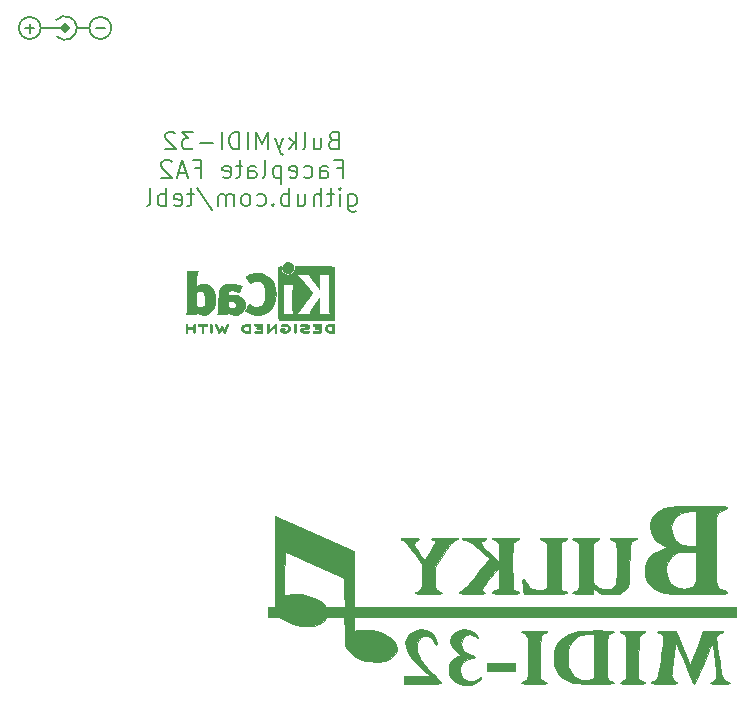
<source format=gbo>
G04 #@! TF.GenerationSoftware,KiCad,Pcbnew,(5.1.8)-1*
G04 #@! TF.CreationDate,2022-02-08T00:32:58+01:00*
G04 #@! TF.ProjectId,BulkyMIDI-32 FA2,42756c6b-794d-4494-9449-2d3332204641,rev?*
G04 #@! TF.SameCoordinates,Original*
G04 #@! TF.FileFunction,Legend,Bot*
G04 #@! TF.FilePolarity,Positive*
%FSLAX46Y46*%
G04 Gerber Fmt 4.6, Leading zero omitted, Abs format (unit mm)*
G04 Created by KiCad (PCBNEW (5.1.8)-1) date 2022-02-08 00:32:58*
%MOMM*%
%LPD*%
G01*
G04 APERTURE LIST*
%ADD10C,0.150000*%
%ADD11C,0.010000*%
%ADD12C,0.500000*%
G04 APERTURE END LIST*
D10*
X105881428Y-66072857D02*
X105667142Y-66144285D01*
X105595714Y-66215714D01*
X105524285Y-66358571D01*
X105524285Y-66572857D01*
X105595714Y-66715714D01*
X105667142Y-66787142D01*
X105810000Y-66858571D01*
X106381428Y-66858571D01*
X106381428Y-65358571D01*
X105881428Y-65358571D01*
X105738571Y-65430000D01*
X105667142Y-65501428D01*
X105595714Y-65644285D01*
X105595714Y-65787142D01*
X105667142Y-65930000D01*
X105738571Y-66001428D01*
X105881428Y-66072857D01*
X106381428Y-66072857D01*
X104238571Y-65858571D02*
X104238571Y-66858571D01*
X104881428Y-65858571D02*
X104881428Y-66644285D01*
X104810000Y-66787142D01*
X104667142Y-66858571D01*
X104452857Y-66858571D01*
X104310000Y-66787142D01*
X104238571Y-66715714D01*
X103310000Y-66858571D02*
X103452857Y-66787142D01*
X103524285Y-66644285D01*
X103524285Y-65358571D01*
X102738571Y-66858571D02*
X102738571Y-65358571D01*
X102595714Y-66287142D02*
X102167142Y-66858571D01*
X102167142Y-65858571D02*
X102738571Y-66430000D01*
X101667142Y-65858571D02*
X101310000Y-66858571D01*
X100952857Y-65858571D02*
X101310000Y-66858571D01*
X101452857Y-67215714D01*
X101524285Y-67287142D01*
X101667142Y-67358571D01*
X100381428Y-66858571D02*
X100381428Y-65358571D01*
X99881428Y-66430000D01*
X99381428Y-65358571D01*
X99381428Y-66858571D01*
X98667142Y-66858571D02*
X98667142Y-65358571D01*
X97952857Y-66858571D02*
X97952857Y-65358571D01*
X97595714Y-65358571D01*
X97381428Y-65430000D01*
X97238571Y-65572857D01*
X97167142Y-65715714D01*
X97095714Y-66001428D01*
X97095714Y-66215714D01*
X97167142Y-66501428D01*
X97238571Y-66644285D01*
X97381428Y-66787142D01*
X97595714Y-66858571D01*
X97952857Y-66858571D01*
X96452857Y-66858571D02*
X96452857Y-65358571D01*
X95738571Y-66287142D02*
X94595714Y-66287142D01*
X94024285Y-65358571D02*
X93095714Y-65358571D01*
X93595714Y-65930000D01*
X93381428Y-65930000D01*
X93238571Y-66001428D01*
X93167142Y-66072857D01*
X93095714Y-66215714D01*
X93095714Y-66572857D01*
X93167142Y-66715714D01*
X93238571Y-66787142D01*
X93381428Y-66858571D01*
X93810000Y-66858571D01*
X93952857Y-66787142D01*
X94024285Y-66715714D01*
X92524285Y-65501428D02*
X92452857Y-65430000D01*
X92310000Y-65358571D01*
X91952857Y-65358571D01*
X91810000Y-65430000D01*
X91738571Y-65501428D01*
X91667142Y-65644285D01*
X91667142Y-65787142D01*
X91738571Y-66001428D01*
X92595714Y-66858571D01*
X91667142Y-66858571D01*
X106202857Y-68472857D02*
X106702857Y-68472857D01*
X106702857Y-69258571D02*
X106702857Y-67758571D01*
X105988571Y-67758571D01*
X104774285Y-69258571D02*
X104774285Y-68472857D01*
X104845714Y-68330000D01*
X104988571Y-68258571D01*
X105274285Y-68258571D01*
X105417142Y-68330000D01*
X104774285Y-69187142D02*
X104917142Y-69258571D01*
X105274285Y-69258571D01*
X105417142Y-69187142D01*
X105488571Y-69044285D01*
X105488571Y-68901428D01*
X105417142Y-68758571D01*
X105274285Y-68687142D01*
X104917142Y-68687142D01*
X104774285Y-68615714D01*
X103417142Y-69187142D02*
X103560000Y-69258571D01*
X103845714Y-69258571D01*
X103988571Y-69187142D01*
X104060000Y-69115714D01*
X104131428Y-68972857D01*
X104131428Y-68544285D01*
X104060000Y-68401428D01*
X103988571Y-68330000D01*
X103845714Y-68258571D01*
X103560000Y-68258571D01*
X103417142Y-68330000D01*
X102202857Y-69187142D02*
X102345714Y-69258571D01*
X102631428Y-69258571D01*
X102774285Y-69187142D01*
X102845714Y-69044285D01*
X102845714Y-68472857D01*
X102774285Y-68330000D01*
X102631428Y-68258571D01*
X102345714Y-68258571D01*
X102202857Y-68330000D01*
X102131428Y-68472857D01*
X102131428Y-68615714D01*
X102845714Y-68758571D01*
X101488571Y-68258571D02*
X101488571Y-69758571D01*
X101488571Y-68330000D02*
X101345714Y-68258571D01*
X101060000Y-68258571D01*
X100917142Y-68330000D01*
X100845714Y-68401428D01*
X100774285Y-68544285D01*
X100774285Y-68972857D01*
X100845714Y-69115714D01*
X100917142Y-69187142D01*
X101060000Y-69258571D01*
X101345714Y-69258571D01*
X101488571Y-69187142D01*
X99917142Y-69258571D02*
X100060000Y-69187142D01*
X100131428Y-69044285D01*
X100131428Y-67758571D01*
X98702857Y-69258571D02*
X98702857Y-68472857D01*
X98774285Y-68330000D01*
X98917142Y-68258571D01*
X99202857Y-68258571D01*
X99345714Y-68330000D01*
X98702857Y-69187142D02*
X98845714Y-69258571D01*
X99202857Y-69258571D01*
X99345714Y-69187142D01*
X99417142Y-69044285D01*
X99417142Y-68901428D01*
X99345714Y-68758571D01*
X99202857Y-68687142D01*
X98845714Y-68687142D01*
X98702857Y-68615714D01*
X98202857Y-68258571D02*
X97631428Y-68258571D01*
X97988571Y-67758571D02*
X97988571Y-69044285D01*
X97917142Y-69187142D01*
X97774285Y-69258571D01*
X97631428Y-69258571D01*
X96560000Y-69187142D02*
X96702857Y-69258571D01*
X96988571Y-69258571D01*
X97131428Y-69187142D01*
X97202857Y-69044285D01*
X97202857Y-68472857D01*
X97131428Y-68330000D01*
X96988571Y-68258571D01*
X96702857Y-68258571D01*
X96560000Y-68330000D01*
X96488571Y-68472857D01*
X96488571Y-68615714D01*
X97202857Y-68758571D01*
X94202857Y-68472857D02*
X94702857Y-68472857D01*
X94702857Y-69258571D02*
X94702857Y-67758571D01*
X93988571Y-67758571D01*
X93488571Y-68830000D02*
X92774285Y-68830000D01*
X93631428Y-69258571D02*
X93131428Y-67758571D01*
X92631428Y-69258571D01*
X92202857Y-67901428D02*
X92131428Y-67830000D01*
X91988571Y-67758571D01*
X91631428Y-67758571D01*
X91488571Y-67830000D01*
X91417142Y-67901428D01*
X91345714Y-68044285D01*
X91345714Y-68187142D01*
X91417142Y-68401428D01*
X92274285Y-69258571D01*
X91345714Y-69258571D01*
X107167142Y-70658571D02*
X107167142Y-71872857D01*
X107238571Y-72015714D01*
X107310000Y-72087142D01*
X107452857Y-72158571D01*
X107667142Y-72158571D01*
X107810000Y-72087142D01*
X107167142Y-71587142D02*
X107310000Y-71658571D01*
X107595714Y-71658571D01*
X107738571Y-71587142D01*
X107810000Y-71515714D01*
X107881428Y-71372857D01*
X107881428Y-70944285D01*
X107810000Y-70801428D01*
X107738571Y-70730000D01*
X107595714Y-70658571D01*
X107310000Y-70658571D01*
X107167142Y-70730000D01*
X106452857Y-71658571D02*
X106452857Y-70658571D01*
X106452857Y-70158571D02*
X106524285Y-70230000D01*
X106452857Y-70301428D01*
X106381428Y-70230000D01*
X106452857Y-70158571D01*
X106452857Y-70301428D01*
X105952857Y-70658571D02*
X105381428Y-70658571D01*
X105738571Y-70158571D02*
X105738571Y-71444285D01*
X105667142Y-71587142D01*
X105524285Y-71658571D01*
X105381428Y-71658571D01*
X104881428Y-71658571D02*
X104881428Y-70158571D01*
X104238571Y-71658571D02*
X104238571Y-70872857D01*
X104310000Y-70730000D01*
X104452857Y-70658571D01*
X104667142Y-70658571D01*
X104810000Y-70730000D01*
X104881428Y-70801428D01*
X102881428Y-70658571D02*
X102881428Y-71658571D01*
X103524285Y-70658571D02*
X103524285Y-71444285D01*
X103452857Y-71587142D01*
X103310000Y-71658571D01*
X103095714Y-71658571D01*
X102952857Y-71587142D01*
X102881428Y-71515714D01*
X102167142Y-71658571D02*
X102167142Y-70158571D01*
X102167142Y-70730000D02*
X102024285Y-70658571D01*
X101738571Y-70658571D01*
X101595714Y-70730000D01*
X101524285Y-70801428D01*
X101452857Y-70944285D01*
X101452857Y-71372857D01*
X101524285Y-71515714D01*
X101595714Y-71587142D01*
X101738571Y-71658571D01*
X102024285Y-71658571D01*
X102167142Y-71587142D01*
X100810000Y-71515714D02*
X100738571Y-71587142D01*
X100810000Y-71658571D01*
X100881428Y-71587142D01*
X100810000Y-71515714D01*
X100810000Y-71658571D01*
X99452857Y-71587142D02*
X99595714Y-71658571D01*
X99881428Y-71658571D01*
X100024285Y-71587142D01*
X100095714Y-71515714D01*
X100167142Y-71372857D01*
X100167142Y-70944285D01*
X100095714Y-70801428D01*
X100024285Y-70730000D01*
X99881428Y-70658571D01*
X99595714Y-70658571D01*
X99452857Y-70730000D01*
X98595714Y-71658571D02*
X98738571Y-71587142D01*
X98810000Y-71515714D01*
X98881428Y-71372857D01*
X98881428Y-70944285D01*
X98810000Y-70801428D01*
X98738571Y-70730000D01*
X98595714Y-70658571D01*
X98381428Y-70658571D01*
X98238571Y-70730000D01*
X98167142Y-70801428D01*
X98095714Y-70944285D01*
X98095714Y-71372857D01*
X98167142Y-71515714D01*
X98238571Y-71587142D01*
X98381428Y-71658571D01*
X98595714Y-71658571D01*
X97452857Y-71658571D02*
X97452857Y-70658571D01*
X97452857Y-70801428D02*
X97381428Y-70730000D01*
X97238571Y-70658571D01*
X97024285Y-70658571D01*
X96881428Y-70730000D01*
X96810000Y-70872857D01*
X96810000Y-71658571D01*
X96810000Y-70872857D02*
X96738571Y-70730000D01*
X96595714Y-70658571D01*
X96381428Y-70658571D01*
X96238571Y-70730000D01*
X96167142Y-70872857D01*
X96167142Y-71658571D01*
X94381428Y-70087142D02*
X95667142Y-72015714D01*
X94095714Y-70658571D02*
X93524285Y-70658571D01*
X93881428Y-70158571D02*
X93881428Y-71444285D01*
X93810000Y-71587142D01*
X93667142Y-71658571D01*
X93524285Y-71658571D01*
X92452857Y-71587142D02*
X92595714Y-71658571D01*
X92881428Y-71658571D01*
X93024285Y-71587142D01*
X93095714Y-71444285D01*
X93095714Y-70872857D01*
X93024285Y-70730000D01*
X92881428Y-70658571D01*
X92595714Y-70658571D01*
X92452857Y-70730000D01*
X92381428Y-70872857D01*
X92381428Y-71015714D01*
X93095714Y-71158571D01*
X91738571Y-71658571D02*
X91738571Y-70158571D01*
X91738571Y-70730000D02*
X91595714Y-70658571D01*
X91310000Y-70658571D01*
X91167142Y-70730000D01*
X91095714Y-70801428D01*
X91024285Y-70944285D01*
X91024285Y-71372857D01*
X91095714Y-71515714D01*
X91167142Y-71587142D01*
X91310000Y-71658571D01*
X91595714Y-71658571D01*
X91738571Y-71587142D01*
X90167142Y-71658571D02*
X90310000Y-71587142D01*
X90381428Y-71444285D01*
X90381428Y-70158571D01*
D11*
G36*
X112040970Y-99722888D02*
G01*
X111819949Y-99731671D01*
X111687008Y-99749279D01*
X111622720Y-99778139D01*
X111607500Y-99815750D01*
X111655831Y-99899992D01*
X111697878Y-99911000D01*
X111817751Y-99950769D01*
X111974099Y-100074427D01*
X112172867Y-100288497D01*
X112420000Y-100599503D01*
X112721441Y-101013967D01*
X112783931Y-101102927D01*
X113385500Y-101963238D01*
X113385500Y-102972005D01*
X113384796Y-103351334D01*
X113380778Y-103625001D01*
X113370592Y-103814342D01*
X113351382Y-103940693D01*
X113320292Y-104025391D01*
X113274467Y-104089773D01*
X113229637Y-104136636D01*
X113086479Y-104243915D01*
X112951058Y-104292277D01*
X112943887Y-104292500D01*
X112838195Y-104331530D01*
X112814000Y-104387750D01*
X112830077Y-104422169D01*
X112889147Y-104447362D01*
X113007473Y-104464683D01*
X113201314Y-104475488D01*
X113486932Y-104481131D01*
X113880588Y-104482968D01*
X113957000Y-104483000D01*
X114370033Y-104481660D01*
X114672346Y-104476737D01*
X114880200Y-104466877D01*
X115009858Y-104450723D01*
X115077579Y-104426922D01*
X115099625Y-104394117D01*
X115100000Y-104387750D01*
X115046777Y-104310242D01*
X114970114Y-104292500D01*
X114837660Y-104249445D01*
X114692888Y-104144975D01*
X114684364Y-104136636D01*
X114621981Y-104068473D01*
X114578934Y-103994768D01*
X114551642Y-103891969D01*
X114536528Y-103736522D01*
X114530011Y-103504875D01*
X114528514Y-103173476D01*
X114528500Y-103110967D01*
X114528500Y-102241162D01*
X115203910Y-101200878D01*
X115481536Y-100779488D01*
X115705059Y-100456357D01*
X115884346Y-100220033D01*
X116029263Y-100059061D01*
X116149675Y-99961990D01*
X116255450Y-99917366D01*
X116315064Y-99911000D01*
X116413229Y-99868877D01*
X116433500Y-99815750D01*
X116417253Y-99780901D01*
X116357529Y-99755525D01*
X116237858Y-99738210D01*
X116041768Y-99727542D01*
X115752788Y-99722111D01*
X115354446Y-99720505D01*
X115322250Y-99720500D01*
X114912938Y-99722064D01*
X114614604Y-99727628D01*
X114411259Y-99738499D01*
X114286910Y-99755985D01*
X114225566Y-99781392D01*
X114211000Y-99811333D01*
X114265054Y-99890028D01*
X114353875Y-99922458D01*
X114469376Y-99966674D01*
X114513885Y-100063213D01*
X114484755Y-100221866D01*
X114379337Y-100452425D01*
X114194984Y-100764683D01*
X114076396Y-100948410D01*
X113884737Y-101234210D01*
X113747138Y-101424286D01*
X113652100Y-101531687D01*
X113588122Y-101569458D01*
X113544628Y-101551660D01*
X113426698Y-101406006D01*
X113281471Y-101200273D01*
X113126255Y-100962569D01*
X112978358Y-100721002D01*
X112855090Y-100503679D01*
X112773759Y-100338708D01*
X112750500Y-100262071D01*
X112797079Y-100113214D01*
X112907635Y-99979942D01*
X113038396Y-99912371D01*
X113057126Y-99910999D01*
X113123035Y-99859749D01*
X113131500Y-99815750D01*
X113112395Y-99774683D01*
X113042127Y-99747056D01*
X112901267Y-99730438D01*
X112670386Y-99722402D01*
X112369500Y-99720500D01*
X112040970Y-99722888D01*
G37*
X112040970Y-99722888D02*
X111819949Y-99731671D01*
X111687008Y-99749279D01*
X111622720Y-99778139D01*
X111607500Y-99815750D01*
X111655831Y-99899992D01*
X111697878Y-99911000D01*
X111817751Y-99950769D01*
X111974099Y-100074427D01*
X112172867Y-100288497D01*
X112420000Y-100599503D01*
X112721441Y-101013967D01*
X112783931Y-101102927D01*
X113385500Y-101963238D01*
X113385500Y-102972005D01*
X113384796Y-103351334D01*
X113380778Y-103625001D01*
X113370592Y-103814342D01*
X113351382Y-103940693D01*
X113320292Y-104025391D01*
X113274467Y-104089773D01*
X113229637Y-104136636D01*
X113086479Y-104243915D01*
X112951058Y-104292277D01*
X112943887Y-104292500D01*
X112838195Y-104331530D01*
X112814000Y-104387750D01*
X112830077Y-104422169D01*
X112889147Y-104447362D01*
X113007473Y-104464683D01*
X113201314Y-104475488D01*
X113486932Y-104481131D01*
X113880588Y-104482968D01*
X113957000Y-104483000D01*
X114370033Y-104481660D01*
X114672346Y-104476737D01*
X114880200Y-104466877D01*
X115009858Y-104450723D01*
X115077579Y-104426922D01*
X115099625Y-104394117D01*
X115100000Y-104387750D01*
X115046777Y-104310242D01*
X114970114Y-104292500D01*
X114837660Y-104249445D01*
X114692888Y-104144975D01*
X114684364Y-104136636D01*
X114621981Y-104068473D01*
X114578934Y-103994768D01*
X114551642Y-103891969D01*
X114536528Y-103736522D01*
X114530011Y-103504875D01*
X114528514Y-103173476D01*
X114528500Y-103110967D01*
X114528500Y-102241162D01*
X115203910Y-101200878D01*
X115481536Y-100779488D01*
X115705059Y-100456357D01*
X115884346Y-100220033D01*
X116029263Y-100059061D01*
X116149675Y-99961990D01*
X116255450Y-99917366D01*
X116315064Y-99911000D01*
X116413229Y-99868877D01*
X116433500Y-99815750D01*
X116417253Y-99780901D01*
X116357529Y-99755525D01*
X116237858Y-99738210D01*
X116041768Y-99727542D01*
X115752788Y-99722111D01*
X115354446Y-99720505D01*
X115322250Y-99720500D01*
X114912938Y-99722064D01*
X114614604Y-99727628D01*
X114411259Y-99738499D01*
X114286910Y-99755985D01*
X114225566Y-99781392D01*
X114211000Y-99811333D01*
X114265054Y-99890028D01*
X114353875Y-99922458D01*
X114469376Y-99966674D01*
X114513885Y-100063213D01*
X114484755Y-100221866D01*
X114379337Y-100452425D01*
X114194984Y-100764683D01*
X114076396Y-100948410D01*
X113884737Y-101234210D01*
X113747138Y-101424286D01*
X113652100Y-101531687D01*
X113588122Y-101569458D01*
X113544628Y-101551660D01*
X113426698Y-101406006D01*
X113281471Y-101200273D01*
X113126255Y-100962569D01*
X112978358Y-100721002D01*
X112855090Y-100503679D01*
X112773759Y-100338708D01*
X112750500Y-100262071D01*
X112797079Y-100113214D01*
X112907635Y-99979942D01*
X113038396Y-99912371D01*
X113057126Y-99910999D01*
X113123035Y-99859749D01*
X113131500Y-99815750D01*
X113112395Y-99774683D01*
X113042127Y-99747056D01*
X112901267Y-99730438D01*
X112670386Y-99722402D01*
X112369500Y-99720500D01*
X112040970Y-99722888D01*
G36*
X117443903Y-99722077D02*
G01*
X117167125Y-99727881D01*
X116983017Y-99739520D01*
X116874425Y-99758602D01*
X116824196Y-99786735D01*
X116814500Y-99815750D01*
X116869814Y-99892287D01*
X116975361Y-99911000D01*
X117115071Y-99925514D01*
X117267482Y-99974387D01*
X117443516Y-100065618D01*
X117654099Y-100207204D01*
X117910152Y-100407142D01*
X118222599Y-100673429D01*
X118602362Y-101014063D01*
X119060366Y-101437042D01*
X119062910Y-101439414D01*
X119050970Y-101498937D01*
X118967907Y-101636677D01*
X118811567Y-101855442D01*
X118579797Y-102158043D01*
X118270441Y-102547290D01*
X117881348Y-103025993D01*
X117410362Y-103596962D01*
X117395570Y-103614793D01*
X117142175Y-103902930D01*
X116921892Y-104119265D01*
X116750567Y-104248650D01*
X116712945Y-104267476D01*
X116568222Y-104336285D01*
X116508436Y-104389485D01*
X116540882Y-104428833D01*
X116672856Y-104456086D01*
X116911651Y-104472999D01*
X117264565Y-104481329D01*
X117608250Y-104483000D01*
X118029748Y-104480844D01*
X118337837Y-104473726D01*
X118546050Y-104460669D01*
X118667915Y-104440697D01*
X118716963Y-104412833D01*
X118719500Y-104402807D01*
X118667976Y-104317288D01*
X118580733Y-104259932D01*
X118464461Y-104186388D01*
X118421584Y-104132552D01*
X118453406Y-104065255D01*
X118554135Y-103916399D01*
X118711743Y-103702295D01*
X118914201Y-103439254D01*
X119149482Y-103143588D01*
X119165347Y-103123971D01*
X119929492Y-102180088D01*
X119894250Y-104070250D01*
X119626677Y-104197250D01*
X119454232Y-104286375D01*
X119363083Y-104355389D01*
X119360550Y-104406693D01*
X119453955Y-104442690D01*
X119650618Y-104465782D01*
X119957861Y-104478371D01*
X120383005Y-104482860D01*
X120497500Y-104483000D01*
X120913768Y-104481467D01*
X121218775Y-104476044D01*
X121428234Y-104465491D01*
X121557858Y-104448566D01*
X121623358Y-104424030D01*
X121640500Y-104392795D01*
X121585515Y-104317464D01*
X121452968Y-104261412D01*
X121450079Y-104260767D01*
X121346135Y-104234349D01*
X121263042Y-104196810D01*
X121198468Y-104134847D01*
X121150078Y-104035157D01*
X121115542Y-103884438D01*
X121092527Y-103669388D01*
X121078698Y-103376704D01*
X121071725Y-102993085D01*
X121069274Y-102505227D01*
X121069000Y-102087620D01*
X121069391Y-101551657D01*
X121071172Y-101128211D01*
X121075259Y-100802801D01*
X121082567Y-100560944D01*
X121094011Y-100388160D01*
X121110506Y-100269965D01*
X121132966Y-100191879D01*
X121162307Y-100139420D01*
X121194385Y-100103115D01*
X121350540Y-99991234D01*
X121480135Y-99937481D01*
X121600051Y-99877532D01*
X121640500Y-99808866D01*
X121619639Y-99776566D01*
X121546759Y-99752889D01*
X121406421Y-99736641D01*
X121183184Y-99726627D01*
X120861605Y-99721655D01*
X120497500Y-99720500D01*
X120073087Y-99722424D01*
X119761463Y-99728881D01*
X119548466Y-99740891D01*
X119419933Y-99759476D01*
X119361702Y-99785660D01*
X119354500Y-99802993D01*
X119408503Y-99876278D01*
X119541870Y-99952220D01*
X119576708Y-99965838D01*
X119742908Y-100051652D01*
X119856565Y-100155678D01*
X119864476Y-100168692D01*
X119890661Y-100283716D01*
X119907932Y-100497627D01*
X119914730Y-100782521D01*
X119912144Y-101020807D01*
X119894250Y-101750421D01*
X119144808Y-101044571D01*
X118834141Y-100746451D01*
X118614036Y-100517811D01*
X118478395Y-100345755D01*
X118421118Y-100217388D01*
X118436107Y-100119813D01*
X118517263Y-100040136D01*
X118638751Y-99974500D01*
X118775533Y-99890852D01*
X118843519Y-99809960D01*
X118845126Y-99799875D01*
X118813912Y-99768430D01*
X118709962Y-99745833D01*
X118519699Y-99731021D01*
X118229542Y-99722930D01*
X117830500Y-99720500D01*
X117443903Y-99722077D01*
G37*
X117443903Y-99722077D02*
X117167125Y-99727881D01*
X116983017Y-99739520D01*
X116874425Y-99758602D01*
X116824196Y-99786735D01*
X116814500Y-99815750D01*
X116869814Y-99892287D01*
X116975361Y-99911000D01*
X117115071Y-99925514D01*
X117267482Y-99974387D01*
X117443516Y-100065618D01*
X117654099Y-100207204D01*
X117910152Y-100407142D01*
X118222599Y-100673429D01*
X118602362Y-101014063D01*
X119060366Y-101437042D01*
X119062910Y-101439414D01*
X119050970Y-101498937D01*
X118967907Y-101636677D01*
X118811567Y-101855442D01*
X118579797Y-102158043D01*
X118270441Y-102547290D01*
X117881348Y-103025993D01*
X117410362Y-103596962D01*
X117395570Y-103614793D01*
X117142175Y-103902930D01*
X116921892Y-104119265D01*
X116750567Y-104248650D01*
X116712945Y-104267476D01*
X116568222Y-104336285D01*
X116508436Y-104389485D01*
X116540882Y-104428833D01*
X116672856Y-104456086D01*
X116911651Y-104472999D01*
X117264565Y-104481329D01*
X117608250Y-104483000D01*
X118029748Y-104480844D01*
X118337837Y-104473726D01*
X118546050Y-104460669D01*
X118667915Y-104440697D01*
X118716963Y-104412833D01*
X118719500Y-104402807D01*
X118667976Y-104317288D01*
X118580733Y-104259932D01*
X118464461Y-104186388D01*
X118421584Y-104132552D01*
X118453406Y-104065255D01*
X118554135Y-103916399D01*
X118711743Y-103702295D01*
X118914201Y-103439254D01*
X119149482Y-103143588D01*
X119165347Y-103123971D01*
X119929492Y-102180088D01*
X119894250Y-104070250D01*
X119626677Y-104197250D01*
X119454232Y-104286375D01*
X119363083Y-104355389D01*
X119360550Y-104406693D01*
X119453955Y-104442690D01*
X119650618Y-104465782D01*
X119957861Y-104478371D01*
X120383005Y-104482860D01*
X120497500Y-104483000D01*
X120913768Y-104481467D01*
X121218775Y-104476044D01*
X121428234Y-104465491D01*
X121557858Y-104448566D01*
X121623358Y-104424030D01*
X121640500Y-104392795D01*
X121585515Y-104317464D01*
X121452968Y-104261412D01*
X121450079Y-104260767D01*
X121346135Y-104234349D01*
X121263042Y-104196810D01*
X121198468Y-104134847D01*
X121150078Y-104035157D01*
X121115542Y-103884438D01*
X121092527Y-103669388D01*
X121078698Y-103376704D01*
X121071725Y-102993085D01*
X121069274Y-102505227D01*
X121069000Y-102087620D01*
X121069391Y-101551657D01*
X121071172Y-101128211D01*
X121075259Y-100802801D01*
X121082567Y-100560944D01*
X121094011Y-100388160D01*
X121110506Y-100269965D01*
X121132966Y-100191879D01*
X121162307Y-100139420D01*
X121194385Y-100103115D01*
X121350540Y-99991234D01*
X121480135Y-99937481D01*
X121600051Y-99877532D01*
X121640500Y-99808866D01*
X121619639Y-99776566D01*
X121546759Y-99752889D01*
X121406421Y-99736641D01*
X121183184Y-99726627D01*
X120861605Y-99721655D01*
X120497500Y-99720500D01*
X120073087Y-99722424D01*
X119761463Y-99728881D01*
X119548466Y-99740891D01*
X119419933Y-99759476D01*
X119361702Y-99785660D01*
X119354500Y-99802993D01*
X119408503Y-99876278D01*
X119541870Y-99952220D01*
X119576708Y-99965838D01*
X119742908Y-100051652D01*
X119856565Y-100155678D01*
X119864476Y-100168692D01*
X119890661Y-100283716D01*
X119907932Y-100497627D01*
X119914730Y-100782521D01*
X119912144Y-101020807D01*
X119894250Y-101750421D01*
X119144808Y-101044571D01*
X118834141Y-100746451D01*
X118614036Y-100517811D01*
X118478395Y-100345755D01*
X118421118Y-100217388D01*
X118436107Y-100119813D01*
X118517263Y-100040136D01*
X118638751Y-99974500D01*
X118775533Y-99890852D01*
X118843519Y-99809960D01*
X118845126Y-99799875D01*
X118813912Y-99768430D01*
X118709962Y-99745833D01*
X118519699Y-99731021D01*
X118229542Y-99722930D01*
X117830500Y-99720500D01*
X117443903Y-99722077D01*
G36*
X124143716Y-99722112D02*
G01*
X123837459Y-99727747D01*
X123627288Y-99738596D01*
X123497762Y-99755855D01*
X123433441Y-99780716D01*
X123418500Y-99808866D01*
X123472675Y-99888540D01*
X123578866Y-99937481D01*
X123749201Y-100014848D01*
X123864616Y-100103115D01*
X123900644Y-100144906D01*
X123929032Y-100199600D01*
X123950685Y-100281631D01*
X123966512Y-100405437D01*
X123977419Y-100585452D01*
X123984314Y-100836112D01*
X123988104Y-101171852D01*
X123989697Y-101607109D01*
X123990000Y-102098149D01*
X123989806Y-102633909D01*
X123988541Y-103056902D01*
X123985185Y-103381360D01*
X123978719Y-103621516D01*
X123968121Y-103791603D01*
X123952372Y-103905853D01*
X123930450Y-103978499D01*
X123901336Y-104023774D01*
X123864010Y-104055910D01*
X123848871Y-104066649D01*
X123678750Y-104131238D01*
X123432004Y-104161529D01*
X123154368Y-104157233D01*
X122891578Y-104118067D01*
X122749791Y-104073523D01*
X122565607Y-103951826D01*
X122378944Y-103732396D01*
X122291456Y-103600144D01*
X122128978Y-103359234D01*
X122013339Y-103235420D01*
X121941377Y-103229059D01*
X121909925Y-103340506D01*
X121915820Y-103570116D01*
X121922319Y-103641625D01*
X121950025Y-103897883D01*
X121979272Y-104133769D01*
X122000284Y-104276625D01*
X122035634Y-104483000D01*
X123870067Y-104483000D01*
X124410679Y-104482167D01*
X124836964Y-104479256D01*
X125161589Y-104473643D01*
X125397221Y-104464704D01*
X125556524Y-104451818D01*
X125652164Y-104434361D01*
X125696808Y-104411711D01*
X125704500Y-104392795D01*
X125649636Y-104316628D01*
X125520585Y-104262196D01*
X125414537Y-104237158D01*
X125329746Y-104204810D01*
X125263970Y-104151927D01*
X125214967Y-104065287D01*
X125180496Y-103931664D01*
X125158314Y-103737836D01*
X125146181Y-103470578D01*
X125141853Y-103116667D01*
X125143091Y-102662878D01*
X125147651Y-102095988D01*
X125147930Y-102063954D01*
X125164750Y-100133250D01*
X125432324Y-100006250D01*
X125604769Y-99917124D01*
X125695918Y-99848110D01*
X125698451Y-99796806D01*
X125605046Y-99760809D01*
X125408383Y-99737717D01*
X125101140Y-99725128D01*
X124675996Y-99720639D01*
X124561500Y-99720500D01*
X124143716Y-99722112D01*
G37*
X124143716Y-99722112D02*
X123837459Y-99727747D01*
X123627288Y-99738596D01*
X123497762Y-99755855D01*
X123433441Y-99780716D01*
X123418500Y-99808866D01*
X123472675Y-99888540D01*
X123578866Y-99937481D01*
X123749201Y-100014848D01*
X123864616Y-100103115D01*
X123900644Y-100144906D01*
X123929032Y-100199600D01*
X123950685Y-100281631D01*
X123966512Y-100405437D01*
X123977419Y-100585452D01*
X123984314Y-100836112D01*
X123988104Y-101171852D01*
X123989697Y-101607109D01*
X123990000Y-102098149D01*
X123989806Y-102633909D01*
X123988541Y-103056902D01*
X123985185Y-103381360D01*
X123978719Y-103621516D01*
X123968121Y-103791603D01*
X123952372Y-103905853D01*
X123930450Y-103978499D01*
X123901336Y-104023774D01*
X123864010Y-104055910D01*
X123848871Y-104066649D01*
X123678750Y-104131238D01*
X123432004Y-104161529D01*
X123154368Y-104157233D01*
X122891578Y-104118067D01*
X122749791Y-104073523D01*
X122565607Y-103951826D01*
X122378944Y-103732396D01*
X122291456Y-103600144D01*
X122128978Y-103359234D01*
X122013339Y-103235420D01*
X121941377Y-103229059D01*
X121909925Y-103340506D01*
X121915820Y-103570116D01*
X121922319Y-103641625D01*
X121950025Y-103897883D01*
X121979272Y-104133769D01*
X122000284Y-104276625D01*
X122035634Y-104483000D01*
X123870067Y-104483000D01*
X124410679Y-104482167D01*
X124836964Y-104479256D01*
X125161589Y-104473643D01*
X125397221Y-104464704D01*
X125556524Y-104451818D01*
X125652164Y-104434361D01*
X125696808Y-104411711D01*
X125704500Y-104392795D01*
X125649636Y-104316628D01*
X125520585Y-104262196D01*
X125414537Y-104237158D01*
X125329746Y-104204810D01*
X125263970Y-104151927D01*
X125214967Y-104065287D01*
X125180496Y-103931664D01*
X125158314Y-103737836D01*
X125146181Y-103470578D01*
X125141853Y-103116667D01*
X125143091Y-102662878D01*
X125147651Y-102095988D01*
X125147930Y-102063954D01*
X125164750Y-100133250D01*
X125432324Y-100006250D01*
X125604769Y-99917124D01*
X125695918Y-99848110D01*
X125698451Y-99796806D01*
X125605046Y-99760809D01*
X125408383Y-99737717D01*
X125101140Y-99725128D01*
X124675996Y-99720639D01*
X124561500Y-99720500D01*
X124143716Y-99722112D01*
G36*
X137678605Y-97059542D02*
G01*
X137119835Y-97063412D01*
X136737625Y-97066382D01*
X136109063Y-97071510D01*
X135593977Y-97076547D01*
X135178846Y-97082302D01*
X134850150Y-97089586D01*
X134594369Y-97099207D01*
X134397981Y-97111975D01*
X134247466Y-97128700D01*
X134129303Y-97150190D01*
X134029972Y-97177256D01*
X133935952Y-97210707D01*
X133866219Y-97238290D01*
X133488529Y-97439055D01*
X133162798Y-97707044D01*
X132913104Y-98017538D01*
X132763524Y-98345815D01*
X132754844Y-98379314D01*
X132701012Y-98842254D01*
X132767613Y-99269210D01*
X132951894Y-99655087D01*
X133251102Y-99994789D01*
X133662483Y-100283222D01*
X133830666Y-100370262D01*
X134245250Y-100568609D01*
X133959500Y-100642225D01*
X133452329Y-100819027D01*
X133015359Y-101064890D01*
X132666167Y-101367569D01*
X132423858Y-101711821D01*
X132343074Y-101925651D01*
X132280699Y-102189410D01*
X132261226Y-102331537D01*
X132273888Y-102826783D01*
X132401398Y-103274679D01*
X132637663Y-103666631D01*
X132976590Y-103994043D01*
X133412083Y-104248321D01*
X133696314Y-104355707D01*
X133804474Y-104387613D01*
X133916018Y-104413715D01*
X134044427Y-104434592D01*
X134203185Y-104450822D01*
X134405776Y-104462984D01*
X134665683Y-104471654D01*
X134996389Y-104477412D01*
X135411377Y-104480836D01*
X135924130Y-104482503D01*
X136548132Y-104482992D01*
X136664939Y-104483000D01*
X137302984Y-104482784D01*
X137825535Y-104481783D01*
X138244097Y-104479463D01*
X138570175Y-104475291D01*
X138815275Y-104468736D01*
X138990902Y-104459265D01*
X139108562Y-104446344D01*
X139179761Y-104429442D01*
X139216002Y-104408025D01*
X139228793Y-104381561D01*
X139230000Y-104364252D01*
X139188265Y-104272459D01*
X139049388Y-104198407D01*
X138948705Y-104166747D01*
X138656279Y-104047594D01*
X138463233Y-103872085D01*
X138347044Y-103619477D01*
X138344454Y-103610288D01*
X138327644Y-103484738D01*
X138313250Y-103249116D01*
X138301270Y-102920327D01*
X138291699Y-102515276D01*
X138284537Y-102050868D01*
X138279781Y-101544009D01*
X138277429Y-101011603D01*
X138277436Y-100927000D01*
X136637789Y-100927000D01*
X136616270Y-102224221D01*
X136608094Y-102665746D01*
X136598922Y-102998871D01*
X136586809Y-103242192D01*
X136569808Y-103414305D01*
X136545975Y-103533805D01*
X136513362Y-103619289D01*
X136470026Y-103689353D01*
X136461803Y-103700596D01*
X136258636Y-103875550D01*
X135971000Y-103989729D01*
X135629019Y-104037108D01*
X135262817Y-104011661D01*
X135095031Y-103973981D01*
X134718606Y-103809862D01*
X134426885Y-103552991D01*
X134223977Y-103208770D01*
X134113994Y-102782601D01*
X134101908Y-102669055D01*
X134102642Y-102230239D01*
X134188545Y-101866201D01*
X134368350Y-101550296D01*
X134527763Y-101369956D01*
X134732430Y-101190287D01*
X134944263Y-101064794D01*
X135191653Y-100984869D01*
X135502990Y-100941902D01*
X135906668Y-100927285D01*
X135988637Y-100927000D01*
X136637789Y-100927000D01*
X138277436Y-100927000D01*
X138277478Y-100470554D01*
X138277714Y-100419000D01*
X136626500Y-100419000D01*
X136166125Y-100418645D01*
X135895571Y-100408873D01*
X135639263Y-100383681D01*
X135463131Y-100350920D01*
X135137821Y-100197642D01*
X134869253Y-99945253D01*
X134670694Y-99613969D01*
X134555410Y-99224006D01*
X134531355Y-98931099D01*
X134579779Y-98493486D01*
X134724448Y-98137196D01*
X134966421Y-97861250D01*
X135306761Y-97664671D01*
X135746526Y-97546480D01*
X136069746Y-97512129D01*
X136626500Y-97480384D01*
X136626500Y-100419000D01*
X138277714Y-100419000D01*
X138279926Y-99937770D01*
X138284770Y-99430153D01*
X138292009Y-98964610D01*
X138301639Y-98558045D01*
X138313659Y-98227363D01*
X138328066Y-97989470D01*
X138344858Y-97861270D01*
X138345251Y-97859821D01*
X138475136Y-97620259D01*
X138706464Y-97440170D01*
X139022474Y-97332585D01*
X139023625Y-97332367D01*
X139178160Y-97277294D01*
X139229675Y-97181298D01*
X139230000Y-97170040D01*
X139226437Y-97139008D01*
X139207950Y-97113800D01*
X139162849Y-97093929D01*
X139079443Y-97078908D01*
X138946038Y-97068251D01*
X138750944Y-97061472D01*
X138482468Y-97058085D01*
X138128919Y-97057604D01*
X137678605Y-97059542D01*
G37*
X137678605Y-97059542D02*
X137119835Y-97063412D01*
X136737625Y-97066382D01*
X136109063Y-97071510D01*
X135593977Y-97076547D01*
X135178846Y-97082302D01*
X134850150Y-97089586D01*
X134594369Y-97099207D01*
X134397981Y-97111975D01*
X134247466Y-97128700D01*
X134129303Y-97150190D01*
X134029972Y-97177256D01*
X133935952Y-97210707D01*
X133866219Y-97238290D01*
X133488529Y-97439055D01*
X133162798Y-97707044D01*
X132913104Y-98017538D01*
X132763524Y-98345815D01*
X132754844Y-98379314D01*
X132701012Y-98842254D01*
X132767613Y-99269210D01*
X132951894Y-99655087D01*
X133251102Y-99994789D01*
X133662483Y-100283222D01*
X133830666Y-100370262D01*
X134245250Y-100568609D01*
X133959500Y-100642225D01*
X133452329Y-100819027D01*
X133015359Y-101064890D01*
X132666167Y-101367569D01*
X132423858Y-101711821D01*
X132343074Y-101925651D01*
X132280699Y-102189410D01*
X132261226Y-102331537D01*
X132273888Y-102826783D01*
X132401398Y-103274679D01*
X132637663Y-103666631D01*
X132976590Y-103994043D01*
X133412083Y-104248321D01*
X133696314Y-104355707D01*
X133804474Y-104387613D01*
X133916018Y-104413715D01*
X134044427Y-104434592D01*
X134203185Y-104450822D01*
X134405776Y-104462984D01*
X134665683Y-104471654D01*
X134996389Y-104477412D01*
X135411377Y-104480836D01*
X135924130Y-104482503D01*
X136548132Y-104482992D01*
X136664939Y-104483000D01*
X137302984Y-104482784D01*
X137825535Y-104481783D01*
X138244097Y-104479463D01*
X138570175Y-104475291D01*
X138815275Y-104468736D01*
X138990902Y-104459265D01*
X139108562Y-104446344D01*
X139179761Y-104429442D01*
X139216002Y-104408025D01*
X139228793Y-104381561D01*
X139230000Y-104364252D01*
X139188265Y-104272459D01*
X139049388Y-104198407D01*
X138948705Y-104166747D01*
X138656279Y-104047594D01*
X138463233Y-103872085D01*
X138347044Y-103619477D01*
X138344454Y-103610288D01*
X138327644Y-103484738D01*
X138313250Y-103249116D01*
X138301270Y-102920327D01*
X138291699Y-102515276D01*
X138284537Y-102050868D01*
X138279781Y-101544009D01*
X138277429Y-101011603D01*
X138277436Y-100927000D01*
X136637789Y-100927000D01*
X136616270Y-102224221D01*
X136608094Y-102665746D01*
X136598922Y-102998871D01*
X136586809Y-103242192D01*
X136569808Y-103414305D01*
X136545975Y-103533805D01*
X136513362Y-103619289D01*
X136470026Y-103689353D01*
X136461803Y-103700596D01*
X136258636Y-103875550D01*
X135971000Y-103989729D01*
X135629019Y-104037108D01*
X135262817Y-104011661D01*
X135095031Y-103973981D01*
X134718606Y-103809862D01*
X134426885Y-103552991D01*
X134223977Y-103208770D01*
X134113994Y-102782601D01*
X134101908Y-102669055D01*
X134102642Y-102230239D01*
X134188545Y-101866201D01*
X134368350Y-101550296D01*
X134527763Y-101369956D01*
X134732430Y-101190287D01*
X134944263Y-101064794D01*
X135191653Y-100984869D01*
X135502990Y-100941902D01*
X135906668Y-100927285D01*
X135988637Y-100927000D01*
X136637789Y-100927000D01*
X138277436Y-100927000D01*
X138277478Y-100470554D01*
X138277714Y-100419000D01*
X136626500Y-100419000D01*
X136166125Y-100418645D01*
X135895571Y-100408873D01*
X135639263Y-100383681D01*
X135463131Y-100350920D01*
X135137821Y-100197642D01*
X134869253Y-99945253D01*
X134670694Y-99613969D01*
X134555410Y-99224006D01*
X134531355Y-98931099D01*
X134579779Y-98493486D01*
X134724448Y-98137196D01*
X134966421Y-97861250D01*
X135306761Y-97664671D01*
X135746526Y-97546480D01*
X136069746Y-97512129D01*
X136626500Y-97480384D01*
X136626500Y-100419000D01*
X138277714Y-100419000D01*
X138279926Y-99937770D01*
X138284770Y-99430153D01*
X138292009Y-98964610D01*
X138301639Y-98558045D01*
X138313659Y-98227363D01*
X138328066Y-97989470D01*
X138344858Y-97861270D01*
X138345251Y-97859821D01*
X138475136Y-97620259D01*
X138706464Y-97440170D01*
X139022474Y-97332585D01*
X139023625Y-97332367D01*
X139178160Y-97277294D01*
X139229675Y-97181298D01*
X139230000Y-97170040D01*
X139226437Y-97139008D01*
X139207950Y-97113800D01*
X139162849Y-97093929D01*
X139079443Y-97078908D01*
X138946038Y-97068251D01*
X138750944Y-97061472D01*
X138482468Y-97058085D01*
X138128919Y-97057604D01*
X137678605Y-97059542D01*
G36*
X126874216Y-99722112D02*
G01*
X126567959Y-99727747D01*
X126357788Y-99738596D01*
X126228262Y-99755855D01*
X126163941Y-99780716D01*
X126149000Y-99808866D01*
X126203175Y-99888540D01*
X126309366Y-99937481D01*
X126479701Y-100014848D01*
X126595116Y-100103115D01*
X126630925Y-100144623D01*
X126659190Y-100198943D01*
X126680801Y-100280401D01*
X126696646Y-100403322D01*
X126707615Y-100582031D01*
X126714595Y-100830855D01*
X126718477Y-101164119D01*
X126720149Y-101596148D01*
X126720500Y-102123658D01*
X126720337Y-102685629D01*
X126718174Y-103134136D01*
X126711498Y-103482715D01*
X126697799Y-103744900D01*
X126674565Y-103934227D01*
X126639286Y-104064232D01*
X126589450Y-104148448D01*
X126522544Y-104200412D01*
X126436059Y-104233660D01*
X126327483Y-104261725D01*
X126323625Y-104262686D01*
X126197186Y-104321813D01*
X126149000Y-104394633D01*
X126172203Y-104431315D01*
X126253385Y-104456702D01*
X126409913Y-104472585D01*
X126659150Y-104480754D01*
X127006250Y-104483000D01*
X127863500Y-104483000D01*
X127863500Y-103970885D01*
X128223425Y-104242817D01*
X128583350Y-104514750D01*
X129287050Y-104529297D01*
X129589513Y-104529456D01*
X129858665Y-104518537D01*
X130060745Y-104498542D01*
X130149500Y-104478177D01*
X130294663Y-104392907D01*
X130466142Y-104258864D01*
X130520043Y-104209629D01*
X130640306Y-104091750D01*
X130735377Y-103983794D01*
X130808540Y-103869331D01*
X130863079Y-103731932D01*
X130902278Y-103555169D01*
X130929422Y-103322611D01*
X130947795Y-103017830D01*
X130960682Y-102624396D01*
X130971365Y-102125880D01*
X130975000Y-101933745D01*
X130985908Y-101392724D01*
X130998153Y-100964636D01*
X131014916Y-100635429D01*
X131039379Y-100391049D01*
X131074725Y-100217444D01*
X131124133Y-100100561D01*
X131190787Y-100026346D01*
X131277866Y-99980747D01*
X131388554Y-99949710D01*
X131426085Y-99941303D01*
X131556810Y-99885682D01*
X131610000Y-99810704D01*
X131590587Y-99777853D01*
X131521872Y-99753782D01*
X131388142Y-99737251D01*
X131173686Y-99727022D01*
X130862792Y-99721852D01*
X130467000Y-99720500D01*
X130049216Y-99722112D01*
X129742959Y-99727747D01*
X129532788Y-99738596D01*
X129403262Y-99755855D01*
X129338941Y-99780716D01*
X129324000Y-99808866D01*
X129378175Y-99888540D01*
X129484366Y-99937481D01*
X129654701Y-100014848D01*
X129770116Y-100103115D01*
X129808486Y-100147959D01*
X129838132Y-100206702D01*
X129860172Y-100294979D01*
X129875727Y-100428422D01*
X129885916Y-100622666D01*
X129891858Y-100893344D01*
X129894673Y-101256090D01*
X129895481Y-101726537D01*
X129895500Y-101854028D01*
X129894407Y-102368104D01*
X129890524Y-102771259D01*
X129882947Y-103079554D01*
X129870773Y-103309054D01*
X129853096Y-103475822D01*
X129829013Y-103595921D01*
X129797619Y-103685416D01*
X129791688Y-103698325D01*
X129620626Y-103925314D01*
X129378359Y-104064675D01*
X129085885Y-104116108D01*
X128764209Y-104079318D01*
X128434330Y-103954005D01*
X128117251Y-103739871D01*
X128097007Y-103722365D01*
X127863500Y-103517343D01*
X127863500Y-101872921D01*
X127863989Y-101371811D01*
X127866189Y-100982169D01*
X127871201Y-100688464D01*
X127880124Y-100475168D01*
X127894059Y-100326748D01*
X127914107Y-100227676D01*
X127941366Y-100162420D01*
X127976939Y-100115451D01*
X127988885Y-100103115D01*
X128145040Y-99991234D01*
X128274635Y-99937481D01*
X128394551Y-99877532D01*
X128435000Y-99808866D01*
X128414139Y-99776566D01*
X128341259Y-99752889D01*
X128200921Y-99736641D01*
X127977684Y-99726627D01*
X127656105Y-99721655D01*
X127292000Y-99720500D01*
X126874216Y-99722112D01*
G37*
X126874216Y-99722112D02*
X126567959Y-99727747D01*
X126357788Y-99738596D01*
X126228262Y-99755855D01*
X126163941Y-99780716D01*
X126149000Y-99808866D01*
X126203175Y-99888540D01*
X126309366Y-99937481D01*
X126479701Y-100014848D01*
X126595116Y-100103115D01*
X126630925Y-100144623D01*
X126659190Y-100198943D01*
X126680801Y-100280401D01*
X126696646Y-100403322D01*
X126707615Y-100582031D01*
X126714595Y-100830855D01*
X126718477Y-101164119D01*
X126720149Y-101596148D01*
X126720500Y-102123658D01*
X126720337Y-102685629D01*
X126718174Y-103134136D01*
X126711498Y-103482715D01*
X126697799Y-103744900D01*
X126674565Y-103934227D01*
X126639286Y-104064232D01*
X126589450Y-104148448D01*
X126522544Y-104200412D01*
X126436059Y-104233660D01*
X126327483Y-104261725D01*
X126323625Y-104262686D01*
X126197186Y-104321813D01*
X126149000Y-104394633D01*
X126172203Y-104431315D01*
X126253385Y-104456702D01*
X126409913Y-104472585D01*
X126659150Y-104480754D01*
X127006250Y-104483000D01*
X127863500Y-104483000D01*
X127863500Y-103970885D01*
X128223425Y-104242817D01*
X128583350Y-104514750D01*
X129287050Y-104529297D01*
X129589513Y-104529456D01*
X129858665Y-104518537D01*
X130060745Y-104498542D01*
X130149500Y-104478177D01*
X130294663Y-104392907D01*
X130466142Y-104258864D01*
X130520043Y-104209629D01*
X130640306Y-104091750D01*
X130735377Y-103983794D01*
X130808540Y-103869331D01*
X130863079Y-103731932D01*
X130902278Y-103555169D01*
X130929422Y-103322611D01*
X130947795Y-103017830D01*
X130960682Y-102624396D01*
X130971365Y-102125880D01*
X130975000Y-101933745D01*
X130985908Y-101392724D01*
X130998153Y-100964636D01*
X131014916Y-100635429D01*
X131039379Y-100391049D01*
X131074725Y-100217444D01*
X131124133Y-100100561D01*
X131190787Y-100026346D01*
X131277866Y-99980747D01*
X131388554Y-99949710D01*
X131426085Y-99941303D01*
X131556810Y-99885682D01*
X131610000Y-99810704D01*
X131590587Y-99777853D01*
X131521872Y-99753782D01*
X131388142Y-99737251D01*
X131173686Y-99727022D01*
X130862792Y-99721852D01*
X130467000Y-99720500D01*
X130049216Y-99722112D01*
X129742959Y-99727747D01*
X129532788Y-99738596D01*
X129403262Y-99755855D01*
X129338941Y-99780716D01*
X129324000Y-99808866D01*
X129378175Y-99888540D01*
X129484366Y-99937481D01*
X129654701Y-100014848D01*
X129770116Y-100103115D01*
X129808486Y-100147959D01*
X129838132Y-100206702D01*
X129860172Y-100294979D01*
X129875727Y-100428422D01*
X129885916Y-100622666D01*
X129891858Y-100893344D01*
X129894673Y-101256090D01*
X129895481Y-101726537D01*
X129895500Y-101854028D01*
X129894407Y-102368104D01*
X129890524Y-102771259D01*
X129882947Y-103079554D01*
X129870773Y-103309054D01*
X129853096Y-103475822D01*
X129829013Y-103595921D01*
X129797619Y-103685416D01*
X129791688Y-103698325D01*
X129620626Y-103925314D01*
X129378359Y-104064675D01*
X129085885Y-104116108D01*
X128764209Y-104079318D01*
X128434330Y-103954005D01*
X128117251Y-103739871D01*
X128097007Y-103722365D01*
X127863500Y-103517343D01*
X127863500Y-101872921D01*
X127863989Y-101371811D01*
X127866189Y-100982169D01*
X127871201Y-100688464D01*
X127880124Y-100475168D01*
X127894059Y-100326748D01*
X127914107Y-100227676D01*
X127941366Y-100162420D01*
X127976939Y-100115451D01*
X127988885Y-100103115D01*
X128145040Y-99991234D01*
X128274635Y-99937481D01*
X128394551Y-99877532D01*
X128435000Y-99808866D01*
X128414139Y-99776566D01*
X128341259Y-99752889D01*
X128200921Y-99736641D01*
X127977684Y-99726627D01*
X127656105Y-99721655D01*
X127292000Y-99720500D01*
X126874216Y-99722112D01*
G36*
X100954884Y-101729038D02*
G01*
X100938517Y-105562500D01*
X100368000Y-105562500D01*
X100368000Y-106451500D01*
X100880237Y-106451500D01*
X101150571Y-106456526D01*
X101332567Y-106477169D01*
X101464681Y-106521776D01*
X101585368Y-106598694D01*
X101596238Y-106606918D01*
X101943708Y-106823871D01*
X102366586Y-107014496D01*
X102813398Y-107157991D01*
X103110657Y-107218933D01*
X103699005Y-107249883D01*
X104270366Y-107171499D01*
X104700312Y-107029788D01*
X104891439Y-106926519D01*
X105078834Y-106791975D01*
X105230342Y-106653275D01*
X105313803Y-106537539D01*
X105321000Y-106506340D01*
X105380393Y-106485121D01*
X105542171Y-106467722D01*
X105781737Y-106455922D01*
X106074493Y-106451501D01*
X106079227Y-106451500D01*
X106837453Y-106451500D01*
X106857102Y-107673875D01*
X106876750Y-108896250D01*
X107060265Y-109166807D01*
X107272567Y-109407064D01*
X107575043Y-109652059D01*
X107934077Y-109878152D01*
X108316056Y-110061701D01*
X108354044Y-110076737D01*
X108640458Y-110156201D01*
X109003979Y-110212402D01*
X109398193Y-110242293D01*
X109776685Y-110242828D01*
X110093042Y-110210960D01*
X110164939Y-110195622D01*
X110568014Y-110051917D01*
X110895055Y-109847694D01*
X111132185Y-109596225D01*
X111265529Y-109310780D01*
X111290000Y-109119613D01*
X111228308Y-108791860D01*
X111049793Y-108481743D01*
X110764296Y-108197672D01*
X110381660Y-107948060D01*
X109911724Y-107741317D01*
X109546284Y-107629242D01*
X109268931Y-107578022D01*
X108929471Y-107545572D01*
X108570198Y-107532886D01*
X108233404Y-107540955D01*
X107961385Y-107570771D01*
X107876456Y-107590067D01*
X107670500Y-107649134D01*
X107670500Y-106451500D01*
X139992000Y-106451500D01*
X139992000Y-105562500D01*
X107672046Y-105562500D01*
X106847743Y-105562500D01*
X105321000Y-105562500D01*
X105073206Y-105314705D01*
X104714685Y-105033141D01*
X104265416Y-104801299D01*
X103755136Y-104628749D01*
X103213582Y-104525063D01*
X102670493Y-104499812D01*
X102558750Y-104505389D01*
X102298577Y-104527099D01*
X102072754Y-104553050D01*
X101923620Y-104578234D01*
X101907875Y-104582391D01*
X101765000Y-104624812D01*
X101765000Y-102775906D01*
X101766568Y-102306199D01*
X101771000Y-101880594D01*
X101777892Y-101514820D01*
X101786836Y-101224605D01*
X101797429Y-101025678D01*
X101809264Y-100933765D01*
X101812625Y-100929337D01*
X101878954Y-100954835D01*
X102049074Y-101026759D01*
X102310798Y-101139782D01*
X102651940Y-101288579D01*
X103060313Y-101467823D01*
X103523731Y-101672187D01*
X104030008Y-101896346D01*
X104336750Y-102032559D01*
X106813250Y-103133442D01*
X106830497Y-104347971D01*
X106847743Y-105562500D01*
X107672046Y-105562500D01*
X107638750Y-100832432D01*
X100971250Y-97895576D01*
X100954884Y-101729038D01*
G37*
X100954884Y-101729038D02*
X100938517Y-105562500D01*
X100368000Y-105562500D01*
X100368000Y-106451500D01*
X100880237Y-106451500D01*
X101150571Y-106456526D01*
X101332567Y-106477169D01*
X101464681Y-106521776D01*
X101585368Y-106598694D01*
X101596238Y-106606918D01*
X101943708Y-106823871D01*
X102366586Y-107014496D01*
X102813398Y-107157991D01*
X103110657Y-107218933D01*
X103699005Y-107249883D01*
X104270366Y-107171499D01*
X104700312Y-107029788D01*
X104891439Y-106926519D01*
X105078834Y-106791975D01*
X105230342Y-106653275D01*
X105313803Y-106537539D01*
X105321000Y-106506340D01*
X105380393Y-106485121D01*
X105542171Y-106467722D01*
X105781737Y-106455922D01*
X106074493Y-106451501D01*
X106079227Y-106451500D01*
X106837453Y-106451500D01*
X106857102Y-107673875D01*
X106876750Y-108896250D01*
X107060265Y-109166807D01*
X107272567Y-109407064D01*
X107575043Y-109652059D01*
X107934077Y-109878152D01*
X108316056Y-110061701D01*
X108354044Y-110076737D01*
X108640458Y-110156201D01*
X109003979Y-110212402D01*
X109398193Y-110242293D01*
X109776685Y-110242828D01*
X110093042Y-110210960D01*
X110164939Y-110195622D01*
X110568014Y-110051917D01*
X110895055Y-109847694D01*
X111132185Y-109596225D01*
X111265529Y-109310780D01*
X111290000Y-109119613D01*
X111228308Y-108791860D01*
X111049793Y-108481743D01*
X110764296Y-108197672D01*
X110381660Y-107948060D01*
X109911724Y-107741317D01*
X109546284Y-107629242D01*
X109268931Y-107578022D01*
X108929471Y-107545572D01*
X108570198Y-107532886D01*
X108233404Y-107540955D01*
X107961385Y-107570771D01*
X107876456Y-107590067D01*
X107670500Y-107649134D01*
X107670500Y-106451500D01*
X139992000Y-106451500D01*
X139992000Y-105562500D01*
X107672046Y-105562500D01*
X106847743Y-105562500D01*
X105321000Y-105562500D01*
X105073206Y-105314705D01*
X104714685Y-105033141D01*
X104265416Y-104801299D01*
X103755136Y-104628749D01*
X103213582Y-104525063D01*
X102670493Y-104499812D01*
X102558750Y-104505389D01*
X102298577Y-104527099D01*
X102072754Y-104553050D01*
X101923620Y-104578234D01*
X101907875Y-104582391D01*
X101765000Y-104624812D01*
X101765000Y-102775906D01*
X101766568Y-102306199D01*
X101771000Y-101880594D01*
X101777892Y-101514820D01*
X101786836Y-101224605D01*
X101797429Y-101025678D01*
X101809264Y-100933765D01*
X101812625Y-100929337D01*
X101878954Y-100954835D01*
X102049074Y-101026759D01*
X102310798Y-101139782D01*
X102651940Y-101288579D01*
X103060313Y-101467823D01*
X103523731Y-101672187D01*
X104030008Y-101896346D01*
X104336750Y-102032559D01*
X106813250Y-103133442D01*
X106830497Y-104347971D01*
X106847743Y-105562500D01*
X107672046Y-105562500D01*
X107638750Y-100832432D01*
X100971250Y-97895576D01*
X100954884Y-101729038D01*
G36*
X118941750Y-110991750D02*
G01*
X121259500Y-111026364D01*
X121259500Y-110325000D01*
X118903364Y-110325000D01*
X118941750Y-110991750D01*
G37*
X118941750Y-110991750D02*
X121259500Y-111026364D01*
X121259500Y-110325000D01*
X118903364Y-110325000D01*
X118941750Y-110991750D01*
G36*
X112976582Y-107527091D02*
G01*
X112623988Y-107680997D01*
X112345204Y-107912111D01*
X112120142Y-108234677D01*
X112010947Y-108578060D01*
X112018530Y-108944508D01*
X112143798Y-109336269D01*
X112387660Y-109755592D01*
X112751026Y-110204724D01*
X113234805Y-110685915D01*
X113593269Y-110999369D01*
X114151816Y-111468000D01*
X111925000Y-111468000D01*
X111925000Y-112103000D01*
X113480750Y-112103000D01*
X113988671Y-112101552D01*
X114381321Y-112096812D01*
X114670400Y-112088183D01*
X114867608Y-112075067D01*
X114984646Y-112056867D01*
X115033213Y-112032986D01*
X115036209Y-112023625D01*
X114993450Y-111954533D01*
X114875035Y-111812160D01*
X114695457Y-111612677D01*
X114469209Y-111372256D01*
X114253702Y-111150500D01*
X113943509Y-110830693D01*
X113708817Y-110574566D01*
X113531765Y-110359705D01*
X113394490Y-110163696D01*
X113279128Y-109964126D01*
X113227410Y-109862750D01*
X113096547Y-109578832D01*
X113021188Y-109356222D01*
X112988354Y-109149272D01*
X112983662Y-109005500D01*
X113027012Y-108642760D01*
X113149273Y-108356436D01*
X113339830Y-108158059D01*
X113588071Y-108059162D01*
X113849835Y-108064325D01*
X114059648Y-108155244D01*
X114267019Y-108327206D01*
X114431250Y-108540154D01*
X114502717Y-108706914D01*
X114559859Y-108838780D01*
X114618030Y-108849394D01*
X114653095Y-108741985D01*
X114655500Y-108686467D01*
X114610389Y-108451821D01*
X114492358Y-108183034D01*
X114327363Y-107925671D01*
X114141360Y-107725296D01*
X114083089Y-107681609D01*
X113735450Y-107523508D01*
X113356842Y-107473298D01*
X112976582Y-107527091D01*
G37*
X112976582Y-107527091D02*
X112623988Y-107680997D01*
X112345204Y-107912111D01*
X112120142Y-108234677D01*
X112010947Y-108578060D01*
X112018530Y-108944508D01*
X112143798Y-109336269D01*
X112387660Y-109755592D01*
X112751026Y-110204724D01*
X113234805Y-110685915D01*
X113593269Y-110999369D01*
X114151816Y-111468000D01*
X111925000Y-111468000D01*
X111925000Y-112103000D01*
X113480750Y-112103000D01*
X113988671Y-112101552D01*
X114381321Y-112096812D01*
X114670400Y-112088183D01*
X114867608Y-112075067D01*
X114984646Y-112056867D01*
X115033213Y-112032986D01*
X115036209Y-112023625D01*
X114993450Y-111954533D01*
X114875035Y-111812160D01*
X114695457Y-111612677D01*
X114469209Y-111372256D01*
X114253702Y-111150500D01*
X113943509Y-110830693D01*
X113708817Y-110574566D01*
X113531765Y-110359705D01*
X113394490Y-110163696D01*
X113279128Y-109964126D01*
X113227410Y-109862750D01*
X113096547Y-109578832D01*
X113021188Y-109356222D01*
X112988354Y-109149272D01*
X112983662Y-109005500D01*
X113027012Y-108642760D01*
X113149273Y-108356436D01*
X113339830Y-108158059D01*
X113588071Y-108059162D01*
X113849835Y-108064325D01*
X114059648Y-108155244D01*
X114267019Y-108327206D01*
X114431250Y-108540154D01*
X114502717Y-108706914D01*
X114559859Y-108838780D01*
X114618030Y-108849394D01*
X114653095Y-108741985D01*
X114655500Y-108686467D01*
X114610389Y-108451821D01*
X114492358Y-108183034D01*
X114327363Y-107925671D01*
X114141360Y-107725296D01*
X114083089Y-107681609D01*
X113735450Y-107523508D01*
X113356842Y-107473298D01*
X112976582Y-107527091D01*
G36*
X122499219Y-107596575D02*
G01*
X122200415Y-107603537D01*
X121999624Y-107616492D01*
X121882379Y-107636546D01*
X121834215Y-107664803D01*
X121831000Y-107676993D01*
X121884941Y-107750805D01*
X122017741Y-107826218D01*
X122047782Y-107837876D01*
X122241614Y-107957079D01*
X122333532Y-108114108D01*
X122357354Y-108247512D01*
X122376244Y-108482381D01*
X122390274Y-108797148D01*
X122399519Y-109170248D01*
X122404052Y-109580114D01*
X122403948Y-110005182D01*
X122399281Y-110423885D01*
X122390125Y-110814656D01*
X122376553Y-111155931D01*
X122358640Y-111426143D01*
X122336459Y-111603727D01*
X122321384Y-111656354D01*
X122201068Y-111788226D01*
X122036570Y-111871915D01*
X121897322Y-111934743D01*
X121831743Y-112009400D01*
X121831000Y-112016935D01*
X121854332Y-112049378D01*
X121934582Y-112072925D01*
X122087133Y-112088803D01*
X122327366Y-112098239D01*
X122670664Y-112102458D01*
X122910500Y-112103000D01*
X123310501Y-112101550D01*
X123600215Y-112096219D01*
X123796331Y-112085535D01*
X123915539Y-112068025D01*
X123974529Y-112042216D01*
X123990000Y-112007750D01*
X123936777Y-111930242D01*
X123860114Y-111912500D01*
X123727660Y-111869445D01*
X123582888Y-111764975D01*
X123574364Y-111756636D01*
X123418500Y-111600772D01*
X123418500Y-109919270D01*
X123420708Y-109461781D01*
X123426926Y-109039615D01*
X123436548Y-108671416D01*
X123448966Y-108375832D01*
X123463573Y-108171507D01*
X123478367Y-108080308D01*
X123592459Y-107935966D01*
X123764117Y-107841167D01*
X123910320Y-107768563D01*
X123986763Y-107692079D01*
X123990000Y-107676993D01*
X123962845Y-107645564D01*
X123871735Y-107622730D01*
X123702205Y-107607385D01*
X123439788Y-107598426D01*
X123070020Y-107594745D01*
X122910500Y-107594500D01*
X122499219Y-107596575D01*
G37*
X122499219Y-107596575D02*
X122200415Y-107603537D01*
X121999624Y-107616492D01*
X121882379Y-107636546D01*
X121834215Y-107664803D01*
X121831000Y-107676993D01*
X121884941Y-107750805D01*
X122017741Y-107826218D01*
X122047782Y-107837876D01*
X122241614Y-107957079D01*
X122333532Y-108114108D01*
X122357354Y-108247512D01*
X122376244Y-108482381D01*
X122390274Y-108797148D01*
X122399519Y-109170248D01*
X122404052Y-109580114D01*
X122403948Y-110005182D01*
X122399281Y-110423885D01*
X122390125Y-110814656D01*
X122376553Y-111155931D01*
X122358640Y-111426143D01*
X122336459Y-111603727D01*
X122321384Y-111656354D01*
X122201068Y-111788226D01*
X122036570Y-111871915D01*
X121897322Y-111934743D01*
X121831743Y-112009400D01*
X121831000Y-112016935D01*
X121854332Y-112049378D01*
X121934582Y-112072925D01*
X122087133Y-112088803D01*
X122327366Y-112098239D01*
X122670664Y-112102458D01*
X122910500Y-112103000D01*
X123310501Y-112101550D01*
X123600215Y-112096219D01*
X123796331Y-112085535D01*
X123915539Y-112068025D01*
X123974529Y-112042216D01*
X123990000Y-112007750D01*
X123936777Y-111930242D01*
X123860114Y-111912500D01*
X123727660Y-111869445D01*
X123582888Y-111764975D01*
X123574364Y-111756636D01*
X123418500Y-111600772D01*
X123418500Y-109919270D01*
X123420708Y-109461781D01*
X123426926Y-109039615D01*
X123436548Y-108671416D01*
X123448966Y-108375832D01*
X123463573Y-108171507D01*
X123478367Y-108080308D01*
X123592459Y-107935966D01*
X123764117Y-107841167D01*
X123910320Y-107768563D01*
X123986763Y-107692079D01*
X123990000Y-107676993D01*
X123962845Y-107645564D01*
X123871735Y-107622730D01*
X123702205Y-107607385D01*
X123439788Y-107598426D01*
X123070020Y-107594745D01*
X122910500Y-107594500D01*
X122499219Y-107596575D01*
G36*
X127685535Y-107592695D02*
G01*
X127301606Y-107604923D01*
X126951974Y-107623263D01*
X126656779Y-107647658D01*
X126436163Y-107678055D01*
X126373471Y-107691839D01*
X125826244Y-107892175D01*
X125363178Y-108185405D01*
X125099481Y-108435380D01*
X124862472Y-108751005D01*
X124706020Y-109093680D01*
X124620399Y-109493158D01*
X124595863Y-109975750D01*
X124603027Y-110277551D01*
X124627065Y-110498577D01*
X124676693Y-110684793D01*
X124760629Y-110882162D01*
X124772437Y-110906746D01*
X125042885Y-111321541D01*
X125416344Y-111665308D01*
X125823880Y-111903917D01*
X125932573Y-111953590D01*
X126032970Y-111992495D01*
X126142049Y-112022153D01*
X126276791Y-112044084D01*
X126454175Y-112059809D01*
X126691181Y-112070850D01*
X127004788Y-112078726D01*
X127411977Y-112084958D01*
X127911125Y-112090857D01*
X128483419Y-112095421D01*
X128934435Y-112094622D01*
X129269789Y-112088299D01*
X129495098Y-112076293D01*
X129615975Y-112058444D01*
X129641500Y-112041660D01*
X129588592Y-111972311D01*
X129466992Y-111906508D01*
X129354329Y-111863307D01*
X129265273Y-111819470D01*
X129197051Y-111760627D01*
X129146892Y-111672407D01*
X129112021Y-111540440D01*
X129089668Y-111350356D01*
X129077060Y-111087783D01*
X129071424Y-110738351D01*
X129069988Y-110287690D01*
X129070000Y-109848750D01*
X129070242Y-109302976D01*
X129072778Y-108870262D01*
X129080330Y-108536668D01*
X129095618Y-108288252D01*
X129121361Y-108111077D01*
X129160280Y-107991201D01*
X129215094Y-107914685D01*
X129219280Y-107912000D01*
X127990500Y-107912000D01*
X127990500Y-109745724D01*
X127989724Y-110285878D01*
X127986924Y-110712766D01*
X127981394Y-111040117D01*
X127972428Y-111281659D01*
X127959318Y-111451120D01*
X127941359Y-111562227D01*
X127917845Y-111628710D01*
X127891923Y-111661261D01*
X127745697Y-111734270D01*
X127532841Y-111790532D01*
X127313672Y-111816969D01*
X127196750Y-111812017D01*
X127046679Y-111788813D01*
X126855333Y-111758634D01*
X126843167Y-111756696D01*
X126540291Y-111648965D01*
X126254090Y-111437195D01*
X126011303Y-111143949D01*
X125913972Y-110972659D01*
X125834112Y-110798814D01*
X125782439Y-110644138D01*
X125752924Y-110472658D01*
X125739540Y-110248406D01*
X125736258Y-109935409D01*
X125736250Y-109912250D01*
X125740098Y-109581479D01*
X125755157Y-109341614D01*
X125786702Y-109156703D01*
X125840008Y-108990790D01*
X125887974Y-108877982D01*
X126078311Y-108564644D01*
X126336877Y-108286375D01*
X126628646Y-108076131D01*
X126835235Y-107986677D01*
X127030082Y-107948025D01*
X127291893Y-107921042D01*
X127537493Y-107912000D01*
X127990500Y-107912000D01*
X129219280Y-107912000D01*
X129288524Y-107867588D01*
X129383291Y-107835971D01*
X129466875Y-107814813D01*
X129593315Y-107755686D01*
X129641500Y-107682866D01*
X129581442Y-107650765D01*
X129414693Y-107625163D01*
X129161396Y-107606004D01*
X128841691Y-107593233D01*
X128475718Y-107586795D01*
X128083619Y-107586634D01*
X127685535Y-107592695D01*
G37*
X127685535Y-107592695D02*
X127301606Y-107604923D01*
X126951974Y-107623263D01*
X126656779Y-107647658D01*
X126436163Y-107678055D01*
X126373471Y-107691839D01*
X125826244Y-107892175D01*
X125363178Y-108185405D01*
X125099481Y-108435380D01*
X124862472Y-108751005D01*
X124706020Y-109093680D01*
X124620399Y-109493158D01*
X124595863Y-109975750D01*
X124603027Y-110277551D01*
X124627065Y-110498577D01*
X124676693Y-110684793D01*
X124760629Y-110882162D01*
X124772437Y-110906746D01*
X125042885Y-111321541D01*
X125416344Y-111665308D01*
X125823880Y-111903917D01*
X125932573Y-111953590D01*
X126032970Y-111992495D01*
X126142049Y-112022153D01*
X126276791Y-112044084D01*
X126454175Y-112059809D01*
X126691181Y-112070850D01*
X127004788Y-112078726D01*
X127411977Y-112084958D01*
X127911125Y-112090857D01*
X128483419Y-112095421D01*
X128934435Y-112094622D01*
X129269789Y-112088299D01*
X129495098Y-112076293D01*
X129615975Y-112058444D01*
X129641500Y-112041660D01*
X129588592Y-111972311D01*
X129466992Y-111906508D01*
X129354329Y-111863307D01*
X129265273Y-111819470D01*
X129197051Y-111760627D01*
X129146892Y-111672407D01*
X129112021Y-111540440D01*
X129089668Y-111350356D01*
X129077060Y-111087783D01*
X129071424Y-110738351D01*
X129069988Y-110287690D01*
X129070000Y-109848750D01*
X129070242Y-109302976D01*
X129072778Y-108870262D01*
X129080330Y-108536668D01*
X129095618Y-108288252D01*
X129121361Y-108111077D01*
X129160280Y-107991201D01*
X129215094Y-107914685D01*
X129219280Y-107912000D01*
X127990500Y-107912000D01*
X127990500Y-109745724D01*
X127989724Y-110285878D01*
X127986924Y-110712766D01*
X127981394Y-111040117D01*
X127972428Y-111281659D01*
X127959318Y-111451120D01*
X127941359Y-111562227D01*
X127917845Y-111628710D01*
X127891923Y-111661261D01*
X127745697Y-111734270D01*
X127532841Y-111790532D01*
X127313672Y-111816969D01*
X127196750Y-111812017D01*
X127046679Y-111788813D01*
X126855333Y-111758634D01*
X126843167Y-111756696D01*
X126540291Y-111648965D01*
X126254090Y-111437195D01*
X126011303Y-111143949D01*
X125913972Y-110972659D01*
X125834112Y-110798814D01*
X125782439Y-110644138D01*
X125752924Y-110472658D01*
X125739540Y-110248406D01*
X125736258Y-109935409D01*
X125736250Y-109912250D01*
X125740098Y-109581479D01*
X125755157Y-109341614D01*
X125786702Y-109156703D01*
X125840008Y-108990790D01*
X125887974Y-108877982D01*
X126078311Y-108564644D01*
X126336877Y-108286375D01*
X126628646Y-108076131D01*
X126835235Y-107986677D01*
X127030082Y-107948025D01*
X127291893Y-107921042D01*
X127537493Y-107912000D01*
X127990500Y-107912000D01*
X129219280Y-107912000D01*
X129288524Y-107867588D01*
X129383291Y-107835971D01*
X129466875Y-107814813D01*
X129593315Y-107755686D01*
X129641500Y-107682866D01*
X129581442Y-107650765D01*
X129414693Y-107625163D01*
X129161396Y-107606004D01*
X128841691Y-107593233D01*
X128475718Y-107586795D01*
X128083619Y-107586634D01*
X127685535Y-107592695D01*
G36*
X130817719Y-107596575D02*
G01*
X130518915Y-107603537D01*
X130318124Y-107616492D01*
X130200879Y-107636546D01*
X130152715Y-107664803D01*
X130149500Y-107676993D01*
X130203441Y-107750805D01*
X130336241Y-107826218D01*
X130366282Y-107837876D01*
X130560114Y-107957079D01*
X130652032Y-108114108D01*
X130675854Y-108247512D01*
X130694744Y-108482381D01*
X130708774Y-108797148D01*
X130718019Y-109170248D01*
X130722552Y-109580114D01*
X130722448Y-110005182D01*
X130717781Y-110423885D01*
X130708625Y-110814656D01*
X130695053Y-111155931D01*
X130677140Y-111426143D01*
X130654959Y-111603727D01*
X130639884Y-111656354D01*
X130519568Y-111788226D01*
X130355070Y-111871915D01*
X130215822Y-111934743D01*
X130150243Y-112009400D01*
X130149500Y-112016935D01*
X130172832Y-112049378D01*
X130253082Y-112072925D01*
X130405633Y-112088803D01*
X130645866Y-112098239D01*
X130989164Y-112102458D01*
X131229000Y-112103000D01*
X131629001Y-112101550D01*
X131918715Y-112096219D01*
X132114831Y-112085535D01*
X132234039Y-112068025D01*
X132293029Y-112042216D01*
X132308500Y-112007750D01*
X132255277Y-111930242D01*
X132178614Y-111912500D01*
X132046160Y-111869445D01*
X131901388Y-111764975D01*
X131892864Y-111756636D01*
X131737000Y-111600772D01*
X131737000Y-109919270D01*
X131739208Y-109461781D01*
X131745426Y-109039615D01*
X131755048Y-108671416D01*
X131767466Y-108375832D01*
X131782073Y-108171507D01*
X131796867Y-108080308D01*
X131910959Y-107935966D01*
X132082617Y-107841167D01*
X132228820Y-107768563D01*
X132305263Y-107692079D01*
X132308500Y-107676993D01*
X132281345Y-107645564D01*
X132190235Y-107622730D01*
X132020705Y-107607385D01*
X131758288Y-107598426D01*
X131388520Y-107594745D01*
X131229000Y-107594500D01*
X130817719Y-107596575D01*
G37*
X130817719Y-107596575D02*
X130518915Y-107603537D01*
X130318124Y-107616492D01*
X130200879Y-107636546D01*
X130152715Y-107664803D01*
X130149500Y-107676993D01*
X130203441Y-107750805D01*
X130336241Y-107826218D01*
X130366282Y-107837876D01*
X130560114Y-107957079D01*
X130652032Y-108114108D01*
X130675854Y-108247512D01*
X130694744Y-108482381D01*
X130708774Y-108797148D01*
X130718019Y-109170248D01*
X130722552Y-109580114D01*
X130722448Y-110005182D01*
X130717781Y-110423885D01*
X130708625Y-110814656D01*
X130695053Y-111155931D01*
X130677140Y-111426143D01*
X130654959Y-111603727D01*
X130639884Y-111656354D01*
X130519568Y-111788226D01*
X130355070Y-111871915D01*
X130215822Y-111934743D01*
X130150243Y-112009400D01*
X130149500Y-112016935D01*
X130172832Y-112049378D01*
X130253082Y-112072925D01*
X130405633Y-112088803D01*
X130645866Y-112098239D01*
X130989164Y-112102458D01*
X131229000Y-112103000D01*
X131629001Y-112101550D01*
X131918715Y-112096219D01*
X132114831Y-112085535D01*
X132234039Y-112068025D01*
X132293029Y-112042216D01*
X132308500Y-112007750D01*
X132255277Y-111930242D01*
X132178614Y-111912500D01*
X132046160Y-111869445D01*
X131901388Y-111764975D01*
X131892864Y-111756636D01*
X131737000Y-111600772D01*
X131737000Y-109919270D01*
X131739208Y-109461781D01*
X131745426Y-109039615D01*
X131755048Y-108671416D01*
X131767466Y-108375832D01*
X131782073Y-108171507D01*
X131796867Y-108080308D01*
X131910959Y-107935966D01*
X132082617Y-107841167D01*
X132228820Y-107768563D01*
X132305263Y-107692079D01*
X132308500Y-107676993D01*
X132281345Y-107645564D01*
X132190235Y-107622730D01*
X132020705Y-107607385D01*
X131758288Y-107598426D01*
X131388520Y-107594745D01*
X131229000Y-107594500D01*
X130817719Y-107596575D01*
G36*
X136658224Y-109048030D02*
G01*
X136087444Y-110501561D01*
X135512368Y-109063905D01*
X134937291Y-107626250D01*
X134130896Y-107608477D01*
X133793578Y-107602998D01*
X133563728Y-107605355D01*
X133421953Y-107617456D01*
X133348859Y-107641211D01*
X133325054Y-107678529D01*
X133324500Y-107687852D01*
X133376932Y-107768029D01*
X133444466Y-107785000D01*
X133581424Y-107823581D01*
X133707022Y-107900463D01*
X133763673Y-107957136D01*
X133804447Y-108032024D01*
X133828783Y-108138882D01*
X133836120Y-108291464D01*
X133825899Y-108503526D01*
X133797560Y-108788822D01*
X133750541Y-109161106D01*
X133684284Y-109634133D01*
X133617888Y-110088647D01*
X133543575Y-110583892D01*
X133480684Y-110969238D01*
X133423394Y-111260611D01*
X133365884Y-111473934D01*
X133302334Y-111625135D01*
X133226923Y-111730137D01*
X133133831Y-111804867D01*
X133017237Y-111865248D01*
X132959375Y-111890366D01*
X132819787Y-111957799D01*
X132763328Y-112010030D01*
X132797522Y-112048766D01*
X132929890Y-112075715D01*
X133167953Y-112092584D01*
X133519233Y-112101081D01*
X133896000Y-112103000D01*
X134309033Y-112101660D01*
X134611346Y-112096737D01*
X134819200Y-112086877D01*
X134948858Y-112070723D01*
X135016579Y-112046922D01*
X135038625Y-112014117D01*
X135039000Y-112007750D01*
X134987943Y-111924253D01*
X134940864Y-111912500D01*
X134787631Y-111855717D01*
X134649437Y-111710822D01*
X134554710Y-111515995D01*
X134529290Y-111359761D01*
X134536952Y-111222063D01*
X134559139Y-110996247D01*
X134592819Y-110704227D01*
X134634959Y-110367917D01*
X134682528Y-110009230D01*
X134732492Y-109650081D01*
X134781819Y-109312382D01*
X134827476Y-109018048D01*
X134866430Y-108788992D01*
X134895649Y-108647128D01*
X134909673Y-108611098D01*
X134940808Y-108667920D01*
X135012356Y-108828367D01*
X135118245Y-109077874D01*
X135252401Y-109401879D01*
X135408751Y-109785819D01*
X135581223Y-110215132D01*
X135637885Y-110357348D01*
X135848420Y-110882678D01*
X136019373Y-111299114D01*
X136155423Y-111616803D01*
X136261250Y-111845888D01*
X136341532Y-111996515D01*
X136400948Y-112078829D01*
X136442985Y-112103000D01*
X136486393Y-112077309D01*
X136545948Y-111993478D01*
X136626300Y-111841366D01*
X136732100Y-111610831D01*
X136868000Y-111291734D01*
X137038652Y-110873933D01*
X137248706Y-110347289D01*
X137251244Y-110340875D01*
X137426671Y-109903270D01*
X137588096Y-109511507D01*
X137729601Y-109179091D01*
X137845266Y-108919527D01*
X137929172Y-108746322D01*
X137975400Y-108672980D01*
X137981820Y-108674000D01*
X138009275Y-108792547D01*
X138047674Y-109011990D01*
X138093609Y-109307037D01*
X138143675Y-109652397D01*
X138194466Y-110022779D01*
X138242576Y-110392890D01*
X138284598Y-110737440D01*
X138317128Y-111031138D01*
X138336757Y-111248691D01*
X138341001Y-111341101D01*
X138303061Y-111616439D01*
X138196207Y-111809659D01*
X138030885Y-111905096D01*
X137960000Y-111912500D01*
X137856572Y-111952204D01*
X137833000Y-112007750D01*
X137851398Y-112047419D01*
X137919113Y-112074608D01*
X138054932Y-112091485D01*
X138277640Y-112100215D01*
X138606023Y-112102968D01*
X138658500Y-112103000D01*
X139002305Y-112100877D01*
X139237945Y-112093063D01*
X139384204Y-112077392D01*
X139459869Y-112051695D01*
X139483725Y-112013805D01*
X139484000Y-112007750D01*
X139428646Y-111931238D01*
X139322364Y-111912500D01*
X139132538Y-111853777D01*
X138958092Y-111695764D01*
X138825430Y-111465688D01*
X138791455Y-111364985D01*
X138762762Y-111233259D01*
X138719050Y-110996891D01*
X138663881Y-110676876D01*
X138600820Y-110294204D01*
X138533431Y-109869868D01*
X138491650Y-109599067D01*
X138259840Y-108079384D01*
X138430961Y-107932192D01*
X138591711Y-107830837D01*
X138748886Y-107785202D01*
X138757291Y-107785000D01*
X138882315Y-107751243D01*
X138912500Y-107689750D01*
X138894266Y-107650413D01*
X138827144Y-107623335D01*
X138692504Y-107606406D01*
X138471717Y-107597518D01*
X138146152Y-107594564D01*
X138070752Y-107594500D01*
X137229003Y-107594500D01*
X136658224Y-109048030D01*
G37*
X136658224Y-109048030D02*
X136087444Y-110501561D01*
X135512368Y-109063905D01*
X134937291Y-107626250D01*
X134130896Y-107608477D01*
X133793578Y-107602998D01*
X133563728Y-107605355D01*
X133421953Y-107617456D01*
X133348859Y-107641211D01*
X133325054Y-107678529D01*
X133324500Y-107687852D01*
X133376932Y-107768029D01*
X133444466Y-107785000D01*
X133581424Y-107823581D01*
X133707022Y-107900463D01*
X133763673Y-107957136D01*
X133804447Y-108032024D01*
X133828783Y-108138882D01*
X133836120Y-108291464D01*
X133825899Y-108503526D01*
X133797560Y-108788822D01*
X133750541Y-109161106D01*
X133684284Y-109634133D01*
X133617888Y-110088647D01*
X133543575Y-110583892D01*
X133480684Y-110969238D01*
X133423394Y-111260611D01*
X133365884Y-111473934D01*
X133302334Y-111625135D01*
X133226923Y-111730137D01*
X133133831Y-111804867D01*
X133017237Y-111865248D01*
X132959375Y-111890366D01*
X132819787Y-111957799D01*
X132763328Y-112010030D01*
X132797522Y-112048766D01*
X132929890Y-112075715D01*
X133167953Y-112092584D01*
X133519233Y-112101081D01*
X133896000Y-112103000D01*
X134309033Y-112101660D01*
X134611346Y-112096737D01*
X134819200Y-112086877D01*
X134948858Y-112070723D01*
X135016579Y-112046922D01*
X135038625Y-112014117D01*
X135039000Y-112007750D01*
X134987943Y-111924253D01*
X134940864Y-111912500D01*
X134787631Y-111855717D01*
X134649437Y-111710822D01*
X134554710Y-111515995D01*
X134529290Y-111359761D01*
X134536952Y-111222063D01*
X134559139Y-110996247D01*
X134592819Y-110704227D01*
X134634959Y-110367917D01*
X134682528Y-110009230D01*
X134732492Y-109650081D01*
X134781819Y-109312382D01*
X134827476Y-109018048D01*
X134866430Y-108788992D01*
X134895649Y-108647128D01*
X134909673Y-108611098D01*
X134940808Y-108667920D01*
X135012356Y-108828367D01*
X135118245Y-109077874D01*
X135252401Y-109401879D01*
X135408751Y-109785819D01*
X135581223Y-110215132D01*
X135637885Y-110357348D01*
X135848420Y-110882678D01*
X136019373Y-111299114D01*
X136155423Y-111616803D01*
X136261250Y-111845888D01*
X136341532Y-111996515D01*
X136400948Y-112078829D01*
X136442985Y-112103000D01*
X136486393Y-112077309D01*
X136545948Y-111993478D01*
X136626300Y-111841366D01*
X136732100Y-111610831D01*
X136868000Y-111291734D01*
X137038652Y-110873933D01*
X137248706Y-110347289D01*
X137251244Y-110340875D01*
X137426671Y-109903270D01*
X137588096Y-109511507D01*
X137729601Y-109179091D01*
X137845266Y-108919527D01*
X137929172Y-108746322D01*
X137975400Y-108672980D01*
X137981820Y-108674000D01*
X138009275Y-108792547D01*
X138047674Y-109011990D01*
X138093609Y-109307037D01*
X138143675Y-109652397D01*
X138194466Y-110022779D01*
X138242576Y-110392890D01*
X138284598Y-110737440D01*
X138317128Y-111031138D01*
X138336757Y-111248691D01*
X138341001Y-111341101D01*
X138303061Y-111616439D01*
X138196207Y-111809659D01*
X138030885Y-111905096D01*
X137960000Y-111912500D01*
X137856572Y-111952204D01*
X137833000Y-112007750D01*
X137851398Y-112047419D01*
X137919113Y-112074608D01*
X138054932Y-112091485D01*
X138277640Y-112100215D01*
X138606023Y-112102968D01*
X138658500Y-112103000D01*
X139002305Y-112100877D01*
X139237945Y-112093063D01*
X139384204Y-112077392D01*
X139459869Y-112051695D01*
X139483725Y-112013805D01*
X139484000Y-112007750D01*
X139428646Y-111931238D01*
X139322364Y-111912500D01*
X139132538Y-111853777D01*
X138958092Y-111695764D01*
X138825430Y-111465688D01*
X138791455Y-111364985D01*
X138762762Y-111233259D01*
X138719050Y-110996891D01*
X138663881Y-110676876D01*
X138600820Y-110294204D01*
X138533431Y-109869868D01*
X138491650Y-109599067D01*
X138259840Y-108079384D01*
X138430961Y-107932192D01*
X138591711Y-107830837D01*
X138748886Y-107785202D01*
X138757291Y-107785000D01*
X138882315Y-107751243D01*
X138912500Y-107689750D01*
X138894266Y-107650413D01*
X138827144Y-107623335D01*
X138692504Y-107606406D01*
X138471717Y-107597518D01*
X138146152Y-107594564D01*
X138070752Y-107594500D01*
X137229003Y-107594500D01*
X136658224Y-109048030D01*
G36*
X116602626Y-107519431D02*
G01*
X116274627Y-107682340D01*
X116095135Y-107844814D01*
X115896350Y-108146571D01*
X115815926Y-108466402D01*
X115850357Y-108786629D01*
X115996139Y-109089579D01*
X116249768Y-109357575D01*
X116418223Y-109474322D01*
X116745999Y-109671395D01*
X116497362Y-109745889D01*
X116196468Y-109885814D01*
X115939610Y-110097677D01*
X115766735Y-110347882D01*
X115758116Y-110367620D01*
X115692201Y-110631574D01*
X115675334Y-110948286D01*
X115707582Y-111254241D01*
X115757043Y-111422414D01*
X115897972Y-111645016D01*
X116116128Y-111868181D01*
X116367793Y-112053721D01*
X116603631Y-112161920D01*
X116904426Y-112213898D01*
X117238232Y-112222884D01*
X117551324Y-112190363D01*
X117764189Y-112129836D01*
X117984155Y-112015466D01*
X118183504Y-111879328D01*
X118332286Y-111745197D01*
X118400551Y-111636849D01*
X118402000Y-111623518D01*
X118386279Y-111547537D01*
X118324149Y-111547633D01*
X118193156Y-111626738D01*
X118151105Y-111656289D01*
X117976506Y-111752126D01*
X117756036Y-111838086D01*
X117691583Y-111857109D01*
X117494106Y-111898300D01*
X117344631Y-111886880D01*
X117173011Y-111816826D01*
X117162629Y-111811695D01*
X116885860Y-111618959D01*
X116715294Y-111361886D01*
X116642732Y-111044105D01*
X116667248Y-110685561D01*
X116796989Y-110376072D01*
X117016424Y-110133700D01*
X117310024Y-109976505D01*
X117606422Y-109923346D01*
X117782004Y-109902429D01*
X117882755Y-109862100D01*
X117893999Y-109841383D01*
X117839021Y-109784178D01*
X117695957Y-109706356D01*
X117526236Y-109636423D01*
X117292993Y-109531159D01*
X117082804Y-109402474D01*
X116981398Y-109317504D01*
X116807538Y-109055150D01*
X116736468Y-108759733D01*
X116767682Y-108462845D01*
X116900676Y-108196079D01*
X117001042Y-108087538D01*
X117244258Y-107942177D01*
X117506958Y-107921981D01*
X117786855Y-108026996D01*
X117856209Y-108070750D01*
X118021973Y-108179573D01*
X118109267Y-108220593D01*
X118142950Y-108199849D01*
X118148000Y-108141639D01*
X118097064Y-108032340D01*
X117965829Y-107890858D01*
X117786652Y-107743635D01*
X117591892Y-107617115D01*
X117413909Y-107537742D01*
X117406370Y-107535579D01*
X116981955Y-107470020D01*
X116602626Y-107519431D01*
G37*
X116602626Y-107519431D02*
X116274627Y-107682340D01*
X116095135Y-107844814D01*
X115896350Y-108146571D01*
X115815926Y-108466402D01*
X115850357Y-108786629D01*
X115996139Y-109089579D01*
X116249768Y-109357575D01*
X116418223Y-109474322D01*
X116745999Y-109671395D01*
X116497362Y-109745889D01*
X116196468Y-109885814D01*
X115939610Y-110097677D01*
X115766735Y-110347882D01*
X115758116Y-110367620D01*
X115692201Y-110631574D01*
X115675334Y-110948286D01*
X115707582Y-111254241D01*
X115757043Y-111422414D01*
X115897972Y-111645016D01*
X116116128Y-111868181D01*
X116367793Y-112053721D01*
X116603631Y-112161920D01*
X116904426Y-112213898D01*
X117238232Y-112222884D01*
X117551324Y-112190363D01*
X117764189Y-112129836D01*
X117984155Y-112015466D01*
X118183504Y-111879328D01*
X118332286Y-111745197D01*
X118400551Y-111636849D01*
X118402000Y-111623518D01*
X118386279Y-111547537D01*
X118324149Y-111547633D01*
X118193156Y-111626738D01*
X118151105Y-111656289D01*
X117976506Y-111752126D01*
X117756036Y-111838086D01*
X117691583Y-111857109D01*
X117494106Y-111898300D01*
X117344631Y-111886880D01*
X117173011Y-111816826D01*
X117162629Y-111811695D01*
X116885860Y-111618959D01*
X116715294Y-111361886D01*
X116642732Y-111044105D01*
X116667248Y-110685561D01*
X116796989Y-110376072D01*
X117016424Y-110133700D01*
X117310024Y-109976505D01*
X117606422Y-109923346D01*
X117782004Y-109902429D01*
X117882755Y-109862100D01*
X117893999Y-109841383D01*
X117839021Y-109784178D01*
X117695957Y-109706356D01*
X117526236Y-109636423D01*
X117292993Y-109531159D01*
X117082804Y-109402474D01*
X116981398Y-109317504D01*
X116807538Y-109055150D01*
X116736468Y-108759733D01*
X116767682Y-108462845D01*
X116900676Y-108196079D01*
X117001042Y-108087538D01*
X117244258Y-107942177D01*
X117506958Y-107921981D01*
X117786855Y-108026996D01*
X117856209Y-108070750D01*
X118021973Y-108179573D01*
X118109267Y-108220593D01*
X118142950Y-108199849D01*
X118148000Y-108141639D01*
X118097064Y-108032340D01*
X117965829Y-107890858D01*
X117786652Y-107743635D01*
X117591892Y-107617115D01*
X117413909Y-107537742D01*
X117406370Y-107535579D01*
X116981955Y-107470020D01*
X116602626Y-107519431D01*
D10*
X84253500Y-56578500D02*
X85153500Y-56578500D01*
D12*
X83360000Y-56578500D02*
G75*
G03*
X83360000Y-56578500I-175000J0D01*
G01*
D10*
X83185000Y-56578500D02*
X81185000Y-56578500D01*
X87094500Y-56578500D02*
G75*
G03*
X87094500Y-56578500I-925000J0D01*
G01*
X81125500Y-56578500D02*
G75*
G03*
X81125500Y-56578500I-925000J0D01*
G01*
X82510000Y-57328500D02*
G75*
G03*
X82435000Y-55903500I675000J750000D01*
G01*
D11*
G36*
X101968043Y-76401571D02*
G01*
X101871768Y-76425809D01*
X101785184Y-76468641D01*
X101710373Y-76528419D01*
X101649418Y-76603494D01*
X101604399Y-76692220D01*
X101578136Y-76788530D01*
X101572286Y-76885795D01*
X101587140Y-76979654D01*
X101620840Y-77067511D01*
X101671528Y-77146770D01*
X101737345Y-77214836D01*
X101816434Y-77269112D01*
X101906934Y-77307002D01*
X101958200Y-77319426D01*
X102002698Y-77326947D01*
X102036999Y-77329919D01*
X102069960Y-77328094D01*
X102110434Y-77321225D01*
X102143531Y-77314250D01*
X102236947Y-77282741D01*
X102320619Y-77231617D01*
X102392665Y-77162429D01*
X102451200Y-77076728D01*
X102465148Y-77049489D01*
X102481586Y-77013122D01*
X102491894Y-76982582D01*
X102497460Y-76950450D01*
X102499669Y-76909307D01*
X102499948Y-76863222D01*
X102495861Y-76778865D01*
X102482446Y-76709586D01*
X102457256Y-76648961D01*
X102417846Y-76590567D01*
X102379298Y-76546302D01*
X102307406Y-76480484D01*
X102232313Y-76435053D01*
X102149562Y-76407850D01*
X102071928Y-76397576D01*
X101968043Y-76401571D01*
G37*
X101968043Y-76401571D02*
X101871768Y-76425809D01*
X101785184Y-76468641D01*
X101710373Y-76528419D01*
X101649418Y-76603494D01*
X101604399Y-76692220D01*
X101578136Y-76788530D01*
X101572286Y-76885795D01*
X101587140Y-76979654D01*
X101620840Y-77067511D01*
X101671528Y-77146770D01*
X101737345Y-77214836D01*
X101816434Y-77269112D01*
X101906934Y-77307002D01*
X101958200Y-77319426D01*
X102002698Y-77326947D01*
X102036999Y-77329919D01*
X102069960Y-77328094D01*
X102110434Y-77321225D01*
X102143531Y-77314250D01*
X102236947Y-77282741D01*
X102320619Y-77231617D01*
X102392665Y-77162429D01*
X102451200Y-77076728D01*
X102465148Y-77049489D01*
X102481586Y-77013122D01*
X102491894Y-76982582D01*
X102497460Y-76950450D01*
X102499669Y-76909307D01*
X102499948Y-76863222D01*
X102495861Y-76778865D01*
X102482446Y-76709586D01*
X102457256Y-76648961D01*
X102417846Y-76590567D01*
X102379298Y-76546302D01*
X102307406Y-76480484D01*
X102232313Y-76435053D01*
X102149562Y-76407850D01*
X102071928Y-76397576D01*
X101968043Y-76401571D01*
G36*
X93508493Y-78847245D02*
G01*
X93508474Y-79081662D01*
X93508448Y-79294603D01*
X93508375Y-79487168D01*
X93508218Y-79660459D01*
X93507936Y-79815576D01*
X93507491Y-79953620D01*
X93506844Y-80075692D01*
X93505955Y-80182894D01*
X93504787Y-80276326D01*
X93503299Y-80357090D01*
X93501454Y-80426286D01*
X93499211Y-80485015D01*
X93496531Y-80534379D01*
X93493377Y-80575478D01*
X93489708Y-80609413D01*
X93485487Y-80637286D01*
X93480673Y-80660198D01*
X93475227Y-80679249D01*
X93469112Y-80695540D01*
X93462288Y-80710173D01*
X93454715Y-80724249D01*
X93446355Y-80738868D01*
X93441161Y-80747974D01*
X93406896Y-80808689D01*
X94265045Y-80808689D01*
X94265045Y-80712733D01*
X94265776Y-80669370D01*
X94267728Y-80636205D01*
X94270537Y-80618424D01*
X94271779Y-80616778D01*
X94283201Y-80623662D01*
X94305916Y-80641505D01*
X94328615Y-80660879D01*
X94383200Y-80701614D01*
X94452679Y-80742617D01*
X94529730Y-80780123D01*
X94607035Y-80810364D01*
X94637887Y-80820012D01*
X94706384Y-80834578D01*
X94789236Y-80844539D01*
X94878629Y-80849583D01*
X94966752Y-80849396D01*
X95045793Y-80843666D01*
X95083489Y-80837858D01*
X95221586Y-80799797D01*
X95348887Y-80742073D01*
X95464708Y-80665211D01*
X95568363Y-80569739D01*
X95659167Y-80456179D01*
X95725969Y-80345381D01*
X95780836Y-80228625D01*
X95822837Y-80109276D01*
X95852833Y-79983283D01*
X95871689Y-79846594D01*
X95880268Y-79695158D01*
X95880994Y-79617711D01*
X95878900Y-79560934D01*
X95049783Y-79560934D01*
X95049576Y-79654002D01*
X95046663Y-79741692D01*
X95041000Y-79818772D01*
X95032545Y-79880009D01*
X95029962Y-79892350D01*
X94998160Y-79999633D01*
X94956502Y-80086658D01*
X94904637Y-80153642D01*
X94842219Y-80200805D01*
X94768900Y-80228365D01*
X94684331Y-80236541D01*
X94588165Y-80225551D01*
X94524689Y-80209829D01*
X94475546Y-80191639D01*
X94421417Y-80165791D01*
X94380756Y-80142089D01*
X94310200Y-80095721D01*
X94310200Y-78945530D01*
X94377608Y-78901962D01*
X94456133Y-78861040D01*
X94540319Y-78834389D01*
X94625443Y-78822465D01*
X94706784Y-78825722D01*
X94779620Y-78844615D01*
X94811574Y-78860184D01*
X94869499Y-78903181D01*
X94918456Y-78959953D01*
X94959610Y-79032575D01*
X94994126Y-79123121D01*
X95023167Y-79233666D01*
X95024448Y-79239533D01*
X95034619Y-79301788D01*
X95042261Y-79379594D01*
X95047330Y-79467720D01*
X95049783Y-79560934D01*
X95878900Y-79560934D01*
X95873143Y-79404895D01*
X95851198Y-79209059D01*
X95815214Y-79030332D01*
X95765241Y-78868845D01*
X95701332Y-78724726D01*
X95623538Y-78598106D01*
X95531911Y-78489115D01*
X95426503Y-78397883D01*
X95381338Y-78366932D01*
X95280389Y-78310785D01*
X95177099Y-78271174D01*
X95067011Y-78247014D01*
X94945670Y-78237219D01*
X94853164Y-78238265D01*
X94723510Y-78249231D01*
X94610916Y-78271046D01*
X94512125Y-78304714D01*
X94423879Y-78351236D01*
X94375014Y-78385448D01*
X94345647Y-78407362D01*
X94323957Y-78422333D01*
X94315747Y-78426733D01*
X94314132Y-78415904D01*
X94312841Y-78385251D01*
X94311862Y-78337526D01*
X94311183Y-78275479D01*
X94310790Y-78201862D01*
X94310670Y-78119427D01*
X94310812Y-78030925D01*
X94311203Y-77939107D01*
X94311829Y-77846724D01*
X94312680Y-77756528D01*
X94313740Y-77671271D01*
X94314999Y-77593703D01*
X94316444Y-77526576D01*
X94318062Y-77472641D01*
X94319839Y-77434650D01*
X94320331Y-77427667D01*
X94327908Y-77357251D01*
X94339469Y-77302102D01*
X94357208Y-77254981D01*
X94383318Y-77208647D01*
X94389585Y-77199067D01*
X94414017Y-77162378D01*
X93508689Y-77162378D01*
X93508493Y-78847245D01*
G37*
X93508493Y-78847245D02*
X93508474Y-79081662D01*
X93508448Y-79294603D01*
X93508375Y-79487168D01*
X93508218Y-79660459D01*
X93507936Y-79815576D01*
X93507491Y-79953620D01*
X93506844Y-80075692D01*
X93505955Y-80182894D01*
X93504787Y-80276326D01*
X93503299Y-80357090D01*
X93501454Y-80426286D01*
X93499211Y-80485015D01*
X93496531Y-80534379D01*
X93493377Y-80575478D01*
X93489708Y-80609413D01*
X93485487Y-80637286D01*
X93480673Y-80660198D01*
X93475227Y-80679249D01*
X93469112Y-80695540D01*
X93462288Y-80710173D01*
X93454715Y-80724249D01*
X93446355Y-80738868D01*
X93441161Y-80747974D01*
X93406896Y-80808689D01*
X94265045Y-80808689D01*
X94265045Y-80712733D01*
X94265776Y-80669370D01*
X94267728Y-80636205D01*
X94270537Y-80618424D01*
X94271779Y-80616778D01*
X94283201Y-80623662D01*
X94305916Y-80641505D01*
X94328615Y-80660879D01*
X94383200Y-80701614D01*
X94452679Y-80742617D01*
X94529730Y-80780123D01*
X94607035Y-80810364D01*
X94637887Y-80820012D01*
X94706384Y-80834578D01*
X94789236Y-80844539D01*
X94878629Y-80849583D01*
X94966752Y-80849396D01*
X95045793Y-80843666D01*
X95083489Y-80837858D01*
X95221586Y-80799797D01*
X95348887Y-80742073D01*
X95464708Y-80665211D01*
X95568363Y-80569739D01*
X95659167Y-80456179D01*
X95725969Y-80345381D01*
X95780836Y-80228625D01*
X95822837Y-80109276D01*
X95852833Y-79983283D01*
X95871689Y-79846594D01*
X95880268Y-79695158D01*
X95880994Y-79617711D01*
X95878900Y-79560934D01*
X95049783Y-79560934D01*
X95049576Y-79654002D01*
X95046663Y-79741692D01*
X95041000Y-79818772D01*
X95032545Y-79880009D01*
X95029962Y-79892350D01*
X94998160Y-79999633D01*
X94956502Y-80086658D01*
X94904637Y-80153642D01*
X94842219Y-80200805D01*
X94768900Y-80228365D01*
X94684331Y-80236541D01*
X94588165Y-80225551D01*
X94524689Y-80209829D01*
X94475546Y-80191639D01*
X94421417Y-80165791D01*
X94380756Y-80142089D01*
X94310200Y-80095721D01*
X94310200Y-78945530D01*
X94377608Y-78901962D01*
X94456133Y-78861040D01*
X94540319Y-78834389D01*
X94625443Y-78822465D01*
X94706784Y-78825722D01*
X94779620Y-78844615D01*
X94811574Y-78860184D01*
X94869499Y-78903181D01*
X94918456Y-78959953D01*
X94959610Y-79032575D01*
X94994126Y-79123121D01*
X95023167Y-79233666D01*
X95024448Y-79239533D01*
X95034619Y-79301788D01*
X95042261Y-79379594D01*
X95047330Y-79467720D01*
X95049783Y-79560934D01*
X95878900Y-79560934D01*
X95873143Y-79404895D01*
X95851198Y-79209059D01*
X95815214Y-79030332D01*
X95765241Y-78868845D01*
X95701332Y-78724726D01*
X95623538Y-78598106D01*
X95531911Y-78489115D01*
X95426503Y-78397883D01*
X95381338Y-78366932D01*
X95280389Y-78310785D01*
X95177099Y-78271174D01*
X95067011Y-78247014D01*
X94945670Y-78237219D01*
X94853164Y-78238265D01*
X94723510Y-78249231D01*
X94610916Y-78271046D01*
X94512125Y-78304714D01*
X94423879Y-78351236D01*
X94375014Y-78385448D01*
X94345647Y-78407362D01*
X94323957Y-78422333D01*
X94315747Y-78426733D01*
X94314132Y-78415904D01*
X94312841Y-78385251D01*
X94311862Y-78337526D01*
X94311183Y-78275479D01*
X94310790Y-78201862D01*
X94310670Y-78119427D01*
X94310812Y-78030925D01*
X94311203Y-77939107D01*
X94311829Y-77846724D01*
X94312680Y-77756528D01*
X94313740Y-77671271D01*
X94314999Y-77593703D01*
X94316444Y-77526576D01*
X94318062Y-77472641D01*
X94319839Y-77434650D01*
X94320331Y-77427667D01*
X94327908Y-77357251D01*
X94339469Y-77302102D01*
X94357208Y-77254981D01*
X94383318Y-77208647D01*
X94389585Y-77199067D01*
X94414017Y-77162378D01*
X93508689Y-77162378D01*
X93508493Y-78847245D01*
G36*
X97021426Y-78241552D02*
G01*
X96869508Y-78261567D01*
X96734244Y-78295202D01*
X96614761Y-78342725D01*
X96510185Y-78404405D01*
X96432576Y-78467965D01*
X96363735Y-78542099D01*
X96309994Y-78621871D01*
X96267090Y-78714091D01*
X96251616Y-78757161D01*
X96238756Y-78796142D01*
X96227554Y-78832289D01*
X96217880Y-78867434D01*
X96209604Y-78903410D01*
X96202597Y-78942050D01*
X96196728Y-78985185D01*
X96191869Y-79034649D01*
X96187890Y-79092273D01*
X96184660Y-79159891D01*
X96182051Y-79239334D01*
X96179933Y-79332436D01*
X96178176Y-79441027D01*
X96176651Y-79566942D01*
X96175228Y-79712012D01*
X96173975Y-79854778D01*
X96172649Y-80010968D01*
X96171444Y-80146239D01*
X96170234Y-80262246D01*
X96168894Y-80360645D01*
X96167300Y-80443093D01*
X96165325Y-80511246D01*
X96162844Y-80566760D01*
X96159731Y-80611292D01*
X96155862Y-80646498D01*
X96151111Y-80674034D01*
X96145352Y-80695556D01*
X96138461Y-80712722D01*
X96130311Y-80727186D01*
X96120777Y-80740606D01*
X96109734Y-80754638D01*
X96105434Y-80760071D01*
X96089614Y-80782910D01*
X96082578Y-80798463D01*
X96082556Y-80798922D01*
X96093433Y-80801121D01*
X96124418Y-80803147D01*
X96173043Y-80804942D01*
X96236837Y-80806451D01*
X96313331Y-80807616D01*
X96400056Y-80808380D01*
X96494543Y-80808686D01*
X96505450Y-80808689D01*
X96928343Y-80808689D01*
X96931605Y-80712622D01*
X96934867Y-80616556D01*
X96996956Y-80667543D01*
X97094286Y-80735057D01*
X97204187Y-80789749D01*
X97290651Y-80819978D01*
X97359722Y-80834666D01*
X97443075Y-80844659D01*
X97532841Y-80849646D01*
X97621155Y-80849313D01*
X97700149Y-80843351D01*
X97736378Y-80837638D01*
X97876397Y-80799776D01*
X98002822Y-80744932D01*
X98114740Y-80673924D01*
X98211238Y-80587568D01*
X98291400Y-80486679D01*
X98354313Y-80372076D01*
X98398688Y-80245984D01*
X98411022Y-80189401D01*
X98418632Y-80127202D01*
X98422261Y-80052363D01*
X98422755Y-80018467D01*
X98422690Y-80015282D01*
X97662752Y-80015282D01*
X97653459Y-80090333D01*
X97625272Y-80154160D01*
X97576803Y-80209798D01*
X97571746Y-80214211D01*
X97523452Y-80249037D01*
X97471743Y-80271620D01*
X97411011Y-80283540D01*
X97335648Y-80286383D01*
X97317541Y-80285978D01*
X97263722Y-80283325D01*
X97223692Y-80277909D01*
X97188676Y-80267745D01*
X97149897Y-80250850D01*
X97139255Y-80245672D01*
X97078604Y-80209844D01*
X97031785Y-80167212D01*
X97019048Y-80151973D01*
X96974378Y-80095462D01*
X96974378Y-79899586D01*
X96974914Y-79820939D01*
X96976604Y-79762988D01*
X96979572Y-79723875D01*
X96983943Y-79701741D01*
X96988028Y-79695274D01*
X97003953Y-79692111D01*
X97037736Y-79689488D01*
X97084660Y-79687655D01*
X97140007Y-79686857D01*
X97148894Y-79686842D01*
X97269670Y-79692096D01*
X97372340Y-79708263D01*
X97458894Y-79735961D01*
X97531319Y-79775808D01*
X97586249Y-79822758D01*
X97630796Y-79880645D01*
X97655520Y-79943693D01*
X97662752Y-80015282D01*
X98422690Y-80015282D01*
X98420822Y-79924712D01*
X98412478Y-79845812D01*
X98396232Y-79774590D01*
X98370595Y-79703864D01*
X98346599Y-79651493D01*
X98287980Y-79556196D01*
X98209883Y-79468170D01*
X98114685Y-79389017D01*
X98004762Y-79320340D01*
X97882490Y-79263741D01*
X97750245Y-79220821D01*
X97685578Y-79205882D01*
X97549396Y-79183777D01*
X97400951Y-79169194D01*
X97249495Y-79162813D01*
X97122936Y-79164445D01*
X96961050Y-79171224D01*
X96968470Y-79112245D01*
X96987762Y-79013092D01*
X97018896Y-78932372D01*
X97062731Y-78869466D01*
X97120129Y-78823756D01*
X97191952Y-78794622D01*
X97279059Y-78781447D01*
X97382314Y-78783611D01*
X97420289Y-78787612D01*
X97561480Y-78812780D01*
X97698293Y-78853814D01*
X97792822Y-78891815D01*
X97837982Y-78911190D01*
X97876415Y-78926760D01*
X97902766Y-78936405D01*
X97910454Y-78938452D01*
X97920198Y-78929374D01*
X97936917Y-78900405D01*
X97960768Y-78851217D01*
X97991907Y-78781484D01*
X98030493Y-78690879D01*
X98037090Y-78675089D01*
X98067147Y-78602772D01*
X98094126Y-78537425D01*
X98116864Y-78481906D01*
X98134194Y-78439072D01*
X98144952Y-78411781D01*
X98148059Y-78402942D01*
X98138060Y-78398187D01*
X98111783Y-78392910D01*
X98083511Y-78389231D01*
X98053354Y-78384474D01*
X98005567Y-78375028D01*
X97944388Y-78361820D01*
X97874054Y-78345776D01*
X97798806Y-78327820D01*
X97770245Y-78320797D01*
X97665184Y-78295209D01*
X97577520Y-78275147D01*
X97502932Y-78259969D01*
X97437097Y-78249035D01*
X97375693Y-78241704D01*
X97314398Y-78237335D01*
X97248890Y-78235287D01*
X97190872Y-78234889D01*
X97021426Y-78241552D01*
G37*
X97021426Y-78241552D02*
X96869508Y-78261567D01*
X96734244Y-78295202D01*
X96614761Y-78342725D01*
X96510185Y-78404405D01*
X96432576Y-78467965D01*
X96363735Y-78542099D01*
X96309994Y-78621871D01*
X96267090Y-78714091D01*
X96251616Y-78757161D01*
X96238756Y-78796142D01*
X96227554Y-78832289D01*
X96217880Y-78867434D01*
X96209604Y-78903410D01*
X96202597Y-78942050D01*
X96196728Y-78985185D01*
X96191869Y-79034649D01*
X96187890Y-79092273D01*
X96184660Y-79159891D01*
X96182051Y-79239334D01*
X96179933Y-79332436D01*
X96178176Y-79441027D01*
X96176651Y-79566942D01*
X96175228Y-79712012D01*
X96173975Y-79854778D01*
X96172649Y-80010968D01*
X96171444Y-80146239D01*
X96170234Y-80262246D01*
X96168894Y-80360645D01*
X96167300Y-80443093D01*
X96165325Y-80511246D01*
X96162844Y-80566760D01*
X96159731Y-80611292D01*
X96155862Y-80646498D01*
X96151111Y-80674034D01*
X96145352Y-80695556D01*
X96138461Y-80712722D01*
X96130311Y-80727186D01*
X96120777Y-80740606D01*
X96109734Y-80754638D01*
X96105434Y-80760071D01*
X96089614Y-80782910D01*
X96082578Y-80798463D01*
X96082556Y-80798922D01*
X96093433Y-80801121D01*
X96124418Y-80803147D01*
X96173043Y-80804942D01*
X96236837Y-80806451D01*
X96313331Y-80807616D01*
X96400056Y-80808380D01*
X96494543Y-80808686D01*
X96505450Y-80808689D01*
X96928343Y-80808689D01*
X96931605Y-80712622D01*
X96934867Y-80616556D01*
X96996956Y-80667543D01*
X97094286Y-80735057D01*
X97204187Y-80789749D01*
X97290651Y-80819978D01*
X97359722Y-80834666D01*
X97443075Y-80844659D01*
X97532841Y-80849646D01*
X97621155Y-80849313D01*
X97700149Y-80843351D01*
X97736378Y-80837638D01*
X97876397Y-80799776D01*
X98002822Y-80744932D01*
X98114740Y-80673924D01*
X98211238Y-80587568D01*
X98291400Y-80486679D01*
X98354313Y-80372076D01*
X98398688Y-80245984D01*
X98411022Y-80189401D01*
X98418632Y-80127202D01*
X98422261Y-80052363D01*
X98422755Y-80018467D01*
X98422690Y-80015282D01*
X97662752Y-80015282D01*
X97653459Y-80090333D01*
X97625272Y-80154160D01*
X97576803Y-80209798D01*
X97571746Y-80214211D01*
X97523452Y-80249037D01*
X97471743Y-80271620D01*
X97411011Y-80283540D01*
X97335648Y-80286383D01*
X97317541Y-80285978D01*
X97263722Y-80283325D01*
X97223692Y-80277909D01*
X97188676Y-80267745D01*
X97149897Y-80250850D01*
X97139255Y-80245672D01*
X97078604Y-80209844D01*
X97031785Y-80167212D01*
X97019048Y-80151973D01*
X96974378Y-80095462D01*
X96974378Y-79899586D01*
X96974914Y-79820939D01*
X96976604Y-79762988D01*
X96979572Y-79723875D01*
X96983943Y-79701741D01*
X96988028Y-79695274D01*
X97003953Y-79692111D01*
X97037736Y-79689488D01*
X97084660Y-79687655D01*
X97140007Y-79686857D01*
X97148894Y-79686842D01*
X97269670Y-79692096D01*
X97372340Y-79708263D01*
X97458894Y-79735961D01*
X97531319Y-79775808D01*
X97586249Y-79822758D01*
X97630796Y-79880645D01*
X97655520Y-79943693D01*
X97662752Y-80015282D01*
X98422690Y-80015282D01*
X98420822Y-79924712D01*
X98412478Y-79845812D01*
X98396232Y-79774590D01*
X98370595Y-79703864D01*
X98346599Y-79651493D01*
X98287980Y-79556196D01*
X98209883Y-79468170D01*
X98114685Y-79389017D01*
X98004762Y-79320340D01*
X97882490Y-79263741D01*
X97750245Y-79220821D01*
X97685578Y-79205882D01*
X97549396Y-79183777D01*
X97400951Y-79169194D01*
X97249495Y-79162813D01*
X97122936Y-79164445D01*
X96961050Y-79171224D01*
X96968470Y-79112245D01*
X96987762Y-79013092D01*
X97018896Y-78932372D01*
X97062731Y-78869466D01*
X97120129Y-78823756D01*
X97191952Y-78794622D01*
X97279059Y-78781447D01*
X97382314Y-78783611D01*
X97420289Y-78787612D01*
X97561480Y-78812780D01*
X97698293Y-78853814D01*
X97792822Y-78891815D01*
X97837982Y-78911190D01*
X97876415Y-78926760D01*
X97902766Y-78936405D01*
X97910454Y-78938452D01*
X97920198Y-78929374D01*
X97936917Y-78900405D01*
X97960768Y-78851217D01*
X97991907Y-78781484D01*
X98030493Y-78690879D01*
X98037090Y-78675089D01*
X98067147Y-78602772D01*
X98094126Y-78537425D01*
X98116864Y-78481906D01*
X98134194Y-78439072D01*
X98144952Y-78411781D01*
X98148059Y-78402942D01*
X98138060Y-78398187D01*
X98111783Y-78392910D01*
X98083511Y-78389231D01*
X98053354Y-78384474D01*
X98005567Y-78375028D01*
X97944388Y-78361820D01*
X97874054Y-78345776D01*
X97798806Y-78327820D01*
X97770245Y-78320797D01*
X97665184Y-78295209D01*
X97577520Y-78275147D01*
X97502932Y-78259969D01*
X97437097Y-78249035D01*
X97375693Y-78241704D01*
X97314398Y-78237335D01*
X97248890Y-78235287D01*
X97190872Y-78234889D01*
X97021426Y-78241552D01*
G36*
X99366571Y-77324071D02*
G01*
X99206430Y-77345245D01*
X99042490Y-77385385D01*
X98872687Y-77444889D01*
X98694957Y-77524154D01*
X98683690Y-77529699D01*
X98625995Y-77557725D01*
X98574448Y-77581802D01*
X98532809Y-77600249D01*
X98504838Y-77611386D01*
X98495267Y-77613933D01*
X98476050Y-77618941D01*
X98471439Y-77623147D01*
X98476542Y-77633580D01*
X98492582Y-77659868D01*
X98517712Y-77699257D01*
X98550086Y-77748991D01*
X98587857Y-77806315D01*
X98629178Y-77868476D01*
X98672202Y-77932718D01*
X98715083Y-77996285D01*
X98755974Y-78056425D01*
X98793029Y-78110380D01*
X98824400Y-78155397D01*
X98848241Y-78188721D01*
X98862706Y-78207597D01*
X98864691Y-78209787D01*
X98874809Y-78205138D01*
X98897150Y-78187962D01*
X98927720Y-78161440D01*
X98943464Y-78146964D01*
X99039953Y-78071682D01*
X99146664Y-78016241D01*
X99262168Y-77981141D01*
X99385038Y-77966880D01*
X99454439Y-77968051D01*
X99575577Y-77985212D01*
X99684795Y-78021094D01*
X99782418Y-78075959D01*
X99868772Y-78150070D01*
X99944185Y-78243688D01*
X100008982Y-78357076D01*
X100046399Y-78443667D01*
X100090252Y-78579366D01*
X100122572Y-78726850D01*
X100143443Y-78882314D01*
X100152949Y-79041956D01*
X100151173Y-79201973D01*
X100138197Y-79358561D01*
X100114106Y-79507918D01*
X100078982Y-79646240D01*
X100032908Y-79769724D01*
X100016627Y-79803978D01*
X99948380Y-79918064D01*
X99867921Y-80014557D01*
X99776430Y-80092670D01*
X99675089Y-80151617D01*
X99565080Y-80190612D01*
X99447585Y-80208868D01*
X99406117Y-80210211D01*
X99284559Y-80199290D01*
X99164122Y-80166474D01*
X99046334Y-80112439D01*
X98932723Y-80037865D01*
X98841315Y-79959539D01*
X98794785Y-79915008D01*
X98613517Y-80212271D01*
X98568420Y-80286433D01*
X98527181Y-80354646D01*
X98491265Y-80414459D01*
X98462134Y-80463420D01*
X98441250Y-80499079D01*
X98430076Y-80518984D01*
X98428625Y-80522079D01*
X98436854Y-80531718D01*
X98462433Y-80548999D01*
X98502127Y-80572283D01*
X98552703Y-80599934D01*
X98610926Y-80630315D01*
X98673563Y-80661790D01*
X98737379Y-80692722D01*
X98799140Y-80721473D01*
X98855612Y-80746408D01*
X98903562Y-80765889D01*
X98927014Y-80774318D01*
X99060779Y-80812133D01*
X99198673Y-80837136D01*
X99346378Y-80850140D01*
X99473167Y-80852468D01*
X99541122Y-80851373D01*
X99606723Y-80849275D01*
X99664153Y-80846434D01*
X99707597Y-80843106D01*
X99721702Y-80841422D01*
X99860716Y-80812587D01*
X100002243Y-80767468D01*
X100139725Y-80708750D01*
X100266606Y-80639120D01*
X100344111Y-80586441D01*
X100471519Y-80478239D01*
X100589822Y-80351671D01*
X100696828Y-80209866D01*
X100790348Y-80055951D01*
X100868190Y-79893053D01*
X100912044Y-79775756D01*
X100962292Y-79592128D01*
X100995791Y-79397581D01*
X101012551Y-79196325D01*
X101012584Y-78992568D01*
X100995899Y-78790521D01*
X100962507Y-78594392D01*
X100912420Y-78408391D01*
X100908603Y-78396803D01*
X100845719Y-78234750D01*
X100768972Y-78086832D01*
X100675758Y-77948865D01*
X100563473Y-77816661D01*
X100519608Y-77771399D01*
X100383466Y-77647457D01*
X100243509Y-77544915D01*
X100097589Y-77462656D01*
X99943558Y-77399564D01*
X99779268Y-77354523D01*
X99683711Y-77337033D01*
X99524977Y-77321466D01*
X99366571Y-77324071D01*
G37*
X99366571Y-77324071D02*
X99206430Y-77345245D01*
X99042490Y-77385385D01*
X98872687Y-77444889D01*
X98694957Y-77524154D01*
X98683690Y-77529699D01*
X98625995Y-77557725D01*
X98574448Y-77581802D01*
X98532809Y-77600249D01*
X98504838Y-77611386D01*
X98495267Y-77613933D01*
X98476050Y-77618941D01*
X98471439Y-77623147D01*
X98476542Y-77633580D01*
X98492582Y-77659868D01*
X98517712Y-77699257D01*
X98550086Y-77748991D01*
X98587857Y-77806315D01*
X98629178Y-77868476D01*
X98672202Y-77932718D01*
X98715083Y-77996285D01*
X98755974Y-78056425D01*
X98793029Y-78110380D01*
X98824400Y-78155397D01*
X98848241Y-78188721D01*
X98862706Y-78207597D01*
X98864691Y-78209787D01*
X98874809Y-78205138D01*
X98897150Y-78187962D01*
X98927720Y-78161440D01*
X98943464Y-78146964D01*
X99039953Y-78071682D01*
X99146664Y-78016241D01*
X99262168Y-77981141D01*
X99385038Y-77966880D01*
X99454439Y-77968051D01*
X99575577Y-77985212D01*
X99684795Y-78021094D01*
X99782418Y-78075959D01*
X99868772Y-78150070D01*
X99944185Y-78243688D01*
X100008982Y-78357076D01*
X100046399Y-78443667D01*
X100090252Y-78579366D01*
X100122572Y-78726850D01*
X100143443Y-78882314D01*
X100152949Y-79041956D01*
X100151173Y-79201973D01*
X100138197Y-79358561D01*
X100114106Y-79507918D01*
X100078982Y-79646240D01*
X100032908Y-79769724D01*
X100016627Y-79803978D01*
X99948380Y-79918064D01*
X99867921Y-80014557D01*
X99776430Y-80092670D01*
X99675089Y-80151617D01*
X99565080Y-80190612D01*
X99447585Y-80208868D01*
X99406117Y-80210211D01*
X99284559Y-80199290D01*
X99164122Y-80166474D01*
X99046334Y-80112439D01*
X98932723Y-80037865D01*
X98841315Y-79959539D01*
X98794785Y-79915008D01*
X98613517Y-80212271D01*
X98568420Y-80286433D01*
X98527181Y-80354646D01*
X98491265Y-80414459D01*
X98462134Y-80463420D01*
X98441250Y-80499079D01*
X98430076Y-80518984D01*
X98428625Y-80522079D01*
X98436854Y-80531718D01*
X98462433Y-80548999D01*
X98502127Y-80572283D01*
X98552703Y-80599934D01*
X98610926Y-80630315D01*
X98673563Y-80661790D01*
X98737379Y-80692722D01*
X98799140Y-80721473D01*
X98855612Y-80746408D01*
X98903562Y-80765889D01*
X98927014Y-80774318D01*
X99060779Y-80812133D01*
X99198673Y-80837136D01*
X99346378Y-80850140D01*
X99473167Y-80852468D01*
X99541122Y-80851373D01*
X99606723Y-80849275D01*
X99664153Y-80846434D01*
X99707597Y-80843106D01*
X99721702Y-80841422D01*
X99860716Y-80812587D01*
X100002243Y-80767468D01*
X100139725Y-80708750D01*
X100266606Y-80639120D01*
X100344111Y-80586441D01*
X100471519Y-80478239D01*
X100589822Y-80351671D01*
X100696828Y-80209866D01*
X100790348Y-80055951D01*
X100868190Y-79893053D01*
X100912044Y-79775756D01*
X100962292Y-79592128D01*
X100995791Y-79397581D01*
X101012551Y-79196325D01*
X101012584Y-78992568D01*
X100995899Y-78790521D01*
X100962507Y-78594392D01*
X100912420Y-78408391D01*
X100908603Y-78396803D01*
X100845719Y-78234750D01*
X100768972Y-78086832D01*
X100675758Y-77948865D01*
X100563473Y-77816661D01*
X100519608Y-77771399D01*
X100383466Y-77647457D01*
X100243509Y-77544915D01*
X100097589Y-77462656D01*
X99943558Y-77399564D01*
X99779268Y-77354523D01*
X99683711Y-77337033D01*
X99524977Y-77321466D01*
X99366571Y-77324071D01*
G36*
X102641400Y-76864054D02*
G01*
X102630535Y-76977993D01*
X102598918Y-77085616D01*
X102548015Y-77184615D01*
X102479293Y-77272684D01*
X102394219Y-77347516D01*
X102297232Y-77405384D01*
X102190964Y-77445005D01*
X102083950Y-77463573D01*
X101978300Y-77462434D01*
X101876125Y-77442930D01*
X101779534Y-77406406D01*
X101690638Y-77354205D01*
X101611546Y-77287673D01*
X101544369Y-77208152D01*
X101491217Y-77116987D01*
X101454199Y-77015523D01*
X101435427Y-76905102D01*
X101433489Y-76855206D01*
X101433489Y-76767267D01*
X101381560Y-76767267D01*
X101345253Y-76770111D01*
X101318355Y-76781911D01*
X101291249Y-76805649D01*
X101252867Y-76844031D01*
X101252867Y-79035602D01*
X101252876Y-79297739D01*
X101252908Y-79538241D01*
X101252972Y-79758048D01*
X101253076Y-79958101D01*
X101253227Y-80139344D01*
X101253434Y-80302716D01*
X101253706Y-80449160D01*
X101254050Y-80579617D01*
X101254474Y-80695029D01*
X101254987Y-80796338D01*
X101255597Y-80884484D01*
X101256312Y-80960410D01*
X101257140Y-81025057D01*
X101258089Y-81079367D01*
X101259167Y-81124280D01*
X101260383Y-81160740D01*
X101261745Y-81189687D01*
X101263261Y-81212063D01*
X101264938Y-81228809D01*
X101266786Y-81240868D01*
X101268813Y-81249180D01*
X101271025Y-81254687D01*
X101272108Y-81256537D01*
X101276271Y-81263549D01*
X101279805Y-81269996D01*
X101283635Y-81275900D01*
X101288682Y-81281286D01*
X101295871Y-81286178D01*
X101306123Y-81290598D01*
X101320364Y-81294572D01*
X101339514Y-81298121D01*
X101364499Y-81301270D01*
X101396240Y-81304042D01*
X101435662Y-81306461D01*
X101483686Y-81308551D01*
X101541237Y-81310335D01*
X101609237Y-81311837D01*
X101688610Y-81313080D01*
X101780279Y-81314089D01*
X101885166Y-81314885D01*
X102004196Y-81315494D01*
X102138290Y-81315939D01*
X102288373Y-81316243D01*
X102455367Y-81316430D01*
X102640196Y-81316524D01*
X102843783Y-81316548D01*
X103067050Y-81316525D01*
X103310922Y-81316480D01*
X103576321Y-81316437D01*
X103614704Y-81316432D01*
X103881682Y-81316389D01*
X104127002Y-81316318D01*
X104351583Y-81316213D01*
X104556345Y-81316066D01*
X104742206Y-81315869D01*
X104910088Y-81315616D01*
X105060908Y-81315300D01*
X105195587Y-81314913D01*
X105315044Y-81314447D01*
X105420199Y-81313897D01*
X105511971Y-81313253D01*
X105591279Y-81312511D01*
X105659043Y-81311661D01*
X105716182Y-81310697D01*
X105763617Y-81309611D01*
X105802266Y-81308397D01*
X105833049Y-81307047D01*
X105856885Y-81305555D01*
X105874694Y-81303911D01*
X105887395Y-81302111D01*
X105895908Y-81300145D01*
X105900266Y-81298477D01*
X105908728Y-81294906D01*
X105916497Y-81292270D01*
X105923602Y-81289634D01*
X105930073Y-81286062D01*
X105935939Y-81280621D01*
X105941229Y-81272375D01*
X105945974Y-81260390D01*
X105950202Y-81243731D01*
X105953943Y-81221463D01*
X105957227Y-81192652D01*
X105960083Y-81156363D01*
X105962540Y-81111661D01*
X105964629Y-81057611D01*
X105966378Y-80993279D01*
X105967817Y-80917730D01*
X105968976Y-80830030D01*
X105969883Y-80729243D01*
X105970569Y-80614434D01*
X105971063Y-80484670D01*
X105971395Y-80339015D01*
X105971593Y-80176535D01*
X105971687Y-79996295D01*
X105971708Y-79797360D01*
X105971685Y-79578796D01*
X105971646Y-79339668D01*
X105971622Y-79079040D01*
X105971622Y-79036889D01*
X105971636Y-78773992D01*
X105971661Y-78532732D01*
X105971671Y-78312165D01*
X105971642Y-78111352D01*
X105971548Y-77929349D01*
X105971362Y-77765216D01*
X105971059Y-77618011D01*
X105970614Y-77486792D01*
X105970034Y-77376867D01*
X105667197Y-77376867D01*
X105627407Y-77434711D01*
X105616236Y-77450479D01*
X105606166Y-77464441D01*
X105597138Y-77477784D01*
X105589097Y-77491693D01*
X105581986Y-77507356D01*
X105575747Y-77525958D01*
X105570325Y-77548686D01*
X105565662Y-77576727D01*
X105561701Y-77611267D01*
X105558385Y-77653492D01*
X105555659Y-77704589D01*
X105553464Y-77765744D01*
X105551745Y-77838144D01*
X105550444Y-77922975D01*
X105549505Y-78021422D01*
X105548870Y-78134674D01*
X105548484Y-78263916D01*
X105548288Y-78410334D01*
X105548227Y-78575116D01*
X105548243Y-78759447D01*
X105548280Y-78964513D01*
X105548289Y-79087133D01*
X105548265Y-79304082D01*
X105548231Y-79499642D01*
X105548243Y-79674999D01*
X105548358Y-79831341D01*
X105548630Y-79969857D01*
X105549118Y-80091734D01*
X105549876Y-80198160D01*
X105550962Y-80290322D01*
X105552431Y-80369409D01*
X105554340Y-80436608D01*
X105556744Y-80493107D01*
X105559701Y-80540093D01*
X105563266Y-80578755D01*
X105567495Y-80610280D01*
X105572446Y-80635855D01*
X105578173Y-80656670D01*
X105584733Y-80673911D01*
X105592183Y-80688765D01*
X105600579Y-80702422D01*
X105609976Y-80716069D01*
X105620432Y-80730893D01*
X105626523Y-80739783D01*
X105665296Y-80797400D01*
X105133732Y-80797400D01*
X105010483Y-80797365D01*
X104907987Y-80797215D01*
X104824420Y-80796878D01*
X104757956Y-80796286D01*
X104706771Y-80795367D01*
X104669041Y-80794051D01*
X104642940Y-80792269D01*
X104626644Y-80789951D01*
X104618328Y-80787026D01*
X104616168Y-80783424D01*
X104618339Y-80779075D01*
X104619535Y-80777645D01*
X104644685Y-80740573D01*
X104670583Y-80687772D01*
X104694192Y-80625770D01*
X104702461Y-80599357D01*
X104707078Y-80581416D01*
X104710979Y-80560355D01*
X104714248Y-80534089D01*
X104716966Y-80500532D01*
X104719215Y-80457599D01*
X104721077Y-80403204D01*
X104722636Y-80335262D01*
X104723972Y-80251688D01*
X104725169Y-80150395D01*
X104726308Y-80029300D01*
X104726685Y-79984600D01*
X104727702Y-79859449D01*
X104728460Y-79755082D01*
X104728903Y-79669707D01*
X104728970Y-79601533D01*
X104728605Y-79548765D01*
X104727748Y-79509614D01*
X104726341Y-79482285D01*
X104724325Y-79464986D01*
X104721643Y-79455926D01*
X104718236Y-79453312D01*
X104714044Y-79455351D01*
X104709571Y-79459667D01*
X104699216Y-79472602D01*
X104677158Y-79501676D01*
X104644957Y-79544759D01*
X104604174Y-79599718D01*
X104556370Y-79664423D01*
X104503105Y-79736742D01*
X104445940Y-79814544D01*
X104386437Y-79895698D01*
X104326155Y-79978072D01*
X104266655Y-80059536D01*
X104209498Y-80137957D01*
X104156245Y-80211204D01*
X104108457Y-80277147D01*
X104067693Y-80333654D01*
X104035516Y-80378593D01*
X104013485Y-80409834D01*
X104008917Y-80416466D01*
X103985996Y-80453369D01*
X103959188Y-80501359D01*
X103933789Y-80550897D01*
X103930568Y-80557577D01*
X103908890Y-80605772D01*
X103896304Y-80643334D01*
X103890574Y-80679160D01*
X103889456Y-80721200D01*
X103890090Y-80797400D01*
X102735651Y-80797400D01*
X102826815Y-80703669D01*
X102873612Y-80653775D01*
X102923899Y-80597295D01*
X102969944Y-80543026D01*
X102990369Y-80517673D01*
X103020807Y-80478128D01*
X103060862Y-80424916D01*
X103109361Y-80359667D01*
X103165135Y-80284011D01*
X103227011Y-80199577D01*
X103293819Y-80107994D01*
X103364387Y-80010892D01*
X103437545Y-79909901D01*
X103512121Y-79806650D01*
X103586944Y-79702768D01*
X103660843Y-79599885D01*
X103732646Y-79499631D01*
X103801184Y-79403636D01*
X103865284Y-79313527D01*
X103923775Y-79230936D01*
X103975486Y-79157492D01*
X104019247Y-79094824D01*
X104053885Y-79044561D01*
X104078230Y-79008334D01*
X104091111Y-78987771D01*
X104092869Y-78983668D01*
X104084910Y-78972342D01*
X104064115Y-78945162D01*
X104031847Y-78903829D01*
X103989470Y-78850044D01*
X103938347Y-78785506D01*
X103879841Y-78711918D01*
X103815314Y-78630978D01*
X103746131Y-78544388D01*
X103673653Y-78453848D01*
X103599246Y-78361060D01*
X103539517Y-78286702D01*
X102528511Y-78286702D01*
X102522602Y-78299659D01*
X102508272Y-78321908D01*
X102507225Y-78323391D01*
X102488438Y-78353544D01*
X102468791Y-78390375D01*
X102464892Y-78398511D01*
X102461356Y-78406940D01*
X102458230Y-78417059D01*
X102455486Y-78430260D01*
X102453092Y-78447938D01*
X102451019Y-78471484D01*
X102449235Y-78502293D01*
X102447712Y-78541757D01*
X102446419Y-78591269D01*
X102445326Y-78652223D01*
X102444403Y-78726011D01*
X102443619Y-78814028D01*
X102442945Y-78917665D01*
X102442350Y-79038316D01*
X102441805Y-79177374D01*
X102441279Y-79336232D01*
X102440745Y-79515089D01*
X102440206Y-79700207D01*
X102439772Y-79864145D01*
X102439509Y-80008303D01*
X102439484Y-80134079D01*
X102439765Y-80242871D01*
X102440419Y-80336077D01*
X102441514Y-80415097D01*
X102443118Y-80481328D01*
X102445297Y-80536170D01*
X102448119Y-80581021D01*
X102451651Y-80617278D01*
X102455961Y-80646341D01*
X102461117Y-80669609D01*
X102467185Y-80688479D01*
X102474233Y-80704351D01*
X102482329Y-80718622D01*
X102491540Y-80732691D01*
X102500040Y-80745158D01*
X102517176Y-80771452D01*
X102527322Y-80789037D01*
X102528511Y-80792257D01*
X102517604Y-80793334D01*
X102486411Y-80794335D01*
X102437223Y-80795235D01*
X102372333Y-80796010D01*
X102294030Y-80796637D01*
X102204607Y-80797091D01*
X102106356Y-80797349D01*
X102037445Y-80797400D01*
X101932452Y-80797180D01*
X101835610Y-80796548D01*
X101749107Y-80795549D01*
X101675132Y-80794227D01*
X101615874Y-80792626D01*
X101573520Y-80790791D01*
X101550260Y-80788765D01*
X101546378Y-80787493D01*
X101554076Y-80772591D01*
X101562074Y-80764560D01*
X101575246Y-80747434D01*
X101592485Y-80717183D01*
X101604407Y-80692622D01*
X101631045Y-80633711D01*
X101634120Y-79456845D01*
X101637195Y-78279978D01*
X102082853Y-78279978D01*
X102180670Y-78280142D01*
X102271064Y-78280611D01*
X102351630Y-78281347D01*
X102419962Y-78282316D01*
X102473656Y-78283480D01*
X102510305Y-78284803D01*
X102527504Y-78286249D01*
X102528511Y-78286702D01*
X103539517Y-78286702D01*
X103524270Y-78267722D01*
X103450090Y-78175537D01*
X103378069Y-78086204D01*
X103309569Y-78001424D01*
X103245955Y-77922898D01*
X103188588Y-77852326D01*
X103138833Y-77791409D01*
X103098052Y-77741847D01*
X103080888Y-77721178D01*
X102994596Y-77620516D01*
X102917997Y-77537259D01*
X102849183Y-77469438D01*
X102786248Y-77415089D01*
X102776867Y-77407722D01*
X102737356Y-77377117D01*
X103869116Y-77376867D01*
X103863827Y-77424844D01*
X103867130Y-77482188D01*
X103888661Y-77550463D01*
X103928635Y-77630212D01*
X103973943Y-77702495D01*
X103990161Y-77725140D01*
X104018214Y-77762696D01*
X104056430Y-77813021D01*
X104103137Y-77873973D01*
X104156661Y-77943411D01*
X104215331Y-78019194D01*
X104277475Y-78099180D01*
X104341421Y-78181228D01*
X104405495Y-78263196D01*
X104468027Y-78342943D01*
X104527343Y-78418327D01*
X104581771Y-78487207D01*
X104629639Y-78547442D01*
X104669275Y-78596889D01*
X104699006Y-78633408D01*
X104717161Y-78654858D01*
X104720220Y-78658156D01*
X104723079Y-78650149D01*
X104725293Y-78619855D01*
X104726857Y-78567556D01*
X104727767Y-78493531D01*
X104728020Y-78398063D01*
X104727613Y-78281434D01*
X104726704Y-78161445D01*
X104725382Y-78029333D01*
X104723857Y-77917594D01*
X104721881Y-77824025D01*
X104719206Y-77746419D01*
X104715582Y-77682574D01*
X104710761Y-77630283D01*
X104704494Y-77587344D01*
X104696532Y-77551551D01*
X104686627Y-77520700D01*
X104674531Y-77492586D01*
X104659993Y-77465005D01*
X104645311Y-77439966D01*
X104607314Y-77376867D01*
X105667197Y-77376867D01*
X105970034Y-77376867D01*
X105970001Y-77370617D01*
X105969195Y-77268544D01*
X105968170Y-77179633D01*
X105966900Y-77102941D01*
X105965360Y-77037527D01*
X105963524Y-76982449D01*
X105961367Y-76936765D01*
X105958863Y-76899534D01*
X105955987Y-76869813D01*
X105952713Y-76846662D01*
X105949015Y-76829139D01*
X105944869Y-76816301D01*
X105940247Y-76807208D01*
X105935126Y-76800918D01*
X105929478Y-76796488D01*
X105923279Y-76792978D01*
X105916504Y-76789445D01*
X105910508Y-76785876D01*
X105905275Y-76783300D01*
X105897099Y-76780972D01*
X105884886Y-76778878D01*
X105867541Y-76777007D01*
X105843969Y-76775347D01*
X105813077Y-76773884D01*
X105773768Y-76772608D01*
X105724950Y-76771504D01*
X105665527Y-76770561D01*
X105594404Y-76769767D01*
X105510488Y-76769109D01*
X105412683Y-76768575D01*
X105299894Y-76768153D01*
X105171029Y-76767829D01*
X105024991Y-76767592D01*
X104860686Y-76767430D01*
X104677020Y-76767330D01*
X104472897Y-76767280D01*
X104261753Y-76767267D01*
X102641400Y-76767267D01*
X102641400Y-76864054D01*
G37*
X102641400Y-76864054D02*
X102630535Y-76977993D01*
X102598918Y-77085616D01*
X102548015Y-77184615D01*
X102479293Y-77272684D01*
X102394219Y-77347516D01*
X102297232Y-77405384D01*
X102190964Y-77445005D01*
X102083950Y-77463573D01*
X101978300Y-77462434D01*
X101876125Y-77442930D01*
X101779534Y-77406406D01*
X101690638Y-77354205D01*
X101611546Y-77287673D01*
X101544369Y-77208152D01*
X101491217Y-77116987D01*
X101454199Y-77015523D01*
X101435427Y-76905102D01*
X101433489Y-76855206D01*
X101433489Y-76767267D01*
X101381560Y-76767267D01*
X101345253Y-76770111D01*
X101318355Y-76781911D01*
X101291249Y-76805649D01*
X101252867Y-76844031D01*
X101252867Y-79035602D01*
X101252876Y-79297739D01*
X101252908Y-79538241D01*
X101252972Y-79758048D01*
X101253076Y-79958101D01*
X101253227Y-80139344D01*
X101253434Y-80302716D01*
X101253706Y-80449160D01*
X101254050Y-80579617D01*
X101254474Y-80695029D01*
X101254987Y-80796338D01*
X101255597Y-80884484D01*
X101256312Y-80960410D01*
X101257140Y-81025057D01*
X101258089Y-81079367D01*
X101259167Y-81124280D01*
X101260383Y-81160740D01*
X101261745Y-81189687D01*
X101263261Y-81212063D01*
X101264938Y-81228809D01*
X101266786Y-81240868D01*
X101268813Y-81249180D01*
X101271025Y-81254687D01*
X101272108Y-81256537D01*
X101276271Y-81263549D01*
X101279805Y-81269996D01*
X101283635Y-81275900D01*
X101288682Y-81281286D01*
X101295871Y-81286178D01*
X101306123Y-81290598D01*
X101320364Y-81294572D01*
X101339514Y-81298121D01*
X101364499Y-81301270D01*
X101396240Y-81304042D01*
X101435662Y-81306461D01*
X101483686Y-81308551D01*
X101541237Y-81310335D01*
X101609237Y-81311837D01*
X101688610Y-81313080D01*
X101780279Y-81314089D01*
X101885166Y-81314885D01*
X102004196Y-81315494D01*
X102138290Y-81315939D01*
X102288373Y-81316243D01*
X102455367Y-81316430D01*
X102640196Y-81316524D01*
X102843783Y-81316548D01*
X103067050Y-81316525D01*
X103310922Y-81316480D01*
X103576321Y-81316437D01*
X103614704Y-81316432D01*
X103881682Y-81316389D01*
X104127002Y-81316318D01*
X104351583Y-81316213D01*
X104556345Y-81316066D01*
X104742206Y-81315869D01*
X104910088Y-81315616D01*
X105060908Y-81315300D01*
X105195587Y-81314913D01*
X105315044Y-81314447D01*
X105420199Y-81313897D01*
X105511971Y-81313253D01*
X105591279Y-81312511D01*
X105659043Y-81311661D01*
X105716182Y-81310697D01*
X105763617Y-81309611D01*
X105802266Y-81308397D01*
X105833049Y-81307047D01*
X105856885Y-81305555D01*
X105874694Y-81303911D01*
X105887395Y-81302111D01*
X105895908Y-81300145D01*
X105900266Y-81298477D01*
X105908728Y-81294906D01*
X105916497Y-81292270D01*
X105923602Y-81289634D01*
X105930073Y-81286062D01*
X105935939Y-81280621D01*
X105941229Y-81272375D01*
X105945974Y-81260390D01*
X105950202Y-81243731D01*
X105953943Y-81221463D01*
X105957227Y-81192652D01*
X105960083Y-81156363D01*
X105962540Y-81111661D01*
X105964629Y-81057611D01*
X105966378Y-80993279D01*
X105967817Y-80917730D01*
X105968976Y-80830030D01*
X105969883Y-80729243D01*
X105970569Y-80614434D01*
X105971063Y-80484670D01*
X105971395Y-80339015D01*
X105971593Y-80176535D01*
X105971687Y-79996295D01*
X105971708Y-79797360D01*
X105971685Y-79578796D01*
X105971646Y-79339668D01*
X105971622Y-79079040D01*
X105971622Y-79036889D01*
X105971636Y-78773992D01*
X105971661Y-78532732D01*
X105971671Y-78312165D01*
X105971642Y-78111352D01*
X105971548Y-77929349D01*
X105971362Y-77765216D01*
X105971059Y-77618011D01*
X105970614Y-77486792D01*
X105970034Y-77376867D01*
X105667197Y-77376867D01*
X105627407Y-77434711D01*
X105616236Y-77450479D01*
X105606166Y-77464441D01*
X105597138Y-77477784D01*
X105589097Y-77491693D01*
X105581986Y-77507356D01*
X105575747Y-77525958D01*
X105570325Y-77548686D01*
X105565662Y-77576727D01*
X105561701Y-77611267D01*
X105558385Y-77653492D01*
X105555659Y-77704589D01*
X105553464Y-77765744D01*
X105551745Y-77838144D01*
X105550444Y-77922975D01*
X105549505Y-78021422D01*
X105548870Y-78134674D01*
X105548484Y-78263916D01*
X105548288Y-78410334D01*
X105548227Y-78575116D01*
X105548243Y-78759447D01*
X105548280Y-78964513D01*
X105548289Y-79087133D01*
X105548265Y-79304082D01*
X105548231Y-79499642D01*
X105548243Y-79674999D01*
X105548358Y-79831341D01*
X105548630Y-79969857D01*
X105549118Y-80091734D01*
X105549876Y-80198160D01*
X105550962Y-80290322D01*
X105552431Y-80369409D01*
X105554340Y-80436608D01*
X105556744Y-80493107D01*
X105559701Y-80540093D01*
X105563266Y-80578755D01*
X105567495Y-80610280D01*
X105572446Y-80635855D01*
X105578173Y-80656670D01*
X105584733Y-80673911D01*
X105592183Y-80688765D01*
X105600579Y-80702422D01*
X105609976Y-80716069D01*
X105620432Y-80730893D01*
X105626523Y-80739783D01*
X105665296Y-80797400D01*
X105133732Y-80797400D01*
X105010483Y-80797365D01*
X104907987Y-80797215D01*
X104824420Y-80796878D01*
X104757956Y-80796286D01*
X104706771Y-80795367D01*
X104669041Y-80794051D01*
X104642940Y-80792269D01*
X104626644Y-80789951D01*
X104618328Y-80787026D01*
X104616168Y-80783424D01*
X104618339Y-80779075D01*
X104619535Y-80777645D01*
X104644685Y-80740573D01*
X104670583Y-80687772D01*
X104694192Y-80625770D01*
X104702461Y-80599357D01*
X104707078Y-80581416D01*
X104710979Y-80560355D01*
X104714248Y-80534089D01*
X104716966Y-80500532D01*
X104719215Y-80457599D01*
X104721077Y-80403204D01*
X104722636Y-80335262D01*
X104723972Y-80251688D01*
X104725169Y-80150395D01*
X104726308Y-80029300D01*
X104726685Y-79984600D01*
X104727702Y-79859449D01*
X104728460Y-79755082D01*
X104728903Y-79669707D01*
X104728970Y-79601533D01*
X104728605Y-79548765D01*
X104727748Y-79509614D01*
X104726341Y-79482285D01*
X104724325Y-79464986D01*
X104721643Y-79455926D01*
X104718236Y-79453312D01*
X104714044Y-79455351D01*
X104709571Y-79459667D01*
X104699216Y-79472602D01*
X104677158Y-79501676D01*
X104644957Y-79544759D01*
X104604174Y-79599718D01*
X104556370Y-79664423D01*
X104503105Y-79736742D01*
X104445940Y-79814544D01*
X104386437Y-79895698D01*
X104326155Y-79978072D01*
X104266655Y-80059536D01*
X104209498Y-80137957D01*
X104156245Y-80211204D01*
X104108457Y-80277147D01*
X104067693Y-80333654D01*
X104035516Y-80378593D01*
X104013485Y-80409834D01*
X104008917Y-80416466D01*
X103985996Y-80453369D01*
X103959188Y-80501359D01*
X103933789Y-80550897D01*
X103930568Y-80557577D01*
X103908890Y-80605772D01*
X103896304Y-80643334D01*
X103890574Y-80679160D01*
X103889456Y-80721200D01*
X103890090Y-80797400D01*
X102735651Y-80797400D01*
X102826815Y-80703669D01*
X102873612Y-80653775D01*
X102923899Y-80597295D01*
X102969944Y-80543026D01*
X102990369Y-80517673D01*
X103020807Y-80478128D01*
X103060862Y-80424916D01*
X103109361Y-80359667D01*
X103165135Y-80284011D01*
X103227011Y-80199577D01*
X103293819Y-80107994D01*
X103364387Y-80010892D01*
X103437545Y-79909901D01*
X103512121Y-79806650D01*
X103586944Y-79702768D01*
X103660843Y-79599885D01*
X103732646Y-79499631D01*
X103801184Y-79403636D01*
X103865284Y-79313527D01*
X103923775Y-79230936D01*
X103975486Y-79157492D01*
X104019247Y-79094824D01*
X104053885Y-79044561D01*
X104078230Y-79008334D01*
X104091111Y-78987771D01*
X104092869Y-78983668D01*
X104084910Y-78972342D01*
X104064115Y-78945162D01*
X104031847Y-78903829D01*
X103989470Y-78850044D01*
X103938347Y-78785506D01*
X103879841Y-78711918D01*
X103815314Y-78630978D01*
X103746131Y-78544388D01*
X103673653Y-78453848D01*
X103599246Y-78361060D01*
X103539517Y-78286702D01*
X102528511Y-78286702D01*
X102522602Y-78299659D01*
X102508272Y-78321908D01*
X102507225Y-78323391D01*
X102488438Y-78353544D01*
X102468791Y-78390375D01*
X102464892Y-78398511D01*
X102461356Y-78406940D01*
X102458230Y-78417059D01*
X102455486Y-78430260D01*
X102453092Y-78447938D01*
X102451019Y-78471484D01*
X102449235Y-78502293D01*
X102447712Y-78541757D01*
X102446419Y-78591269D01*
X102445326Y-78652223D01*
X102444403Y-78726011D01*
X102443619Y-78814028D01*
X102442945Y-78917665D01*
X102442350Y-79038316D01*
X102441805Y-79177374D01*
X102441279Y-79336232D01*
X102440745Y-79515089D01*
X102440206Y-79700207D01*
X102439772Y-79864145D01*
X102439509Y-80008303D01*
X102439484Y-80134079D01*
X102439765Y-80242871D01*
X102440419Y-80336077D01*
X102441514Y-80415097D01*
X102443118Y-80481328D01*
X102445297Y-80536170D01*
X102448119Y-80581021D01*
X102451651Y-80617278D01*
X102455961Y-80646341D01*
X102461117Y-80669609D01*
X102467185Y-80688479D01*
X102474233Y-80704351D01*
X102482329Y-80718622D01*
X102491540Y-80732691D01*
X102500040Y-80745158D01*
X102517176Y-80771452D01*
X102527322Y-80789037D01*
X102528511Y-80792257D01*
X102517604Y-80793334D01*
X102486411Y-80794335D01*
X102437223Y-80795235D01*
X102372333Y-80796010D01*
X102294030Y-80796637D01*
X102204607Y-80797091D01*
X102106356Y-80797349D01*
X102037445Y-80797400D01*
X101932452Y-80797180D01*
X101835610Y-80796548D01*
X101749107Y-80795549D01*
X101675132Y-80794227D01*
X101615874Y-80792626D01*
X101573520Y-80790791D01*
X101550260Y-80788765D01*
X101546378Y-80787493D01*
X101554076Y-80772591D01*
X101562074Y-80764560D01*
X101575246Y-80747434D01*
X101592485Y-80717183D01*
X101604407Y-80692622D01*
X101631045Y-80633711D01*
X101634120Y-79456845D01*
X101637195Y-78279978D01*
X102082853Y-78279978D01*
X102180670Y-78280142D01*
X102271064Y-78280611D01*
X102351630Y-78281347D01*
X102419962Y-78282316D01*
X102473656Y-78283480D01*
X102510305Y-78284803D01*
X102527504Y-78286249D01*
X102528511Y-78286702D01*
X103539517Y-78286702D01*
X103524270Y-78267722D01*
X103450090Y-78175537D01*
X103378069Y-78086204D01*
X103309569Y-78001424D01*
X103245955Y-77922898D01*
X103188588Y-77852326D01*
X103138833Y-77791409D01*
X103098052Y-77741847D01*
X103080888Y-77721178D01*
X102994596Y-77620516D01*
X102917997Y-77537259D01*
X102849183Y-77469438D01*
X102786248Y-77415089D01*
X102776867Y-77407722D01*
X102737356Y-77377117D01*
X103869116Y-77376867D01*
X103863827Y-77424844D01*
X103867130Y-77482188D01*
X103888661Y-77550463D01*
X103928635Y-77630212D01*
X103973943Y-77702495D01*
X103990161Y-77725140D01*
X104018214Y-77762696D01*
X104056430Y-77813021D01*
X104103137Y-77873973D01*
X104156661Y-77943411D01*
X104215331Y-78019194D01*
X104277475Y-78099180D01*
X104341421Y-78181228D01*
X104405495Y-78263196D01*
X104468027Y-78342943D01*
X104527343Y-78418327D01*
X104581771Y-78487207D01*
X104629639Y-78547442D01*
X104669275Y-78596889D01*
X104699006Y-78633408D01*
X104717161Y-78654858D01*
X104720220Y-78658156D01*
X104723079Y-78650149D01*
X104725293Y-78619855D01*
X104726857Y-78567556D01*
X104727767Y-78493531D01*
X104728020Y-78398063D01*
X104727613Y-78281434D01*
X104726704Y-78161445D01*
X104725382Y-78029333D01*
X104723857Y-77917594D01*
X104721881Y-77824025D01*
X104719206Y-77746419D01*
X104715582Y-77682574D01*
X104710761Y-77630283D01*
X104704494Y-77587344D01*
X104696532Y-77551551D01*
X104686627Y-77520700D01*
X104674531Y-77492586D01*
X104659993Y-77465005D01*
X104645311Y-77439966D01*
X104607314Y-77376867D01*
X105667197Y-77376867D01*
X105970034Y-77376867D01*
X105970001Y-77370617D01*
X105969195Y-77268544D01*
X105968170Y-77179633D01*
X105966900Y-77102941D01*
X105965360Y-77037527D01*
X105963524Y-76982449D01*
X105961367Y-76936765D01*
X105958863Y-76899534D01*
X105955987Y-76869813D01*
X105952713Y-76846662D01*
X105949015Y-76829139D01*
X105944869Y-76816301D01*
X105940247Y-76807208D01*
X105935126Y-76800918D01*
X105929478Y-76796488D01*
X105923279Y-76792978D01*
X105916504Y-76789445D01*
X105910508Y-76785876D01*
X105905275Y-76783300D01*
X105897099Y-76780972D01*
X105884886Y-76778878D01*
X105867541Y-76777007D01*
X105843969Y-76775347D01*
X105813077Y-76773884D01*
X105773768Y-76772608D01*
X105724950Y-76771504D01*
X105665527Y-76770561D01*
X105594404Y-76769767D01*
X105510488Y-76769109D01*
X105412683Y-76768575D01*
X105299894Y-76768153D01*
X105171029Y-76767829D01*
X105024991Y-76767592D01*
X104860686Y-76767430D01*
X104677020Y-76767330D01*
X104472897Y-76767280D01*
X104261753Y-76767267D01*
X102641400Y-76767267D01*
X102641400Y-76864054D01*
G36*
X93466177Y-81649533D02*
G01*
X93434798Y-81671776D01*
X93407089Y-81699485D01*
X93407089Y-82008920D01*
X93407162Y-82100799D01*
X93407505Y-82172840D01*
X93408308Y-82227780D01*
X93409759Y-82268360D01*
X93412048Y-82297317D01*
X93415364Y-82317391D01*
X93419895Y-82331321D01*
X93425831Y-82341845D01*
X93430486Y-82348100D01*
X93461217Y-82372673D01*
X93496504Y-82375341D01*
X93528755Y-82360271D01*
X93539412Y-82351374D01*
X93546536Y-82339557D01*
X93550833Y-82320526D01*
X93553009Y-82289992D01*
X93553772Y-82243662D01*
X93553845Y-82207871D01*
X93553845Y-82073045D01*
X94050556Y-82073045D01*
X94050556Y-82195700D01*
X94051069Y-82251787D01*
X94053124Y-82290333D01*
X94057492Y-82316361D01*
X94064944Y-82334897D01*
X94073953Y-82348100D01*
X94104856Y-82372604D01*
X94139804Y-82375506D01*
X94173262Y-82358089D01*
X94182396Y-82348959D01*
X94188848Y-82336855D01*
X94193103Y-82318001D01*
X94195648Y-82288620D01*
X94196971Y-82244937D01*
X94197557Y-82183175D01*
X94197625Y-82169000D01*
X94198109Y-82052631D01*
X94198359Y-81956727D01*
X94198277Y-81879177D01*
X94197769Y-81817869D01*
X94196738Y-81770690D01*
X94195087Y-81735530D01*
X94192721Y-81710276D01*
X94189543Y-81692817D01*
X94185456Y-81681041D01*
X94180366Y-81672835D01*
X94174734Y-81666645D01*
X94142872Y-81646844D01*
X94109643Y-81649533D01*
X94078265Y-81671776D01*
X94065567Y-81686126D01*
X94057474Y-81701978D01*
X94052958Y-81724554D01*
X94050994Y-81759078D01*
X94050556Y-81810776D01*
X94050556Y-81926289D01*
X93553845Y-81926289D01*
X93553845Y-81807756D01*
X93553338Y-81753148D01*
X93551302Y-81716275D01*
X93546965Y-81692307D01*
X93539553Y-81676415D01*
X93531267Y-81666645D01*
X93499406Y-81646844D01*
X93466177Y-81649533D01*
G37*
X93466177Y-81649533D02*
X93434798Y-81671776D01*
X93407089Y-81699485D01*
X93407089Y-82008920D01*
X93407162Y-82100799D01*
X93407505Y-82172840D01*
X93408308Y-82227780D01*
X93409759Y-82268360D01*
X93412048Y-82297317D01*
X93415364Y-82317391D01*
X93419895Y-82331321D01*
X93425831Y-82341845D01*
X93430486Y-82348100D01*
X93461217Y-82372673D01*
X93496504Y-82375341D01*
X93528755Y-82360271D01*
X93539412Y-82351374D01*
X93546536Y-82339557D01*
X93550833Y-82320526D01*
X93553009Y-82289992D01*
X93553772Y-82243662D01*
X93553845Y-82207871D01*
X93553845Y-82073045D01*
X94050556Y-82073045D01*
X94050556Y-82195700D01*
X94051069Y-82251787D01*
X94053124Y-82290333D01*
X94057492Y-82316361D01*
X94064944Y-82334897D01*
X94073953Y-82348100D01*
X94104856Y-82372604D01*
X94139804Y-82375506D01*
X94173262Y-82358089D01*
X94182396Y-82348959D01*
X94188848Y-82336855D01*
X94193103Y-82318001D01*
X94195648Y-82288620D01*
X94196971Y-82244937D01*
X94197557Y-82183175D01*
X94197625Y-82169000D01*
X94198109Y-82052631D01*
X94198359Y-81956727D01*
X94198277Y-81879177D01*
X94197769Y-81817869D01*
X94196738Y-81770690D01*
X94195087Y-81735530D01*
X94192721Y-81710276D01*
X94189543Y-81692817D01*
X94185456Y-81681041D01*
X94180366Y-81672835D01*
X94174734Y-81666645D01*
X94142872Y-81646844D01*
X94109643Y-81649533D01*
X94078265Y-81671776D01*
X94065567Y-81686126D01*
X94057474Y-81701978D01*
X94052958Y-81724554D01*
X94050994Y-81759078D01*
X94050556Y-81810776D01*
X94050556Y-81926289D01*
X93553845Y-81926289D01*
X93553845Y-81807756D01*
X93553338Y-81753148D01*
X93551302Y-81716275D01*
X93546965Y-81692307D01*
X93539553Y-81676415D01*
X93531267Y-81666645D01*
X93499406Y-81646844D01*
X93466177Y-81649533D01*
G36*
X94731935Y-81644163D02*
G01*
X94653228Y-81644542D01*
X94592137Y-81645333D01*
X94546183Y-81646670D01*
X94512886Y-81648683D01*
X94489764Y-81651506D01*
X94474338Y-81655269D01*
X94464129Y-81660105D01*
X94459187Y-81663822D01*
X94433543Y-81696358D01*
X94430441Y-81730138D01*
X94446289Y-81760826D01*
X94456652Y-81773089D01*
X94467804Y-81781450D01*
X94483965Y-81786657D01*
X94509358Y-81789457D01*
X94548202Y-81790596D01*
X94604720Y-81790821D01*
X94615820Y-81790822D01*
X94761756Y-81790822D01*
X94761756Y-82061756D01*
X94761852Y-82147154D01*
X94762289Y-82212864D01*
X94763288Y-82261774D01*
X94765072Y-82296773D01*
X94767863Y-82320749D01*
X94771883Y-82336593D01*
X94777355Y-82347191D01*
X94784334Y-82355267D01*
X94817266Y-82375112D01*
X94851646Y-82373548D01*
X94882824Y-82350906D01*
X94885114Y-82348100D01*
X94892571Y-82337492D01*
X94898253Y-82325081D01*
X94902399Y-82307850D01*
X94905250Y-82282784D01*
X94907046Y-82246867D01*
X94908028Y-82197083D01*
X94908436Y-82130417D01*
X94908511Y-82054589D01*
X94908511Y-81790822D01*
X95047873Y-81790822D01*
X95107678Y-81790418D01*
X95149082Y-81788840D01*
X95176252Y-81785547D01*
X95193354Y-81779992D01*
X95204557Y-81771631D01*
X95205917Y-81770178D01*
X95222275Y-81736939D01*
X95220828Y-81699362D01*
X95202022Y-81666645D01*
X95194750Y-81660298D01*
X95185373Y-81655266D01*
X95171391Y-81651396D01*
X95150304Y-81648537D01*
X95119611Y-81646535D01*
X95076811Y-81645239D01*
X95019405Y-81644498D01*
X94944890Y-81644158D01*
X94850767Y-81644068D01*
X94830740Y-81644067D01*
X94731935Y-81644163D01*
G37*
X94731935Y-81644163D02*
X94653228Y-81644542D01*
X94592137Y-81645333D01*
X94546183Y-81646670D01*
X94512886Y-81648683D01*
X94489764Y-81651506D01*
X94474338Y-81655269D01*
X94464129Y-81660105D01*
X94459187Y-81663822D01*
X94433543Y-81696358D01*
X94430441Y-81730138D01*
X94446289Y-81760826D01*
X94456652Y-81773089D01*
X94467804Y-81781450D01*
X94483965Y-81786657D01*
X94509358Y-81789457D01*
X94548202Y-81790596D01*
X94604720Y-81790821D01*
X94615820Y-81790822D01*
X94761756Y-81790822D01*
X94761756Y-82061756D01*
X94761852Y-82147154D01*
X94762289Y-82212864D01*
X94763288Y-82261774D01*
X94765072Y-82296773D01*
X94767863Y-82320749D01*
X94771883Y-82336593D01*
X94777355Y-82347191D01*
X94784334Y-82355267D01*
X94817266Y-82375112D01*
X94851646Y-82373548D01*
X94882824Y-82350906D01*
X94885114Y-82348100D01*
X94892571Y-82337492D01*
X94898253Y-82325081D01*
X94902399Y-82307850D01*
X94905250Y-82282784D01*
X94907046Y-82246867D01*
X94908028Y-82197083D01*
X94908436Y-82130417D01*
X94908511Y-82054589D01*
X94908511Y-81790822D01*
X95047873Y-81790822D01*
X95107678Y-81790418D01*
X95149082Y-81788840D01*
X95176252Y-81785547D01*
X95193354Y-81779992D01*
X95204557Y-81771631D01*
X95205917Y-81770178D01*
X95222275Y-81736939D01*
X95220828Y-81699362D01*
X95202022Y-81666645D01*
X95194750Y-81660298D01*
X95185373Y-81655266D01*
X95171391Y-81651396D01*
X95150304Y-81648537D01*
X95119611Y-81646535D01*
X95076811Y-81645239D01*
X95019405Y-81644498D01*
X94944890Y-81644158D01*
X94850767Y-81644068D01*
X94830740Y-81644067D01*
X94731935Y-81644163D01*
G36*
X95506386Y-81650877D02*
G01*
X95482673Y-81665647D01*
X95456022Y-81687227D01*
X95456022Y-82008773D01*
X95456107Y-82102830D01*
X95456471Y-82176932D01*
X95457276Y-82233704D01*
X95458687Y-82275768D01*
X95460867Y-82305748D01*
X95463979Y-82326267D01*
X95468186Y-82339949D01*
X95473652Y-82349416D01*
X95477528Y-82354082D01*
X95508966Y-82374575D01*
X95544767Y-82373739D01*
X95576127Y-82356264D01*
X95602778Y-82334684D01*
X95602778Y-81687227D01*
X95576127Y-81665647D01*
X95550406Y-81649949D01*
X95529400Y-81644067D01*
X95506386Y-81650877D01*
G37*
X95506386Y-81650877D02*
X95482673Y-81665647D01*
X95456022Y-81687227D01*
X95456022Y-82008773D01*
X95456107Y-82102830D01*
X95456471Y-82176932D01*
X95457276Y-82233704D01*
X95458687Y-82275768D01*
X95460867Y-82305748D01*
X95463979Y-82326267D01*
X95468186Y-82339949D01*
X95473652Y-82349416D01*
X95477528Y-82354082D01*
X95508966Y-82374575D01*
X95544767Y-82373739D01*
X95576127Y-82356264D01*
X95602778Y-82334684D01*
X95602778Y-81687227D01*
X95576127Y-81665647D01*
X95550406Y-81649949D01*
X95529400Y-81644067D01*
X95506386Y-81650877D01*
G36*
X95950335Y-81646034D02*
G01*
X95930745Y-81653035D01*
X95929990Y-81653377D01*
X95903387Y-81673678D01*
X95888730Y-81694561D01*
X95885862Y-81704352D01*
X95886004Y-81717361D01*
X95890039Y-81735895D01*
X95898854Y-81762257D01*
X95913331Y-81798752D01*
X95934355Y-81847687D01*
X95962812Y-81911365D01*
X95999585Y-81992093D01*
X96019825Y-82036216D01*
X96056375Y-82114985D01*
X96090685Y-82187423D01*
X96121448Y-82250880D01*
X96147352Y-82302708D01*
X96167090Y-82340259D01*
X96179350Y-82360884D01*
X96181776Y-82363733D01*
X96212817Y-82376302D01*
X96247879Y-82374619D01*
X96276000Y-82359332D01*
X96277146Y-82358089D01*
X96288332Y-82341154D01*
X96307096Y-82308170D01*
X96331125Y-82263380D01*
X96358103Y-82211032D01*
X96367799Y-82191742D01*
X96440986Y-82045150D01*
X96520760Y-82204393D01*
X96549233Y-82259415D01*
X96575650Y-82307132D01*
X96597852Y-82343893D01*
X96613681Y-82366044D01*
X96619046Y-82370741D01*
X96660743Y-82377102D01*
X96695151Y-82363733D01*
X96705272Y-82349446D01*
X96722786Y-82317692D01*
X96746265Y-82271597D01*
X96774280Y-82214285D01*
X96805401Y-82148880D01*
X96838201Y-82078507D01*
X96871250Y-82006291D01*
X96903119Y-81935355D01*
X96932381Y-81868825D01*
X96957605Y-81809826D01*
X96977364Y-81761481D01*
X96990228Y-81726915D01*
X96994769Y-81709253D01*
X96994723Y-81708613D01*
X96983674Y-81686388D01*
X96961590Y-81663753D01*
X96960290Y-81662768D01*
X96933147Y-81647425D01*
X96908042Y-81647574D01*
X96898632Y-81650466D01*
X96887166Y-81656718D01*
X96874990Y-81669014D01*
X96860643Y-81689908D01*
X96842664Y-81721949D01*
X96819593Y-81767688D01*
X96789970Y-81829677D01*
X96763255Y-81886898D01*
X96732520Y-81953226D01*
X96704979Y-82012874D01*
X96682062Y-82062725D01*
X96665202Y-82099664D01*
X96655827Y-82120573D01*
X96654460Y-82123845D01*
X96648311Y-82118497D01*
X96634178Y-82096109D01*
X96613943Y-82059946D01*
X96589485Y-82013277D01*
X96579752Y-81994022D01*
X96546783Y-81929004D01*
X96521357Y-81881654D01*
X96501388Y-81849219D01*
X96484790Y-81828946D01*
X96469476Y-81818082D01*
X96453360Y-81813875D01*
X96442857Y-81813400D01*
X96424330Y-81815042D01*
X96408096Y-81821831D01*
X96391965Y-81836566D01*
X96373749Y-81862044D01*
X96351261Y-81901061D01*
X96322311Y-81956414D01*
X96306338Y-81987903D01*
X96280430Y-82038087D01*
X96257833Y-82079704D01*
X96240542Y-82109242D01*
X96230550Y-82123189D01*
X96229191Y-82123770D01*
X96222739Y-82112793D01*
X96208292Y-82084290D01*
X96187297Y-82041244D01*
X96161203Y-81986638D01*
X96131454Y-81923454D01*
X96116820Y-81892071D01*
X96078750Y-81811078D01*
X96048095Y-81748756D01*
X96023263Y-81703071D01*
X96002663Y-81671989D01*
X95984702Y-81653478D01*
X95967790Y-81645504D01*
X95950335Y-81646034D01*
G37*
X95950335Y-81646034D02*
X95930745Y-81653035D01*
X95929990Y-81653377D01*
X95903387Y-81673678D01*
X95888730Y-81694561D01*
X95885862Y-81704352D01*
X95886004Y-81717361D01*
X95890039Y-81735895D01*
X95898854Y-81762257D01*
X95913331Y-81798752D01*
X95934355Y-81847687D01*
X95962812Y-81911365D01*
X95999585Y-81992093D01*
X96019825Y-82036216D01*
X96056375Y-82114985D01*
X96090685Y-82187423D01*
X96121448Y-82250880D01*
X96147352Y-82302708D01*
X96167090Y-82340259D01*
X96179350Y-82360884D01*
X96181776Y-82363733D01*
X96212817Y-82376302D01*
X96247879Y-82374619D01*
X96276000Y-82359332D01*
X96277146Y-82358089D01*
X96288332Y-82341154D01*
X96307096Y-82308170D01*
X96331125Y-82263380D01*
X96358103Y-82211032D01*
X96367799Y-82191742D01*
X96440986Y-82045150D01*
X96520760Y-82204393D01*
X96549233Y-82259415D01*
X96575650Y-82307132D01*
X96597852Y-82343893D01*
X96613681Y-82366044D01*
X96619046Y-82370741D01*
X96660743Y-82377102D01*
X96695151Y-82363733D01*
X96705272Y-82349446D01*
X96722786Y-82317692D01*
X96746265Y-82271597D01*
X96774280Y-82214285D01*
X96805401Y-82148880D01*
X96838201Y-82078507D01*
X96871250Y-82006291D01*
X96903119Y-81935355D01*
X96932381Y-81868825D01*
X96957605Y-81809826D01*
X96977364Y-81761481D01*
X96990228Y-81726915D01*
X96994769Y-81709253D01*
X96994723Y-81708613D01*
X96983674Y-81686388D01*
X96961590Y-81663753D01*
X96960290Y-81662768D01*
X96933147Y-81647425D01*
X96908042Y-81647574D01*
X96898632Y-81650466D01*
X96887166Y-81656718D01*
X96874990Y-81669014D01*
X96860643Y-81689908D01*
X96842664Y-81721949D01*
X96819593Y-81767688D01*
X96789970Y-81829677D01*
X96763255Y-81886898D01*
X96732520Y-81953226D01*
X96704979Y-82012874D01*
X96682062Y-82062725D01*
X96665202Y-82099664D01*
X96655827Y-82120573D01*
X96654460Y-82123845D01*
X96648311Y-82118497D01*
X96634178Y-82096109D01*
X96613943Y-82059946D01*
X96589485Y-82013277D01*
X96579752Y-81994022D01*
X96546783Y-81929004D01*
X96521357Y-81881654D01*
X96501388Y-81849219D01*
X96484790Y-81828946D01*
X96469476Y-81818082D01*
X96453360Y-81813875D01*
X96442857Y-81813400D01*
X96424330Y-81815042D01*
X96408096Y-81821831D01*
X96391965Y-81836566D01*
X96373749Y-81862044D01*
X96351261Y-81901061D01*
X96322311Y-81956414D01*
X96306338Y-81987903D01*
X96280430Y-82038087D01*
X96257833Y-82079704D01*
X96240542Y-82109242D01*
X96230550Y-82123189D01*
X96229191Y-82123770D01*
X96222739Y-82112793D01*
X96208292Y-82084290D01*
X96187297Y-82041244D01*
X96161203Y-81986638D01*
X96131454Y-81923454D01*
X96116820Y-81892071D01*
X96078750Y-81811078D01*
X96048095Y-81748756D01*
X96023263Y-81703071D01*
X96002663Y-81671989D01*
X95984702Y-81653478D01*
X95967790Y-81645504D01*
X95950335Y-81646034D01*
G36*
X98676691Y-81644275D02*
G01*
X98547712Y-81648636D01*
X98438009Y-81661861D01*
X98345774Y-81684741D01*
X98269198Y-81718070D01*
X98206473Y-81762638D01*
X98155788Y-81819236D01*
X98115337Y-81888658D01*
X98114541Y-81890351D01*
X98090399Y-81952483D01*
X98081797Y-82007509D01*
X98088769Y-82062887D01*
X98111346Y-82126073D01*
X98115628Y-82135689D01*
X98144828Y-82191966D01*
X98177644Y-82235451D01*
X98219998Y-82272417D01*
X98277810Y-82309135D01*
X98281169Y-82311052D01*
X98331496Y-82335227D01*
X98388379Y-82353282D01*
X98455473Y-82365839D01*
X98536435Y-82373522D01*
X98634918Y-82376953D01*
X98669714Y-82377251D01*
X98835406Y-82377845D01*
X98858803Y-82348100D01*
X98865743Y-82338319D01*
X98871158Y-82326897D01*
X98875235Y-82311095D01*
X98878163Y-82288175D01*
X98880133Y-82255396D01*
X98880775Y-82231089D01*
X98724156Y-82231089D01*
X98630274Y-82231089D01*
X98575336Y-82229483D01*
X98518940Y-82225255D01*
X98472655Y-82219292D01*
X98469861Y-82218790D01*
X98387652Y-82196736D01*
X98323886Y-82163600D01*
X98276548Y-82117847D01*
X98243618Y-82057939D01*
X98237892Y-82042061D01*
X98232279Y-82017333D01*
X98234709Y-81992902D01*
X98246533Y-81960400D01*
X98253660Y-81944434D01*
X98277000Y-81902006D01*
X98305120Y-81872240D01*
X98336060Y-81851511D01*
X98398034Y-81824537D01*
X98477349Y-81804998D01*
X98569747Y-81793746D01*
X98636667Y-81791270D01*
X98724156Y-81790822D01*
X98724156Y-82231089D01*
X98880775Y-82231089D01*
X98881332Y-82210021D01*
X98881950Y-82149311D01*
X98882175Y-82070526D01*
X98882200Y-82008920D01*
X98882200Y-81699485D01*
X98854491Y-81671776D01*
X98842194Y-81660544D01*
X98828897Y-81652853D01*
X98810328Y-81648040D01*
X98782214Y-81645446D01*
X98740283Y-81644410D01*
X98680263Y-81644270D01*
X98676691Y-81644275D01*
G37*
X98676691Y-81644275D02*
X98547712Y-81648636D01*
X98438009Y-81661861D01*
X98345774Y-81684741D01*
X98269198Y-81718070D01*
X98206473Y-81762638D01*
X98155788Y-81819236D01*
X98115337Y-81888658D01*
X98114541Y-81890351D01*
X98090399Y-81952483D01*
X98081797Y-82007509D01*
X98088769Y-82062887D01*
X98111346Y-82126073D01*
X98115628Y-82135689D01*
X98144828Y-82191966D01*
X98177644Y-82235451D01*
X98219998Y-82272417D01*
X98277810Y-82309135D01*
X98281169Y-82311052D01*
X98331496Y-82335227D01*
X98388379Y-82353282D01*
X98455473Y-82365839D01*
X98536435Y-82373522D01*
X98634918Y-82376953D01*
X98669714Y-82377251D01*
X98835406Y-82377845D01*
X98858803Y-82348100D01*
X98865743Y-82338319D01*
X98871158Y-82326897D01*
X98875235Y-82311095D01*
X98878163Y-82288175D01*
X98880133Y-82255396D01*
X98880775Y-82231089D01*
X98724156Y-82231089D01*
X98630274Y-82231089D01*
X98575336Y-82229483D01*
X98518940Y-82225255D01*
X98472655Y-82219292D01*
X98469861Y-82218790D01*
X98387652Y-82196736D01*
X98323886Y-82163600D01*
X98276548Y-82117847D01*
X98243618Y-82057939D01*
X98237892Y-82042061D01*
X98232279Y-82017333D01*
X98234709Y-81992902D01*
X98246533Y-81960400D01*
X98253660Y-81944434D01*
X98277000Y-81902006D01*
X98305120Y-81872240D01*
X98336060Y-81851511D01*
X98398034Y-81824537D01*
X98477349Y-81804998D01*
X98569747Y-81793746D01*
X98636667Y-81791270D01*
X98724156Y-81790822D01*
X98724156Y-82231089D01*
X98880775Y-82231089D01*
X98881332Y-82210021D01*
X98881950Y-82149311D01*
X98882175Y-82070526D01*
X98882200Y-82008920D01*
X98882200Y-81699485D01*
X98854491Y-81671776D01*
X98842194Y-81660544D01*
X98828897Y-81652853D01*
X98810328Y-81648040D01*
X98782214Y-81645446D01*
X98740283Y-81644410D01*
X98680263Y-81644270D01*
X98676691Y-81644275D01*
G36*
X99464657Y-81644260D02*
G01*
X99388299Y-81645174D01*
X99329783Y-81647311D01*
X99286745Y-81651175D01*
X99256817Y-81657267D01*
X99237632Y-81666090D01*
X99226824Y-81678146D01*
X99222027Y-81693939D01*
X99220873Y-81713970D01*
X99220867Y-81716335D01*
X99221869Y-81738992D01*
X99226604Y-81756503D01*
X99237667Y-81769574D01*
X99257652Y-81778913D01*
X99289154Y-81785227D01*
X99334768Y-81789222D01*
X99397087Y-81791606D01*
X99478707Y-81793086D01*
X99503723Y-81793414D01*
X99745800Y-81796467D01*
X99749186Y-81861378D01*
X99752571Y-81926289D01*
X99584424Y-81926289D01*
X99518734Y-81926531D01*
X99471828Y-81927556D01*
X99439917Y-81929811D01*
X99419209Y-81933742D01*
X99405916Y-81939798D01*
X99396245Y-81948424D01*
X99396183Y-81948493D01*
X99378644Y-81982112D01*
X99379278Y-82018448D01*
X99397686Y-82049423D01*
X99401329Y-82052607D01*
X99414259Y-82060812D01*
X99431976Y-82066521D01*
X99458430Y-82070162D01*
X99497568Y-82072167D01*
X99553338Y-82072964D01*
X99589006Y-82073045D01*
X99751445Y-82073045D01*
X99751445Y-82231089D01*
X99504839Y-82231089D01*
X99423420Y-82231231D01*
X99361590Y-82231814D01*
X99316363Y-82233068D01*
X99284752Y-82235227D01*
X99263769Y-82238523D01*
X99250427Y-82243189D01*
X99241739Y-82249457D01*
X99239550Y-82251733D01*
X99223386Y-82283280D01*
X99222203Y-82319168D01*
X99235464Y-82350285D01*
X99245957Y-82360271D01*
X99256871Y-82365769D01*
X99273783Y-82370022D01*
X99299367Y-82373180D01*
X99336299Y-82375392D01*
X99387254Y-82376806D01*
X99454906Y-82377572D01*
X99541931Y-82377838D01*
X99561606Y-82377845D01*
X99650089Y-82377787D01*
X99718773Y-82377467D01*
X99770436Y-82376667D01*
X99807855Y-82375167D01*
X99833810Y-82372749D01*
X99851078Y-82369194D01*
X99862438Y-82364282D01*
X99870668Y-82357795D01*
X99875183Y-82353138D01*
X99881979Y-82344889D01*
X99887288Y-82334669D01*
X99891294Y-82319800D01*
X99894179Y-82297602D01*
X99896126Y-82265393D01*
X99897319Y-82220496D01*
X99897939Y-82160228D01*
X99898171Y-82081911D01*
X99898200Y-82015994D01*
X99898129Y-81923628D01*
X99897792Y-81851117D01*
X99897002Y-81795737D01*
X99895574Y-81754765D01*
X99893321Y-81725478D01*
X99890057Y-81705153D01*
X99885596Y-81691066D01*
X99879752Y-81680495D01*
X99874803Y-81673811D01*
X99851406Y-81644067D01*
X99561226Y-81644067D01*
X99464657Y-81644260D01*
G37*
X99464657Y-81644260D02*
X99388299Y-81645174D01*
X99329783Y-81647311D01*
X99286745Y-81651175D01*
X99256817Y-81657267D01*
X99237632Y-81666090D01*
X99226824Y-81678146D01*
X99222027Y-81693939D01*
X99220873Y-81713970D01*
X99220867Y-81716335D01*
X99221869Y-81738992D01*
X99226604Y-81756503D01*
X99237667Y-81769574D01*
X99257652Y-81778913D01*
X99289154Y-81785227D01*
X99334768Y-81789222D01*
X99397087Y-81791606D01*
X99478707Y-81793086D01*
X99503723Y-81793414D01*
X99745800Y-81796467D01*
X99749186Y-81861378D01*
X99752571Y-81926289D01*
X99584424Y-81926289D01*
X99518734Y-81926531D01*
X99471828Y-81927556D01*
X99439917Y-81929811D01*
X99419209Y-81933742D01*
X99405916Y-81939798D01*
X99396245Y-81948424D01*
X99396183Y-81948493D01*
X99378644Y-81982112D01*
X99379278Y-82018448D01*
X99397686Y-82049423D01*
X99401329Y-82052607D01*
X99414259Y-82060812D01*
X99431976Y-82066521D01*
X99458430Y-82070162D01*
X99497568Y-82072167D01*
X99553338Y-82072964D01*
X99589006Y-82073045D01*
X99751445Y-82073045D01*
X99751445Y-82231089D01*
X99504839Y-82231089D01*
X99423420Y-82231231D01*
X99361590Y-82231814D01*
X99316363Y-82233068D01*
X99284752Y-82235227D01*
X99263769Y-82238523D01*
X99250427Y-82243189D01*
X99241739Y-82249457D01*
X99239550Y-82251733D01*
X99223386Y-82283280D01*
X99222203Y-82319168D01*
X99235464Y-82350285D01*
X99245957Y-82360271D01*
X99256871Y-82365769D01*
X99273783Y-82370022D01*
X99299367Y-82373180D01*
X99336299Y-82375392D01*
X99387254Y-82376806D01*
X99454906Y-82377572D01*
X99541931Y-82377838D01*
X99561606Y-82377845D01*
X99650089Y-82377787D01*
X99718773Y-82377467D01*
X99770436Y-82376667D01*
X99807855Y-82375167D01*
X99833810Y-82372749D01*
X99851078Y-82369194D01*
X99862438Y-82364282D01*
X99870668Y-82357795D01*
X99875183Y-82353138D01*
X99881979Y-82344889D01*
X99887288Y-82334669D01*
X99891294Y-82319800D01*
X99894179Y-82297602D01*
X99896126Y-82265393D01*
X99897319Y-82220496D01*
X99897939Y-82160228D01*
X99898171Y-82081911D01*
X99898200Y-82015994D01*
X99898129Y-81923628D01*
X99897792Y-81851117D01*
X99897002Y-81795737D01*
X99895574Y-81754765D01*
X99893321Y-81725478D01*
X99890057Y-81705153D01*
X99885596Y-81691066D01*
X99879752Y-81680495D01*
X99874803Y-81673811D01*
X99851406Y-81644067D01*
X99561226Y-81644067D01*
X99464657Y-81644260D01*
G36*
X100995114Y-81648448D02*
G01*
X100971548Y-81662273D01*
X100940735Y-81684881D01*
X100901078Y-81717338D01*
X100850980Y-81760708D01*
X100788843Y-81816058D01*
X100713072Y-81884451D01*
X100626334Y-81963084D01*
X100445711Y-82126878D01*
X100440067Y-81907029D01*
X100438029Y-81831351D01*
X100436063Y-81774994D01*
X100433734Y-81734706D01*
X100430606Y-81707235D01*
X100426245Y-81689329D01*
X100420216Y-81677737D01*
X100412084Y-81669208D01*
X100407772Y-81665623D01*
X100373241Y-81646670D01*
X100340383Y-81649441D01*
X100314318Y-81665633D01*
X100287667Y-81687199D01*
X100284352Y-82002151D01*
X100283435Y-82094779D01*
X100282968Y-82167544D01*
X100283113Y-82223161D01*
X100284032Y-82264342D01*
X100285887Y-82293803D01*
X100288839Y-82314255D01*
X100293050Y-82328413D01*
X100298682Y-82338991D01*
X100304927Y-82347474D01*
X100318439Y-82363207D01*
X100331883Y-82373636D01*
X100347124Y-82377639D01*
X100366026Y-82374094D01*
X100390455Y-82361879D01*
X100422273Y-82339871D01*
X100463348Y-82306949D01*
X100515542Y-82261991D01*
X100580722Y-82203875D01*
X100654556Y-82137099D01*
X100919845Y-81896458D01*
X100925489Y-82115589D01*
X100927531Y-82191128D01*
X100929502Y-82247354D01*
X100931839Y-82287524D01*
X100934981Y-82314896D01*
X100939364Y-82332728D01*
X100945424Y-82344279D01*
X100953600Y-82352807D01*
X100957784Y-82356282D01*
X100994765Y-82375372D01*
X101029708Y-82372493D01*
X101060136Y-82348100D01*
X101067097Y-82338286D01*
X101072523Y-82326826D01*
X101076603Y-82310968D01*
X101079529Y-82287963D01*
X101081492Y-82255062D01*
X101082683Y-82209516D01*
X101083292Y-82148573D01*
X101083511Y-82069486D01*
X101083534Y-82010956D01*
X101083460Y-81919407D01*
X101083113Y-81847687D01*
X101082301Y-81793045D01*
X101080833Y-81752732D01*
X101078519Y-81723998D01*
X101075167Y-81704093D01*
X101070588Y-81690268D01*
X101064589Y-81679772D01*
X101060136Y-81673811D01*
X101048850Y-81659691D01*
X101038301Y-81649029D01*
X101026893Y-81642892D01*
X101013030Y-81642343D01*
X100995114Y-81648448D01*
G37*
X100995114Y-81648448D02*
X100971548Y-81662273D01*
X100940735Y-81684881D01*
X100901078Y-81717338D01*
X100850980Y-81760708D01*
X100788843Y-81816058D01*
X100713072Y-81884451D01*
X100626334Y-81963084D01*
X100445711Y-82126878D01*
X100440067Y-81907029D01*
X100438029Y-81831351D01*
X100436063Y-81774994D01*
X100433734Y-81734706D01*
X100430606Y-81707235D01*
X100426245Y-81689329D01*
X100420216Y-81677737D01*
X100412084Y-81669208D01*
X100407772Y-81665623D01*
X100373241Y-81646670D01*
X100340383Y-81649441D01*
X100314318Y-81665633D01*
X100287667Y-81687199D01*
X100284352Y-82002151D01*
X100283435Y-82094779D01*
X100282968Y-82167544D01*
X100283113Y-82223161D01*
X100284032Y-82264342D01*
X100285887Y-82293803D01*
X100288839Y-82314255D01*
X100293050Y-82328413D01*
X100298682Y-82338991D01*
X100304927Y-82347474D01*
X100318439Y-82363207D01*
X100331883Y-82373636D01*
X100347124Y-82377639D01*
X100366026Y-82374094D01*
X100390455Y-82361879D01*
X100422273Y-82339871D01*
X100463348Y-82306949D01*
X100515542Y-82261991D01*
X100580722Y-82203875D01*
X100654556Y-82137099D01*
X100919845Y-81896458D01*
X100925489Y-82115589D01*
X100927531Y-82191128D01*
X100929502Y-82247354D01*
X100931839Y-82287524D01*
X100934981Y-82314896D01*
X100939364Y-82332728D01*
X100945424Y-82344279D01*
X100953600Y-82352807D01*
X100957784Y-82356282D01*
X100994765Y-82375372D01*
X101029708Y-82372493D01*
X101060136Y-82348100D01*
X101067097Y-82338286D01*
X101072523Y-82326826D01*
X101076603Y-82310968D01*
X101079529Y-82287963D01*
X101081492Y-82255062D01*
X101082683Y-82209516D01*
X101083292Y-82148573D01*
X101083511Y-82069486D01*
X101083534Y-82010956D01*
X101083460Y-81919407D01*
X101083113Y-81847687D01*
X101082301Y-81793045D01*
X101080833Y-81752732D01*
X101078519Y-81723998D01*
X101075167Y-81704093D01*
X101070588Y-81690268D01*
X101064589Y-81679772D01*
X101060136Y-81673811D01*
X101048850Y-81659691D01*
X101038301Y-81649029D01*
X101026893Y-81642892D01*
X101013030Y-81642343D01*
X100995114Y-81648448D01*
G36*
X101645081Y-81649599D02*
G01*
X101576565Y-81661095D01*
X101523943Y-81678967D01*
X101489708Y-81702499D01*
X101480379Y-81715924D01*
X101470893Y-81747148D01*
X101477277Y-81775395D01*
X101497430Y-81802182D01*
X101528745Y-81814713D01*
X101574183Y-81813696D01*
X101609326Y-81806906D01*
X101687419Y-81793971D01*
X101767226Y-81792742D01*
X101856555Y-81803241D01*
X101881229Y-81807690D01*
X101964291Y-81831108D01*
X102029273Y-81865945D01*
X102075461Y-81911604D01*
X102102145Y-81967494D01*
X102107663Y-81996388D01*
X102104051Y-82055012D01*
X102080729Y-82106879D01*
X102039824Y-82150978D01*
X101983459Y-82186299D01*
X101913760Y-82211829D01*
X101832852Y-82226559D01*
X101742860Y-82229478D01*
X101645910Y-82219575D01*
X101640436Y-82218641D01*
X101601875Y-82211459D01*
X101580494Y-82204521D01*
X101571227Y-82194227D01*
X101569006Y-82176976D01*
X101568956Y-82167841D01*
X101568956Y-82129489D01*
X101637431Y-82129489D01*
X101697900Y-82125347D01*
X101739165Y-82112147D01*
X101763175Y-82088730D01*
X101771877Y-82053936D01*
X101771983Y-82049394D01*
X101766892Y-82019654D01*
X101749433Y-81998419D01*
X101716939Y-81984366D01*
X101666743Y-81976173D01*
X101618123Y-81973161D01*
X101547456Y-81971433D01*
X101496198Y-81974070D01*
X101461239Y-81983800D01*
X101439470Y-82003353D01*
X101427780Y-82035456D01*
X101423060Y-82082838D01*
X101422200Y-82145071D01*
X101423609Y-82214535D01*
X101427848Y-82261786D01*
X101434936Y-82287012D01*
X101436311Y-82288988D01*
X101475228Y-82320508D01*
X101532286Y-82345470D01*
X101603869Y-82363340D01*
X101686358Y-82373586D01*
X101776139Y-82375673D01*
X101869592Y-82369068D01*
X101924556Y-82360956D01*
X102010766Y-82336554D01*
X102090892Y-82296662D01*
X102157977Y-82244887D01*
X102168173Y-82234539D01*
X102201302Y-82191035D01*
X102231194Y-82137118D01*
X102254357Y-82080592D01*
X102267298Y-82029259D01*
X102268858Y-82009544D01*
X102262218Y-81968419D01*
X102244568Y-81917252D01*
X102219297Y-81863394D01*
X102189789Y-81814195D01*
X102163719Y-81781334D01*
X102102765Y-81732452D01*
X102023969Y-81693545D01*
X101930157Y-81665494D01*
X101824150Y-81649179D01*
X101727000Y-81645192D01*
X101645081Y-81649599D01*
G37*
X101645081Y-81649599D02*
X101576565Y-81661095D01*
X101523943Y-81678967D01*
X101489708Y-81702499D01*
X101480379Y-81715924D01*
X101470893Y-81747148D01*
X101477277Y-81775395D01*
X101497430Y-81802182D01*
X101528745Y-81814713D01*
X101574183Y-81813696D01*
X101609326Y-81806906D01*
X101687419Y-81793971D01*
X101767226Y-81792742D01*
X101856555Y-81803241D01*
X101881229Y-81807690D01*
X101964291Y-81831108D01*
X102029273Y-81865945D01*
X102075461Y-81911604D01*
X102102145Y-81967494D01*
X102107663Y-81996388D01*
X102104051Y-82055012D01*
X102080729Y-82106879D01*
X102039824Y-82150978D01*
X101983459Y-82186299D01*
X101913760Y-82211829D01*
X101832852Y-82226559D01*
X101742860Y-82229478D01*
X101645910Y-82219575D01*
X101640436Y-82218641D01*
X101601875Y-82211459D01*
X101580494Y-82204521D01*
X101571227Y-82194227D01*
X101569006Y-82176976D01*
X101568956Y-82167841D01*
X101568956Y-82129489D01*
X101637431Y-82129489D01*
X101697900Y-82125347D01*
X101739165Y-82112147D01*
X101763175Y-82088730D01*
X101771877Y-82053936D01*
X101771983Y-82049394D01*
X101766892Y-82019654D01*
X101749433Y-81998419D01*
X101716939Y-81984366D01*
X101666743Y-81976173D01*
X101618123Y-81973161D01*
X101547456Y-81971433D01*
X101496198Y-81974070D01*
X101461239Y-81983800D01*
X101439470Y-82003353D01*
X101427780Y-82035456D01*
X101423060Y-82082838D01*
X101422200Y-82145071D01*
X101423609Y-82214535D01*
X101427848Y-82261786D01*
X101434936Y-82287012D01*
X101436311Y-82288988D01*
X101475228Y-82320508D01*
X101532286Y-82345470D01*
X101603869Y-82363340D01*
X101686358Y-82373586D01*
X101776139Y-82375673D01*
X101869592Y-82369068D01*
X101924556Y-82360956D01*
X102010766Y-82336554D01*
X102090892Y-82296662D01*
X102157977Y-82244887D01*
X102168173Y-82234539D01*
X102201302Y-82191035D01*
X102231194Y-82137118D01*
X102254357Y-82080592D01*
X102267298Y-82029259D01*
X102268858Y-82009544D01*
X102262218Y-81968419D01*
X102244568Y-81917252D01*
X102219297Y-81863394D01*
X102189789Y-81814195D01*
X102163719Y-81781334D01*
X102102765Y-81732452D01*
X102023969Y-81693545D01*
X101930157Y-81665494D01*
X101824150Y-81649179D01*
X101727000Y-81645192D01*
X101645081Y-81649599D01*
G36*
X102618822Y-81666645D02*
G01*
X102612242Y-81674218D01*
X102607079Y-81683987D01*
X102603164Y-81698571D01*
X102600324Y-81720585D01*
X102598387Y-81752648D01*
X102597183Y-81797375D01*
X102596539Y-81857385D01*
X102596284Y-81935294D01*
X102596245Y-82010956D01*
X102596314Y-82104802D01*
X102596638Y-82178689D01*
X102597386Y-82235232D01*
X102598732Y-82277049D01*
X102600846Y-82306757D01*
X102603900Y-82326973D01*
X102608066Y-82340314D01*
X102613516Y-82349398D01*
X102618822Y-82355267D01*
X102651826Y-82374947D01*
X102686991Y-82373181D01*
X102718455Y-82351717D01*
X102725684Y-82343337D01*
X102731334Y-82333614D01*
X102735599Y-82319861D01*
X102738673Y-82299389D01*
X102740752Y-82269512D01*
X102742030Y-82227541D01*
X102742701Y-82170789D01*
X102742959Y-82096567D01*
X102743000Y-82012537D01*
X102743000Y-81699485D01*
X102715291Y-81671776D01*
X102681137Y-81648463D01*
X102648006Y-81647623D01*
X102618822Y-81666645D01*
G37*
X102618822Y-81666645D02*
X102612242Y-81674218D01*
X102607079Y-81683987D01*
X102603164Y-81698571D01*
X102600324Y-81720585D01*
X102598387Y-81752648D01*
X102597183Y-81797375D01*
X102596539Y-81857385D01*
X102596284Y-81935294D01*
X102596245Y-82010956D01*
X102596314Y-82104802D01*
X102596638Y-82178689D01*
X102597386Y-82235232D01*
X102598732Y-82277049D01*
X102600846Y-82306757D01*
X102603900Y-82326973D01*
X102608066Y-82340314D01*
X102613516Y-82349398D01*
X102618822Y-82355267D01*
X102651826Y-82374947D01*
X102686991Y-82373181D01*
X102718455Y-82351717D01*
X102725684Y-82343337D01*
X102731334Y-82333614D01*
X102735599Y-82319861D01*
X102738673Y-82299389D01*
X102740752Y-82269512D01*
X102742030Y-82227541D01*
X102742701Y-82170789D01*
X102742959Y-82096567D01*
X102743000Y-82012537D01*
X102743000Y-81699485D01*
X102715291Y-81671776D01*
X102681137Y-81648463D01*
X102648006Y-81647623D01*
X102618822Y-81666645D01*
G36*
X103386703Y-81645351D02*
G01*
X103311888Y-81650581D01*
X103242306Y-81658750D01*
X103182002Y-81669550D01*
X103135020Y-81682673D01*
X103105406Y-81697813D01*
X103100860Y-81702269D01*
X103085054Y-81736850D01*
X103089847Y-81772351D01*
X103114364Y-81802725D01*
X103115534Y-81803596D01*
X103129954Y-81812954D01*
X103145008Y-81817876D01*
X103166005Y-81818473D01*
X103198257Y-81814861D01*
X103247073Y-81807154D01*
X103251000Y-81806505D01*
X103323739Y-81797569D01*
X103402217Y-81793161D01*
X103480927Y-81793119D01*
X103554361Y-81797279D01*
X103617011Y-81805479D01*
X103663370Y-81817557D01*
X103666416Y-81818771D01*
X103700048Y-81837615D01*
X103711864Y-81856685D01*
X103702614Y-81875439D01*
X103673047Y-81893337D01*
X103623911Y-81909837D01*
X103555957Y-81924396D01*
X103510645Y-81931406D01*
X103416456Y-81944889D01*
X103341544Y-81957214D01*
X103282717Y-81969449D01*
X103236785Y-81982661D01*
X103200555Y-81997917D01*
X103170838Y-82016285D01*
X103144442Y-82038831D01*
X103123230Y-82060971D01*
X103098065Y-82091819D01*
X103085681Y-82118345D01*
X103081808Y-82151026D01*
X103081667Y-82162995D01*
X103084576Y-82202712D01*
X103096202Y-82232259D01*
X103116323Y-82258486D01*
X103157216Y-82298576D01*
X103202817Y-82329149D01*
X103256513Y-82351203D01*
X103321692Y-82365735D01*
X103401744Y-82373741D01*
X103500057Y-82376218D01*
X103516289Y-82376177D01*
X103581849Y-82374818D01*
X103646866Y-82371730D01*
X103704252Y-82367356D01*
X103746922Y-82362140D01*
X103750372Y-82361541D01*
X103792796Y-82351491D01*
X103828780Y-82338796D01*
X103849150Y-82327190D01*
X103868107Y-82296572D01*
X103869427Y-82260918D01*
X103853085Y-82229144D01*
X103849429Y-82225551D01*
X103834315Y-82214876D01*
X103815415Y-82210276D01*
X103786162Y-82211059D01*
X103750651Y-82215127D01*
X103710970Y-82218762D01*
X103655345Y-82221828D01*
X103590406Y-82224053D01*
X103522785Y-82225164D01*
X103505000Y-82225237D01*
X103437128Y-82224964D01*
X103387454Y-82223646D01*
X103351610Y-82220827D01*
X103325224Y-82216050D01*
X103303926Y-82208857D01*
X103291126Y-82202867D01*
X103263000Y-82186233D01*
X103245068Y-82171168D01*
X103242447Y-82166897D01*
X103247976Y-82149263D01*
X103274260Y-82132192D01*
X103319478Y-82116458D01*
X103381808Y-82102838D01*
X103400171Y-82099804D01*
X103496090Y-82084738D01*
X103572641Y-82072146D01*
X103632780Y-82061111D01*
X103679460Y-82050720D01*
X103715637Y-82040056D01*
X103744265Y-82028205D01*
X103768298Y-82014251D01*
X103790692Y-81997281D01*
X103814402Y-81976378D01*
X103822380Y-81969049D01*
X103850353Y-81941699D01*
X103865160Y-81920029D01*
X103870952Y-81895232D01*
X103871889Y-81863983D01*
X103861575Y-81802705D01*
X103830752Y-81750640D01*
X103779595Y-81707958D01*
X103708283Y-81674825D01*
X103657400Y-81659964D01*
X103602100Y-81650366D01*
X103535853Y-81644936D01*
X103462706Y-81643367D01*
X103386703Y-81645351D01*
G37*
X103386703Y-81645351D02*
X103311888Y-81650581D01*
X103242306Y-81658750D01*
X103182002Y-81669550D01*
X103135020Y-81682673D01*
X103105406Y-81697813D01*
X103100860Y-81702269D01*
X103085054Y-81736850D01*
X103089847Y-81772351D01*
X103114364Y-81802725D01*
X103115534Y-81803596D01*
X103129954Y-81812954D01*
X103145008Y-81817876D01*
X103166005Y-81818473D01*
X103198257Y-81814861D01*
X103247073Y-81807154D01*
X103251000Y-81806505D01*
X103323739Y-81797569D01*
X103402217Y-81793161D01*
X103480927Y-81793119D01*
X103554361Y-81797279D01*
X103617011Y-81805479D01*
X103663370Y-81817557D01*
X103666416Y-81818771D01*
X103700048Y-81837615D01*
X103711864Y-81856685D01*
X103702614Y-81875439D01*
X103673047Y-81893337D01*
X103623911Y-81909837D01*
X103555957Y-81924396D01*
X103510645Y-81931406D01*
X103416456Y-81944889D01*
X103341544Y-81957214D01*
X103282717Y-81969449D01*
X103236785Y-81982661D01*
X103200555Y-81997917D01*
X103170838Y-82016285D01*
X103144442Y-82038831D01*
X103123230Y-82060971D01*
X103098065Y-82091819D01*
X103085681Y-82118345D01*
X103081808Y-82151026D01*
X103081667Y-82162995D01*
X103084576Y-82202712D01*
X103096202Y-82232259D01*
X103116323Y-82258486D01*
X103157216Y-82298576D01*
X103202817Y-82329149D01*
X103256513Y-82351203D01*
X103321692Y-82365735D01*
X103401744Y-82373741D01*
X103500057Y-82376218D01*
X103516289Y-82376177D01*
X103581849Y-82374818D01*
X103646866Y-82371730D01*
X103704252Y-82367356D01*
X103746922Y-82362140D01*
X103750372Y-82361541D01*
X103792796Y-82351491D01*
X103828780Y-82338796D01*
X103849150Y-82327190D01*
X103868107Y-82296572D01*
X103869427Y-82260918D01*
X103853085Y-82229144D01*
X103849429Y-82225551D01*
X103834315Y-82214876D01*
X103815415Y-82210276D01*
X103786162Y-82211059D01*
X103750651Y-82215127D01*
X103710970Y-82218762D01*
X103655345Y-82221828D01*
X103590406Y-82224053D01*
X103522785Y-82225164D01*
X103505000Y-82225237D01*
X103437128Y-82224964D01*
X103387454Y-82223646D01*
X103351610Y-82220827D01*
X103325224Y-82216050D01*
X103303926Y-82208857D01*
X103291126Y-82202867D01*
X103263000Y-82186233D01*
X103245068Y-82171168D01*
X103242447Y-82166897D01*
X103247976Y-82149263D01*
X103274260Y-82132192D01*
X103319478Y-82116458D01*
X103381808Y-82102838D01*
X103400171Y-82099804D01*
X103496090Y-82084738D01*
X103572641Y-82072146D01*
X103632780Y-82061111D01*
X103679460Y-82050720D01*
X103715637Y-82040056D01*
X103744265Y-82028205D01*
X103768298Y-82014251D01*
X103790692Y-81997281D01*
X103814402Y-81976378D01*
X103822380Y-81969049D01*
X103850353Y-81941699D01*
X103865160Y-81920029D01*
X103870952Y-81895232D01*
X103871889Y-81863983D01*
X103861575Y-81802705D01*
X103830752Y-81750640D01*
X103779595Y-81707958D01*
X103708283Y-81674825D01*
X103657400Y-81659964D01*
X103602100Y-81650366D01*
X103535853Y-81644936D01*
X103462706Y-81643367D01*
X103386703Y-81645351D01*
G36*
X104407794Y-81644146D02*
G01*
X104338386Y-81644518D01*
X104285997Y-81645385D01*
X104247847Y-81646946D01*
X104221159Y-81649403D01*
X104203153Y-81652957D01*
X104191049Y-81657810D01*
X104182069Y-81664161D01*
X104178818Y-81667084D01*
X104159043Y-81698142D01*
X104155482Y-81733828D01*
X104168491Y-81765510D01*
X104174506Y-81771913D01*
X104184235Y-81778121D01*
X104199901Y-81782910D01*
X104224408Y-81786514D01*
X104260661Y-81789164D01*
X104311565Y-81791095D01*
X104380026Y-81792539D01*
X104442617Y-81793418D01*
X104690334Y-81796467D01*
X104693719Y-81861378D01*
X104697105Y-81926289D01*
X104528958Y-81926289D01*
X104455959Y-81926919D01*
X104402517Y-81929553D01*
X104365628Y-81935309D01*
X104342288Y-81945304D01*
X104329494Y-81960656D01*
X104324242Y-81982482D01*
X104323445Y-82002738D01*
X104325923Y-82027592D01*
X104335277Y-82045906D01*
X104354383Y-82058637D01*
X104386118Y-82066741D01*
X104433359Y-82071176D01*
X104498983Y-82072899D01*
X104534801Y-82073045D01*
X104695978Y-82073045D01*
X104695978Y-82231089D01*
X104447622Y-82231089D01*
X104366213Y-82231202D01*
X104304342Y-82231712D01*
X104258968Y-82232870D01*
X104227054Y-82234930D01*
X104205559Y-82238146D01*
X104191443Y-82242772D01*
X104181668Y-82249059D01*
X104176689Y-82253667D01*
X104159610Y-82280560D01*
X104154111Y-82304467D01*
X104161963Y-82333667D01*
X104176689Y-82355267D01*
X104184546Y-82362066D01*
X104194688Y-82367346D01*
X104209844Y-82371298D01*
X104232741Y-82374113D01*
X104266109Y-82375982D01*
X104312675Y-82377098D01*
X104375167Y-82377651D01*
X104456314Y-82377833D01*
X104498422Y-82377845D01*
X104588598Y-82377765D01*
X104658924Y-82377398D01*
X104712129Y-82376552D01*
X104750940Y-82375036D01*
X104778087Y-82372659D01*
X104796298Y-82369229D01*
X104808300Y-82364554D01*
X104816822Y-82358444D01*
X104820156Y-82355267D01*
X104826755Y-82347670D01*
X104831927Y-82337870D01*
X104835846Y-82323239D01*
X104838684Y-82301152D01*
X104840615Y-82268982D01*
X104841812Y-82224103D01*
X104842448Y-82163889D01*
X104842697Y-82085713D01*
X104842734Y-82012923D01*
X104842700Y-81919707D01*
X104842465Y-81846431D01*
X104841830Y-81790458D01*
X104840594Y-81749151D01*
X104838556Y-81719872D01*
X104835517Y-81699984D01*
X104831277Y-81686850D01*
X104825635Y-81677832D01*
X104818391Y-81670293D01*
X104816606Y-81668612D01*
X104807945Y-81661172D01*
X104797882Y-81655409D01*
X104783625Y-81651112D01*
X104762383Y-81648064D01*
X104731364Y-81646051D01*
X104687777Y-81644860D01*
X104628831Y-81644275D01*
X104551734Y-81644083D01*
X104497001Y-81644067D01*
X104407794Y-81644146D01*
G37*
X104407794Y-81644146D02*
X104338386Y-81644518D01*
X104285997Y-81645385D01*
X104247847Y-81646946D01*
X104221159Y-81649403D01*
X104203153Y-81652957D01*
X104191049Y-81657810D01*
X104182069Y-81664161D01*
X104178818Y-81667084D01*
X104159043Y-81698142D01*
X104155482Y-81733828D01*
X104168491Y-81765510D01*
X104174506Y-81771913D01*
X104184235Y-81778121D01*
X104199901Y-81782910D01*
X104224408Y-81786514D01*
X104260661Y-81789164D01*
X104311565Y-81791095D01*
X104380026Y-81792539D01*
X104442617Y-81793418D01*
X104690334Y-81796467D01*
X104693719Y-81861378D01*
X104697105Y-81926289D01*
X104528958Y-81926289D01*
X104455959Y-81926919D01*
X104402517Y-81929553D01*
X104365628Y-81935309D01*
X104342288Y-81945304D01*
X104329494Y-81960656D01*
X104324242Y-81982482D01*
X104323445Y-82002738D01*
X104325923Y-82027592D01*
X104335277Y-82045906D01*
X104354383Y-82058637D01*
X104386118Y-82066741D01*
X104433359Y-82071176D01*
X104498983Y-82072899D01*
X104534801Y-82073045D01*
X104695978Y-82073045D01*
X104695978Y-82231089D01*
X104447622Y-82231089D01*
X104366213Y-82231202D01*
X104304342Y-82231712D01*
X104258968Y-82232870D01*
X104227054Y-82234930D01*
X104205559Y-82238146D01*
X104191443Y-82242772D01*
X104181668Y-82249059D01*
X104176689Y-82253667D01*
X104159610Y-82280560D01*
X104154111Y-82304467D01*
X104161963Y-82333667D01*
X104176689Y-82355267D01*
X104184546Y-82362066D01*
X104194688Y-82367346D01*
X104209844Y-82371298D01*
X104232741Y-82374113D01*
X104266109Y-82375982D01*
X104312675Y-82377098D01*
X104375167Y-82377651D01*
X104456314Y-82377833D01*
X104498422Y-82377845D01*
X104588598Y-82377765D01*
X104658924Y-82377398D01*
X104712129Y-82376552D01*
X104750940Y-82375036D01*
X104778087Y-82372659D01*
X104796298Y-82369229D01*
X104808300Y-82364554D01*
X104816822Y-82358444D01*
X104820156Y-82355267D01*
X104826755Y-82347670D01*
X104831927Y-82337870D01*
X104835846Y-82323239D01*
X104838684Y-82301152D01*
X104840615Y-82268982D01*
X104841812Y-82224103D01*
X104842448Y-82163889D01*
X104842697Y-82085713D01*
X104842734Y-82012923D01*
X104842700Y-81919707D01*
X104842465Y-81846431D01*
X104841830Y-81790458D01*
X104840594Y-81749151D01*
X104838556Y-81719872D01*
X104835517Y-81699984D01*
X104831277Y-81686850D01*
X104825635Y-81677832D01*
X104818391Y-81670293D01*
X104816606Y-81668612D01*
X104807945Y-81661172D01*
X104797882Y-81655409D01*
X104783625Y-81651112D01*
X104762383Y-81648064D01*
X104731364Y-81646051D01*
X104687777Y-81644860D01*
X104628831Y-81644275D01*
X104551734Y-81644083D01*
X104497001Y-81644067D01*
X104407794Y-81644146D01*
G36*
X105816371Y-81644066D02*
G01*
X105776889Y-81644467D01*
X105661200Y-81647259D01*
X105564311Y-81655550D01*
X105482919Y-81670232D01*
X105413723Y-81692193D01*
X105353420Y-81722322D01*
X105298708Y-81761510D01*
X105279167Y-81778532D01*
X105246750Y-81818363D01*
X105217520Y-81872413D01*
X105194991Y-81932323D01*
X105182679Y-81989739D01*
X105181400Y-82010956D01*
X105189417Y-82069769D01*
X105210899Y-82134013D01*
X105241999Y-82194821D01*
X105278866Y-82243330D01*
X105284854Y-82249182D01*
X105335579Y-82290321D01*
X105391125Y-82322435D01*
X105454696Y-82346365D01*
X105529494Y-82362953D01*
X105618722Y-82373041D01*
X105725582Y-82377469D01*
X105774528Y-82377845D01*
X105836762Y-82377545D01*
X105880528Y-82376292D01*
X105909931Y-82373554D01*
X105929079Y-82368801D01*
X105942077Y-82361501D01*
X105949045Y-82355267D01*
X105955626Y-82347694D01*
X105960788Y-82337924D01*
X105964703Y-82323340D01*
X105967543Y-82301326D01*
X105969480Y-82269264D01*
X105970684Y-82224536D01*
X105971328Y-82164526D01*
X105971583Y-82086617D01*
X105971622Y-82010956D01*
X105971870Y-81910041D01*
X105971817Y-81829427D01*
X105970857Y-81790822D01*
X105824867Y-81790822D01*
X105824867Y-82231089D01*
X105731734Y-82231004D01*
X105675693Y-82229396D01*
X105616999Y-82225256D01*
X105568028Y-82219464D01*
X105566538Y-82219226D01*
X105487392Y-82200090D01*
X105426002Y-82170287D01*
X105379305Y-82127878D01*
X105349635Y-82081961D01*
X105331353Y-82031026D01*
X105332771Y-81983200D01*
X105353988Y-81931933D01*
X105395489Y-81878899D01*
X105452998Y-81839600D01*
X105527750Y-81813331D01*
X105577708Y-81804035D01*
X105634416Y-81797507D01*
X105694519Y-81792782D01*
X105745639Y-81790817D01*
X105748667Y-81790808D01*
X105824867Y-81790822D01*
X105970857Y-81790822D01*
X105970260Y-81766851D01*
X105965998Y-81720055D01*
X105957830Y-81686778D01*
X105944556Y-81664759D01*
X105924974Y-81651739D01*
X105897883Y-81645457D01*
X105862082Y-81643653D01*
X105816371Y-81644066D01*
G37*
X105816371Y-81644066D02*
X105776889Y-81644467D01*
X105661200Y-81647259D01*
X105564311Y-81655550D01*
X105482919Y-81670232D01*
X105413723Y-81692193D01*
X105353420Y-81722322D01*
X105298708Y-81761510D01*
X105279167Y-81778532D01*
X105246750Y-81818363D01*
X105217520Y-81872413D01*
X105194991Y-81932323D01*
X105182679Y-81989739D01*
X105181400Y-82010956D01*
X105189417Y-82069769D01*
X105210899Y-82134013D01*
X105241999Y-82194821D01*
X105278866Y-82243330D01*
X105284854Y-82249182D01*
X105335579Y-82290321D01*
X105391125Y-82322435D01*
X105454696Y-82346365D01*
X105529494Y-82362953D01*
X105618722Y-82373041D01*
X105725582Y-82377469D01*
X105774528Y-82377845D01*
X105836762Y-82377545D01*
X105880528Y-82376292D01*
X105909931Y-82373554D01*
X105929079Y-82368801D01*
X105942077Y-82361501D01*
X105949045Y-82355267D01*
X105955626Y-82347694D01*
X105960788Y-82337924D01*
X105964703Y-82323340D01*
X105967543Y-82301326D01*
X105969480Y-82269264D01*
X105970684Y-82224536D01*
X105971328Y-82164526D01*
X105971583Y-82086617D01*
X105971622Y-82010956D01*
X105971870Y-81910041D01*
X105971817Y-81829427D01*
X105970857Y-81790822D01*
X105824867Y-81790822D01*
X105824867Y-82231089D01*
X105731734Y-82231004D01*
X105675693Y-82229396D01*
X105616999Y-82225256D01*
X105568028Y-82219464D01*
X105566538Y-82219226D01*
X105487392Y-82200090D01*
X105426002Y-82170287D01*
X105379305Y-82127878D01*
X105349635Y-82081961D01*
X105331353Y-82031026D01*
X105332771Y-81983200D01*
X105353988Y-81931933D01*
X105395489Y-81878899D01*
X105452998Y-81839600D01*
X105527750Y-81813331D01*
X105577708Y-81804035D01*
X105634416Y-81797507D01*
X105694519Y-81792782D01*
X105745639Y-81790817D01*
X105748667Y-81790808D01*
X105824867Y-81790822D01*
X105970857Y-81790822D01*
X105970260Y-81766851D01*
X105965998Y-81720055D01*
X105957830Y-81686778D01*
X105944556Y-81664759D01*
X105924974Y-81651739D01*
X105897883Y-81645457D01*
X105862082Y-81643653D01*
X105816371Y-81644066D01*
D10*
X79819547Y-56586428D02*
X80581452Y-56586428D01*
X80200500Y-56967380D02*
X80200500Y-56205476D01*
X85788547Y-56586428D02*
X86550452Y-56586428D01*
M02*

</source>
